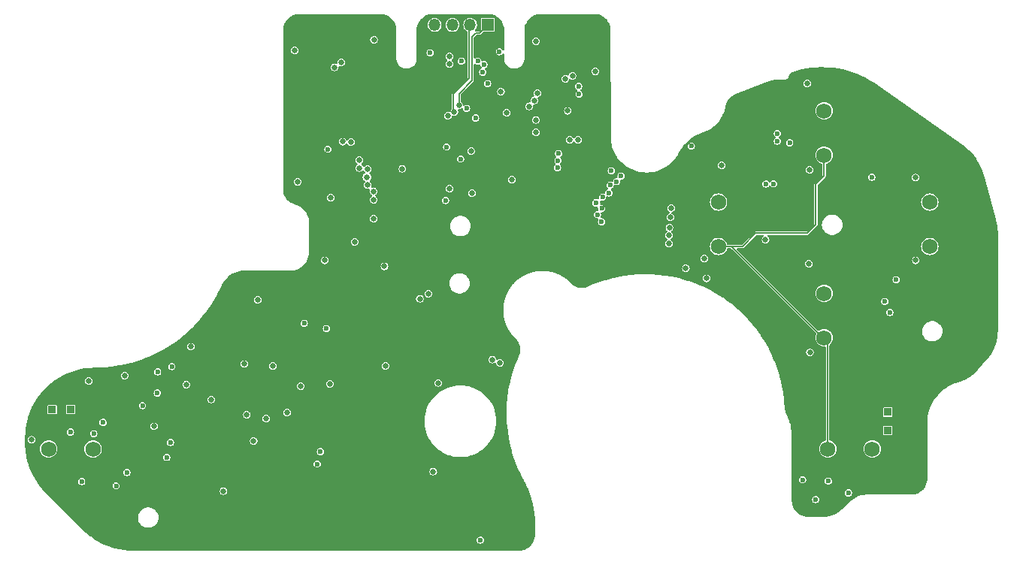
<source format=gbr>
%TF.GenerationSoftware,KiCad,Pcbnew,8.0.2*%
%TF.CreationDate,2025-05-18T15:38:24-07:00*%
%TF.ProjectId,PGS_Main_Board,5047535f-4d61-4696-9e5f-426f6172642e,rev?*%
%TF.SameCoordinates,Original*%
%TF.FileFunction,Copper,L2,Inr*%
%TF.FilePolarity,Positive*%
%FSLAX46Y46*%
G04 Gerber Fmt 4.6, Leading zero omitted, Abs format (unit mm)*
G04 Created by KiCad (PCBNEW 8.0.2) date 2025-05-18 15:38:24*
%MOMM*%
%LPD*%
G01*
G04 APERTURE LIST*
%TA.AperFunction,ComponentPad*%
%ADD10R,0.850000X0.850000*%
%TD*%
%TA.AperFunction,ComponentPad*%
%ADD11C,1.750000*%
%TD*%
%TA.AperFunction,ComponentPad*%
%ADD12R,1.350000X1.350000*%
%TD*%
%TA.AperFunction,ComponentPad*%
%ADD13O,1.350000X1.350000*%
%TD*%
%TA.AperFunction,ViaPad*%
%ADD14C,0.650000*%
%TD*%
%TA.AperFunction,ViaPad*%
%ADD15C,0.600000*%
%TD*%
%TA.AperFunction,ViaPad*%
%ADD16C,1.000000*%
%TD*%
%TA.AperFunction,Conductor*%
%ADD17C,0.150000*%
%TD*%
G04 APERTURE END LIST*
D10*
%TO.N,LRA_L+*%
%TO.C,T2*%
X24799999Y-58100000D03*
%TD*%
D11*
%TO.N,I*%
%TO.C,SW13*%
X111752734Y-50004086D03*
%TO.N,Net-(D15B-A)*%
X111752734Y-45004086D03*
%TD*%
D10*
%TO.N,LRA_R-*%
%TO.C,T3*%
X118925000Y-58375000D03*
%TD*%
D11*
%TO.N,I*%
%TO.C,SW10*%
X111752734Y-29429086D03*
%TO.N,Net-(D16B-A)*%
X111752734Y-24429086D03*
%TD*%
%TO.N,I*%
%TO.C,SW12*%
X99852734Y-39716586D03*
%TO.N,Net-(D15A-A)*%
X99852734Y-34716586D03*
%TD*%
D10*
%TO.N,LRA_R+*%
%TO.C,T4*%
X118925000Y-60450000D03*
%TD*%
%TO.N,LRA_L-*%
%TO.C,T1*%
X26875000Y-58100000D03*
%TD*%
D11*
%TO.N,I*%
%TO.C,SW11*%
X123652735Y-39716585D03*
%TO.N,Net-(D16A-A)*%
X123652735Y-34716585D03*
%TD*%
%TO.N,H*%
%TO.C,SW9*%
X24406262Y-62529128D03*
%TO.N,Net-(D13A-A)*%
X29406262Y-62529128D03*
%TD*%
%TO.N,I*%
%TO.C,SW14*%
X112161814Y-62529128D03*
%TO.N,Net-(D15C-A)*%
X117161814Y-62529128D03*
%TD*%
D12*
%TO.N,SWD*%
%TO.C,J8*%
X73880000Y-14750000D03*
D13*
%TO.N,SWCLK*%
X71880000Y-14750000D03*
%TO.N,GND*%
X69880000Y-14750000D03*
%TO.N,VBUS_SYS*%
X67880000Y-14750000D03*
%TD*%
D14*
%TO.N,GND*%
X39900000Y-55275000D03*
D15*
X75175000Y-17775000D03*
D14*
X98250000Y-41075000D03*
X47951935Y-45721988D03*
X109840000Y-21350000D03*
D15*
X26875000Y-60625000D03*
X110800000Y-68225000D03*
D14*
X28925000Y-54875000D03*
D15*
X119850000Y-43450000D03*
D14*
X68267096Y-55085968D03*
X52450000Y-32400000D03*
X40400000Y-51000000D03*
X64250000Y-30950000D03*
X22475000Y-61500000D03*
X100225000Y-30575000D03*
X44100000Y-67275000D03*
D15*
X73025000Y-72800000D03*
D14*
X62330000Y-53150000D03*
D15*
X29500000Y-60800000D03*
D14*
X79100000Y-23250000D03*
X56075000Y-55175000D03*
D15*
X73286046Y-20062868D03*
D14*
X85975000Y-19975000D03*
D15*
X33225000Y-65175000D03*
D14*
X72076726Y-33719508D03*
X62225000Y-41950000D03*
X79300000Y-26850000D03*
X79300000Y-25450000D03*
X110030000Y-41650000D03*
X48900000Y-59125000D03*
X46425000Y-52950000D03*
X79300000Y-16575000D03*
X42700000Y-56950000D03*
X52800000Y-55450000D03*
X32950000Y-54250000D03*
X52125000Y-17625000D03*
X110125000Y-31075000D03*
X46725000Y-58675000D03*
X122075000Y-41275000D03*
D15*
X67375000Y-17875000D03*
X96800000Y-28400000D03*
D14*
X36250000Y-59975000D03*
X47490000Y-61610000D03*
X110150000Y-51625000D03*
X69564922Y-33184171D03*
X74386769Y-52455220D03*
X76578955Y-32188636D03*
X61050000Y-16425000D03*
D15*
X114500000Y-67475000D03*
X70800000Y-29850000D03*
D14*
X56175000Y-34225000D03*
X51250000Y-58420000D03*
X61025000Y-36600000D03*
D15*
X69225000Y-28500000D03*
D14*
X122050000Y-31950000D03*
%TO.N,+1V1*%
X71975326Y-28952300D03*
X69354722Y-24973919D03*
%TO.N,+3V3*%
X81365090Y-14753550D03*
X113375000Y-43400000D03*
X85425000Y-15075000D03*
X25850000Y-66275000D03*
X62525000Y-45475000D03*
X49650814Y-64112586D03*
X49740000Y-54910000D03*
X105825000Y-39575000D03*
X76638614Y-27253423D03*
X83900000Y-18925000D03*
X125275000Y-33075000D03*
D15*
X74037348Y-20375911D03*
X113420000Y-65375000D03*
D14*
X101274122Y-43098817D03*
X113375000Y-22875000D03*
X65866625Y-30097931D03*
X55725000Y-14775000D03*
X68547402Y-22734174D03*
X59550000Y-14925000D03*
X77850000Y-24600000D03*
X54075000Y-60175000D03*
X44920000Y-59390000D03*
X69663532Y-31984108D03*
X113375000Y-52725000D03*
X72068872Y-52777923D03*
X49030000Y-45750000D03*
X125320000Y-43180000D03*
X80650000Y-18250000D03*
X58378682Y-18598898D03*
X73479327Y-35198536D03*
X76251032Y-52815865D03*
X75046098Y-30459670D03*
D16*
X69372110Y-48897110D03*
D14*
X101525000Y-33275000D03*
X112075000Y-33150000D03*
D15*
%TO.N,LRA_L*%
X34975000Y-57650000D03*
X38275000Y-53250000D03*
X71475000Y-24150000D03*
%TO.N,LRA_R*%
X117125000Y-31900000D03*
X84150000Y-22550000D03*
X88875000Y-31775000D03*
X118575000Y-45900000D03*
X106475000Y-27850000D03*
X119150000Y-47150000D03*
X73440385Y-19213606D03*
%TO.N,LRA_L+*%
X28125000Y-66200000D03*
%TO.N,LRA_L-*%
X32006871Y-66682792D03*
X30525000Y-59525000D03*
%TO.N,LRA_R+*%
X112225000Y-66150000D03*
%TO.N,LRA_R-*%
X109325000Y-66000000D03*
D14*
%TO.N,C*%
X60319510Y-32782498D03*
D15*
X86700000Y-35425000D03*
D14*
%TO.N,B*%
X60992023Y-33487343D03*
D15*
X86222475Y-36115419D03*
D14*
%TO.N,T_L_OUT*%
X57536562Y-27896280D03*
D15*
%TO.N,A*%
X86668661Y-36930195D03*
D14*
X61025000Y-34450000D03*
%TO.N,STICK_L_BTN_OUT*%
X55525000Y-41275000D03*
%TO.N,T_ZL_OUT*%
X58450000Y-27950000D03*
D15*
%TO.N,E*%
X86791524Y-34162545D03*
D14*
X60307336Y-30986480D03*
%TO.N,D*%
X60250000Y-31900000D03*
D15*
X86075000Y-34800000D03*
D14*
%TO.N,T_R_OUT*%
X83100000Y-27700000D03*
%TO.N,T_ZR_OUT*%
X84025000Y-27700000D03*
%TO.N,STICK_R_BTN_OUT*%
X98520000Y-43300000D03*
%TO.N,Net-(D15B-A)*%
X94275000Y-38450000D03*
%TO.N,Net-(D15A-A)*%
X94275000Y-39375000D03*
%TO.N,Net-(D15C-A)*%
X94325000Y-37575000D03*
%TO.N,Net-(D16A-A)*%
X94425000Y-36425000D03*
%TO.N,Net-(D16B-A)*%
X94500000Y-35400000D03*
%TO.N,STICK_R_RGB_OUT*%
X75250000Y-52825000D03*
%TO.N,STICK_R_RGB_IN*%
X105150000Y-38975000D03*
%TO.N,STICK_R_X_OUT*%
X78550000Y-23925000D03*
D15*
X105200000Y-32675000D03*
X81725000Y-30825000D03*
X87500000Y-33675000D03*
D14*
%TO.N,G*%
X96175000Y-42175000D03*
D15*
X73862044Y-21346342D03*
D14*
X82875000Y-24425000D03*
D15*
%TO.N,STICK_R_Y_OUT*%
X87650000Y-32800000D03*
X106050000Y-32650000D03*
D14*
X79450000Y-22450000D03*
D15*
X81775000Y-30025000D03*
D14*
%TO.N,I2C1_SDA*%
X67174766Y-45029946D03*
%TO.N,I2C1_SCL*%
X66213528Y-45601999D03*
%TO.N,STICK_L_Y_OUT*%
X59411053Y-29990164D03*
X75346347Y-22257866D03*
%TO.N,STICK_L_X_OUT*%
X59406486Y-30867142D03*
X75993081Y-24655612D03*
%TO.N,F*%
X58874258Y-39185445D03*
D15*
X55850000Y-28750000D03*
D14*
%TO.N,STICK_L_RGB_IN*%
X49650000Y-53175000D03*
%TO.N,SWCLK*%
X70100000Y-24550000D03*
%TO.N,SWD*%
X70614890Y-23792539D03*
D15*
%TO.N,I*%
X72732909Y-18806651D03*
X107875000Y-28025000D03*
X106475000Y-26975000D03*
X84100000Y-21650000D03*
X87775000Y-31175000D03*
%TO.N,H*%
X70904742Y-18806651D03*
X36675000Y-53825000D03*
X55675000Y-48950000D03*
X53200000Y-48375000D03*
X55000000Y-62825000D03*
X38125000Y-61800000D03*
X37700000Y-63475000D03*
X36636414Y-56219137D03*
X54650000Y-64225000D03*
%TO.N,USB_BOOT*%
X69120000Y-34520000D03*
D14*
%TO.N,I2C0_SCL*%
X69571181Y-18287000D03*
X83399696Y-20460690D03*
X57350000Y-18975000D03*
%TO.N,BTN_PWR*%
X67725000Y-65075000D03*
%TO.N,I2C0_SDA*%
X82598083Y-20810111D03*
X56600000Y-19525000D03*
X69552398Y-19150998D03*
D15*
%TO.N,Net-(U1-GPIO25)*%
X88375000Y-32400000D03*
X81825000Y-29225000D03*
X72506087Y-25231043D03*
%TD*%
D17*
%TO.N,SWCLK*%
X71775000Y-14855000D02*
X71880000Y-14750000D01*
X70000000Y-24450000D02*
X70000000Y-22550000D01*
X71775000Y-20775000D02*
X71775000Y-14855000D01*
X70100000Y-24550000D02*
X70000000Y-24450000D01*
X70000000Y-22550000D02*
X71775000Y-20775000D01*
%TO.N,SWD*%
X72125000Y-20975000D02*
X72125000Y-16050000D01*
X72125000Y-16050000D02*
X72500000Y-15675000D01*
X72955000Y-15675000D02*
X73880000Y-14750000D01*
X72500000Y-15675000D02*
X72955000Y-15675000D01*
X70614890Y-23792539D02*
X70614890Y-22485110D01*
X70614890Y-22485110D02*
X72125000Y-20975000D01*
%TO.N,I*%
X112161814Y-62529128D02*
X112161814Y-50413166D01*
X101316586Y-39716586D02*
X111604086Y-50004086D01*
X99852734Y-39716586D02*
X101316586Y-39716586D01*
X101316586Y-39716586D02*
X102558414Y-39716586D01*
X109875000Y-38225000D02*
X110825000Y-37275000D01*
X104050000Y-38225000D02*
X109875000Y-38225000D01*
X110825000Y-37275000D02*
X110825000Y-32700000D01*
X102558414Y-39716586D02*
X104050000Y-38225000D01*
X111604086Y-50004086D02*
X111752734Y-50004086D01*
X110825000Y-32700000D02*
X111752734Y-31772266D01*
X112161814Y-50413166D02*
X111752734Y-50004086D01*
X111752734Y-31772266D02*
X111752734Y-29429086D01*
%TD*%
%TA.AperFunction,Conductor*%
%TO.N,+3V3*%
G36*
X73826584Y-13511840D02*
G01*
X73826588Y-13511842D01*
X73851249Y-13511842D01*
X73881548Y-13511842D01*
X73889628Y-13512106D01*
X74118915Y-13527134D01*
X74134971Y-13529249D01*
X74356319Y-13573278D01*
X74371963Y-13577469D01*
X74581850Y-13648718D01*
X74585665Y-13650013D01*
X74600650Y-13656220D01*
X74803052Y-13756035D01*
X74817094Y-13764142D01*
X75004736Y-13889522D01*
X75017599Y-13899392D01*
X75119956Y-13989159D01*
X75187265Y-14048189D01*
X75198734Y-14059658D01*
X75218044Y-14081677D01*
X75347511Y-14229308D01*
X75347530Y-14229329D01*
X75357401Y-14242194D01*
X75371586Y-14263424D01*
X75482773Y-14429832D01*
X75490883Y-14443879D01*
X75590691Y-14646278D01*
X75596898Y-14661263D01*
X75669434Y-14874958D01*
X75673632Y-14890626D01*
X75717654Y-15111958D01*
X75719771Y-15128039D01*
X75734872Y-15358497D01*
X75735137Y-15366605D01*
X75735137Y-17475657D01*
X75715452Y-17542696D01*
X75662648Y-17588451D01*
X75593490Y-17598395D01*
X75529934Y-17569370D01*
X75509883Y-17543750D01*
X75508783Y-17544550D01*
X75503051Y-17536660D01*
X75503050Y-17536658D01*
X75503047Y-17536655D01*
X75503045Y-17536652D01*
X75413347Y-17446954D01*
X75413344Y-17446952D01*
X75413342Y-17446950D01*
X75300304Y-17389354D01*
X75300303Y-17389353D01*
X75300300Y-17389352D01*
X75175003Y-17369508D01*
X75174997Y-17369508D01*
X75049699Y-17389352D01*
X75049698Y-17389352D01*
X74974337Y-17427751D01*
X74936658Y-17446950D01*
X74936657Y-17446951D01*
X74936652Y-17446954D01*
X74846954Y-17536652D01*
X74846951Y-17536657D01*
X74846950Y-17536658D01*
X74841704Y-17546954D01*
X74789352Y-17649698D01*
X74789352Y-17649699D01*
X74769508Y-17774996D01*
X74769508Y-17775003D01*
X74789352Y-17900300D01*
X74789352Y-17900301D01*
X74789354Y-17900304D01*
X74846950Y-18013342D01*
X74846952Y-18013344D01*
X74846954Y-18013347D01*
X74936652Y-18103045D01*
X74936654Y-18103046D01*
X74936658Y-18103050D01*
X75049696Y-18160646D01*
X75049697Y-18160646D01*
X75049699Y-18160647D01*
X75174997Y-18180492D01*
X75175000Y-18180492D01*
X75175003Y-18180492D01*
X75300300Y-18160647D01*
X75300301Y-18160647D01*
X75300302Y-18160646D01*
X75300304Y-18160646D01*
X75413342Y-18103050D01*
X75503050Y-18013342D01*
X75503053Y-18013335D01*
X75508783Y-18005450D01*
X75511016Y-18007072D01*
X75548626Y-17967251D01*
X75616447Y-17950456D01*
X75682582Y-17972993D01*
X75726034Y-18027708D01*
X75735137Y-18074342D01*
X75735137Y-18532853D01*
X75735128Y-18534326D01*
X75733972Y-18631571D01*
X75766052Y-18826667D01*
X75766053Y-18826668D01*
X75831644Y-19013167D01*
X75831646Y-19013171D01*
X75831647Y-19013173D01*
X75928750Y-19185392D01*
X75971279Y-19237066D01*
X76054389Y-19338049D01*
X76131846Y-19404219D01*
X76204712Y-19466466D01*
X76348828Y-19551247D01*
X76374992Y-19566639D01*
X76375120Y-19566714D01*
X76535170Y-19626326D01*
X76560279Y-19635679D01*
X76560395Y-19635722D01*
X76754856Y-19671375D01*
X76754855Y-19671375D01*
X76754861Y-19671376D01*
X76952566Y-19672586D01*
X77147455Y-19639314D01*
X77333559Y-19572578D01*
X77505182Y-19474423D01*
X77657066Y-19347854D01*
X77784562Y-19196747D01*
X77872588Y-19044998D01*
X77883762Y-19025735D01*
X77883763Y-19025732D01*
X77883765Y-19025729D01*
X77951638Y-18840036D01*
X77986102Y-18645354D01*
X77986120Y-18589835D01*
X77986136Y-18589696D01*
X77986136Y-16574997D01*
X78869196Y-16574997D01*
X78869196Y-16575002D01*
X78890279Y-16708121D01*
X78890280Y-16708124D01*
X78890281Y-16708126D01*
X78951472Y-16828220D01*
X78951473Y-16828221D01*
X78951476Y-16828225D01*
X79046774Y-16923523D01*
X79046778Y-16923526D01*
X79046780Y-16923528D01*
X79166874Y-16984719D01*
X79166876Y-16984719D01*
X79166878Y-16984720D01*
X79299998Y-17005804D01*
X79300000Y-17005804D01*
X79300002Y-17005804D01*
X79433121Y-16984720D01*
X79433121Y-16984719D01*
X79433126Y-16984719D01*
X79553220Y-16923528D01*
X79648528Y-16828220D01*
X79709719Y-16708126D01*
X79714455Y-16678225D01*
X79730804Y-16575002D01*
X79730804Y-16574997D01*
X79709720Y-16441878D01*
X79709719Y-16441876D01*
X79709719Y-16441874D01*
X79648528Y-16321780D01*
X79648526Y-16321778D01*
X79648523Y-16321774D01*
X79553225Y-16226476D01*
X79553221Y-16226473D01*
X79553220Y-16226472D01*
X79433126Y-16165281D01*
X79433124Y-16165280D01*
X79433121Y-16165279D01*
X79300002Y-16144196D01*
X79299998Y-16144196D01*
X79166878Y-16165279D01*
X79046778Y-16226473D01*
X79046774Y-16226476D01*
X78951476Y-16321774D01*
X78951473Y-16321778D01*
X78890279Y-16441878D01*
X78869196Y-16574997D01*
X77986136Y-16574997D01*
X77986136Y-15365371D01*
X77986402Y-15357248D01*
X78001475Y-15127641D01*
X78003599Y-15111536D01*
X78029562Y-14981217D01*
X78047759Y-14889876D01*
X78051970Y-14874188D01*
X78060124Y-14850209D01*
X78124734Y-14660193D01*
X78130958Y-14645195D01*
X78231074Y-14442545D01*
X78239193Y-14428509D01*
X78364947Y-14240677D01*
X78374837Y-14227816D01*
X78524067Y-14058036D01*
X78535551Y-14046580D01*
X78705693Y-13897768D01*
X78718589Y-13887904D01*
X78906712Y-13762620D01*
X78920784Y-13754525D01*
X79123689Y-13654900D01*
X79138678Y-13648724D01*
X79352865Y-13576480D01*
X79368544Y-13572313D01*
X79590335Y-13528690D01*
X79606433Y-13526607D01*
X79836088Y-13512097D01*
X79844159Y-13511851D01*
X79874480Y-13511925D01*
X79874481Y-13511924D01*
X79887673Y-13511956D01*
X79888695Y-13511842D01*
X85842549Y-13511842D01*
X85872758Y-13511842D01*
X85881038Y-13512119D01*
X85895083Y-13513058D01*
X86115086Y-13527783D01*
X86131478Y-13529987D01*
X86352297Y-13574861D01*
X86357282Y-13575874D01*
X86373253Y-13580247D01*
X86590926Y-13655814D01*
X86606160Y-13662272D01*
X86811828Y-13766175D01*
X86826068Y-13774607D01*
X87016048Y-13904984D01*
X87029046Y-13915245D01*
X87188767Y-14059658D01*
X87199955Y-14069774D01*
X87211470Y-14081677D01*
X87360264Y-14257605D01*
X87370090Y-14270935D01*
X87494112Y-14465119D01*
X87502068Y-14479629D01*
X87599112Y-14688618D01*
X87605064Y-14704060D01*
X87666343Y-14901413D01*
X87671919Y-14937640D01*
X87726361Y-27340388D01*
X87726362Y-27340936D01*
X87726356Y-27532729D01*
X87761046Y-27896280D01*
X87762850Y-27915188D01*
X87835505Y-28292460D01*
X87870179Y-28410646D01*
X87943664Y-28661123D01*
X87943667Y-28661131D01*
X88086351Y-29017845D01*
X88257586Y-29350304D01*
X88262278Y-29359412D01*
X88343876Y-29486507D01*
X88430249Y-29621040D01*
X88469849Y-29682719D01*
X88469861Y-29682734D01*
X88707189Y-29984850D01*
X88707190Y-29984851D01*
X88954095Y-30244109D01*
X88972153Y-30263070D01*
X89262344Y-30514868D01*
X89262350Y-30514872D01*
X89262356Y-30514877D01*
X89407852Y-30618649D01*
X89575140Y-30737964D01*
X89907711Y-30930343D01*
X90257050Y-31090264D01*
X90257054Y-31090265D01*
X90257062Y-31090269D01*
X90568062Y-31198248D01*
X90620000Y-31216281D01*
X90993278Y-31307256D01*
X91373510Y-31362365D01*
X91757257Y-31381111D01*
X92141049Y-31363323D01*
X92141056Y-31363322D01*
X92141057Y-31363322D01*
X92265880Y-31345548D01*
X92521417Y-31309163D01*
X92894921Y-31219121D01*
X92904956Y-31215665D01*
X93258173Y-31094014D01*
X93258175Y-31094013D01*
X93258184Y-31094010D01*
X93299992Y-31074997D01*
X109694196Y-31074997D01*
X109694196Y-31075002D01*
X109715279Y-31208121D01*
X109715280Y-31208124D01*
X109715281Y-31208126D01*
X109776472Y-31328220D01*
X109776473Y-31328221D01*
X109776476Y-31328225D01*
X109871774Y-31423523D01*
X109871778Y-31423526D01*
X109871780Y-31423528D01*
X109991874Y-31484719D01*
X109991876Y-31484719D01*
X109991878Y-31484720D01*
X110124998Y-31505804D01*
X110125000Y-31505804D01*
X110125002Y-31505804D01*
X110258121Y-31484720D01*
X110258121Y-31484719D01*
X110258126Y-31484719D01*
X110378220Y-31423528D01*
X110473528Y-31328220D01*
X110534719Y-31208126D01*
X110539966Y-31174996D01*
X110555804Y-31075002D01*
X110555804Y-31074997D01*
X110534720Y-30941878D01*
X110534719Y-30941876D01*
X110534719Y-30941874D01*
X110473528Y-30821780D01*
X110473526Y-30821778D01*
X110473523Y-30821774D01*
X110378225Y-30726476D01*
X110378221Y-30726473D01*
X110378220Y-30726472D01*
X110258126Y-30665281D01*
X110258124Y-30665280D01*
X110258121Y-30665279D01*
X110125002Y-30644196D01*
X110124998Y-30644196D01*
X109991878Y-30665279D01*
X109871778Y-30726473D01*
X109871774Y-30726476D01*
X109776476Y-30821774D01*
X109776473Y-30821778D01*
X109715279Y-30941878D01*
X109694196Y-31074997D01*
X93299992Y-31074997D01*
X93607922Y-30934961D01*
X93940972Y-30743414D01*
X94178355Y-30574997D01*
X99794196Y-30574997D01*
X99794196Y-30575002D01*
X99815279Y-30708121D01*
X99815280Y-30708124D01*
X99815281Y-30708126D01*
X99874833Y-30825003D01*
X99876473Y-30828221D01*
X99876476Y-30828225D01*
X99971774Y-30923523D01*
X99971778Y-30923526D01*
X99971780Y-30923528D01*
X100091874Y-30984719D01*
X100091876Y-30984719D01*
X100091878Y-30984720D01*
X100224998Y-31005804D01*
X100225000Y-31005804D01*
X100225002Y-31005804D01*
X100358121Y-30984720D01*
X100358121Y-30984719D01*
X100358126Y-30984719D01*
X100478220Y-30923528D01*
X100573528Y-30828220D01*
X100634719Y-30708126D01*
X100636516Y-30696780D01*
X100655804Y-30575002D01*
X100655804Y-30574997D01*
X100634720Y-30441878D01*
X100634719Y-30441876D01*
X100634719Y-30441874D01*
X100573528Y-30321780D01*
X100573526Y-30321778D01*
X100573523Y-30321774D01*
X100478225Y-30226476D01*
X100478221Y-30226473D01*
X100478220Y-30226472D01*
X100358126Y-30165281D01*
X100358124Y-30165280D01*
X100358121Y-30165279D01*
X100225002Y-30144196D01*
X100224998Y-30144196D01*
X100091878Y-30165279D01*
X99971778Y-30226473D01*
X99971774Y-30226476D01*
X99876476Y-30321774D01*
X99876473Y-30321778D01*
X99815279Y-30441878D01*
X99794196Y-30574997D01*
X94178355Y-30574997D01*
X94254324Y-30521099D01*
X94254336Y-30521089D01*
X94545133Y-30270036D01*
X94545135Y-30270033D01*
X94545143Y-30270027D01*
X94810800Y-29992467D01*
X95048894Y-29690931D01*
X95257271Y-29368143D01*
X95327039Y-29233495D01*
X95334653Y-29221267D01*
X95335524Y-29219411D01*
X95335526Y-29219410D01*
X95345980Y-29197148D01*
X95348098Y-29192858D01*
X95361458Y-29167081D01*
X95361458Y-29167080D01*
X95367889Y-29154672D01*
X95367911Y-29154683D01*
X95371935Y-29144890D01*
X95552531Y-28833903D01*
X95557743Y-28825686D01*
X95768891Y-28520142D01*
X95774736Y-28512358D01*
X95784800Y-28499996D01*
X95866209Y-28399996D01*
X96394508Y-28399996D01*
X96394508Y-28400003D01*
X96414352Y-28525300D01*
X96414352Y-28525301D01*
X96414354Y-28525304D01*
X96471950Y-28638342D01*
X96471952Y-28638344D01*
X96471954Y-28638347D01*
X96561652Y-28728045D01*
X96561654Y-28728046D01*
X96561658Y-28728050D01*
X96674696Y-28785646D01*
X96674697Y-28785646D01*
X96674699Y-28785647D01*
X96799997Y-28805492D01*
X96800000Y-28805492D01*
X96800003Y-28805492D01*
X96925300Y-28785647D01*
X96925301Y-28785647D01*
X96925302Y-28785646D01*
X96925304Y-28785646D01*
X97038342Y-28728050D01*
X97128050Y-28638342D01*
X97185646Y-28525304D01*
X97185646Y-28525302D01*
X97185647Y-28525301D01*
X97185647Y-28525300D01*
X97205492Y-28400003D01*
X97205492Y-28399996D01*
X97185647Y-28274699D01*
X97185647Y-28274698D01*
X97170416Y-28244806D01*
X97128050Y-28161658D01*
X97128046Y-28161654D01*
X97128045Y-28161652D01*
X97038347Y-28071954D01*
X97038344Y-28071952D01*
X97038342Y-28071950D01*
X96925304Y-28014354D01*
X96925303Y-28014353D01*
X96925300Y-28014352D01*
X96800003Y-27994508D01*
X96799997Y-27994508D01*
X96674699Y-28014352D01*
X96674698Y-28014352D01*
X96609685Y-28047479D01*
X96561658Y-28071950D01*
X96561657Y-28071951D01*
X96561652Y-28071954D01*
X96471954Y-28161652D01*
X96471951Y-28161657D01*
X96471950Y-28161658D01*
X96463599Y-28178048D01*
X96414352Y-28274698D01*
X96414352Y-28274699D01*
X96394508Y-28399996D01*
X95866209Y-28399996D01*
X96009208Y-28224342D01*
X96015632Y-28217056D01*
X96272010Y-27948314D01*
X96278973Y-27941567D01*
X96555659Y-27693777D01*
X96563128Y-27687599D01*
X96858438Y-27462274D01*
X96866349Y-27456716D01*
X97178421Y-27255276D01*
X97186752Y-27250351D01*
X97513672Y-27074032D01*
X97522395Y-27069762D01*
X97736880Y-26974996D01*
X106069508Y-26974996D01*
X106069508Y-26975003D01*
X106089352Y-27100300D01*
X106089352Y-27100301D01*
X106090840Y-27103221D01*
X106146950Y-27213342D01*
X106146952Y-27213344D01*
X106146954Y-27213347D01*
X106236652Y-27303045D01*
X106236655Y-27303047D01*
X106236658Y-27303050D01*
X106236660Y-27303051D01*
X106244550Y-27308783D01*
X106243428Y-27310326D01*
X106285427Y-27349996D01*
X106302218Y-27417818D01*
X106279676Y-27483952D01*
X106243734Y-27515095D01*
X106244550Y-27516217D01*
X106236652Y-27521954D01*
X106146954Y-27611652D01*
X106146951Y-27611657D01*
X106146950Y-27611658D01*
X106132839Y-27639352D01*
X106089352Y-27724698D01*
X106089352Y-27724699D01*
X106069508Y-27849996D01*
X106069508Y-27850003D01*
X106089352Y-27975300D01*
X106089352Y-27975301D01*
X106089354Y-27975304D01*
X106146950Y-28088342D01*
X106146952Y-28088344D01*
X106146954Y-28088347D01*
X106236652Y-28178045D01*
X106236654Y-28178046D01*
X106236658Y-28178050D01*
X106349696Y-28235646D01*
X106349697Y-28235646D01*
X106349699Y-28235647D01*
X106474997Y-28255492D01*
X106475000Y-28255492D01*
X106475003Y-28255492D01*
X106600300Y-28235647D01*
X106600301Y-28235647D01*
X106600302Y-28235646D01*
X106600304Y-28235646D01*
X106713342Y-28178050D01*
X106803050Y-28088342D01*
X106835327Y-28024996D01*
X107469508Y-28024996D01*
X107469508Y-28025003D01*
X107489352Y-28150300D01*
X107489352Y-28150301D01*
X107502628Y-28176356D01*
X107546950Y-28263342D01*
X107546952Y-28263344D01*
X107546954Y-28263347D01*
X107636652Y-28353045D01*
X107636654Y-28353046D01*
X107636658Y-28353050D01*
X107749696Y-28410646D01*
X107749697Y-28410646D01*
X107749699Y-28410647D01*
X107874997Y-28430492D01*
X107875000Y-28430492D01*
X107875003Y-28430492D01*
X108000300Y-28410647D01*
X108000301Y-28410647D01*
X108000302Y-28410646D01*
X108000304Y-28410646D01*
X108113342Y-28353050D01*
X108203050Y-28263342D01*
X108260646Y-28150304D01*
X108260646Y-28150302D01*
X108260647Y-28150301D01*
X108260647Y-28150300D01*
X108280492Y-28025003D01*
X108280492Y-28024996D01*
X108260647Y-27899699D01*
X108260647Y-27899698D01*
X108258548Y-27895579D01*
X108203050Y-27786658D01*
X108203046Y-27786654D01*
X108203045Y-27786652D01*
X108113347Y-27696954D01*
X108113344Y-27696952D01*
X108113342Y-27696950D01*
X108000304Y-27639354D01*
X108000303Y-27639353D01*
X108000300Y-27639352D01*
X107875003Y-27619508D01*
X107874997Y-27619508D01*
X107749699Y-27639352D01*
X107749698Y-27639352D01*
X107689705Y-27669921D01*
X107636658Y-27696950D01*
X107636657Y-27696951D01*
X107636652Y-27696954D01*
X107546954Y-27786652D01*
X107546951Y-27786657D01*
X107489352Y-27899698D01*
X107489352Y-27899699D01*
X107469508Y-28024996D01*
X106835327Y-28024996D01*
X106860646Y-27975304D01*
X106860646Y-27975302D01*
X106860647Y-27975301D01*
X106860647Y-27975300D01*
X106880492Y-27850003D01*
X106880492Y-27849996D01*
X106860647Y-27724699D01*
X106860647Y-27724698D01*
X106852373Y-27708460D01*
X106803050Y-27611658D01*
X106803046Y-27611654D01*
X106803045Y-27611652D01*
X106713347Y-27521954D01*
X106713343Y-27521951D01*
X106713342Y-27521950D01*
X106713340Y-27521949D01*
X106705450Y-27516217D01*
X106706571Y-27514673D01*
X106664576Y-27475010D01*
X106647781Y-27407189D01*
X106670318Y-27341054D01*
X106706265Y-27309905D01*
X106705450Y-27308783D01*
X106713335Y-27303053D01*
X106713342Y-27303050D01*
X106803050Y-27213342D01*
X106860646Y-27100304D01*
X106860646Y-27100302D01*
X106860647Y-27100301D01*
X106860647Y-27100300D01*
X106880492Y-26975003D01*
X106880492Y-26974996D01*
X106860647Y-26849699D01*
X106860647Y-26849698D01*
X106852630Y-26833964D01*
X106803050Y-26736658D01*
X106803046Y-26736654D01*
X106803045Y-26736652D01*
X106713347Y-26646954D01*
X106713344Y-26646952D01*
X106713342Y-26646950D01*
X106600304Y-26589354D01*
X106600303Y-26589353D01*
X106600300Y-26589352D01*
X106475003Y-26569508D01*
X106474997Y-26569508D01*
X106349699Y-26589352D01*
X106349698Y-26589352D01*
X106279403Y-26625170D01*
X106236658Y-26646950D01*
X106236657Y-26646951D01*
X106236652Y-26646954D01*
X106146954Y-26736652D01*
X106146951Y-26736657D01*
X106089352Y-26849698D01*
X106089352Y-26849699D01*
X106069508Y-26974996D01*
X97736880Y-26974996D01*
X97859174Y-26920963D01*
X97869883Y-26916814D01*
X98117702Y-26833857D01*
X98117738Y-26833964D01*
X98118108Y-26833771D01*
X98118094Y-26833727D01*
X98199021Y-26806729D01*
X98283591Y-26778517D01*
X98602886Y-26638084D01*
X98907873Y-26468811D01*
X99195955Y-26272140D01*
X99195962Y-26272134D01*
X99195968Y-26272130D01*
X99314204Y-26174277D01*
X99464678Y-26049746D01*
X99711751Y-25803524D01*
X99935072Y-25535571D01*
X100132737Y-25248170D01*
X100303062Y-24943769D01*
X100318573Y-24908832D01*
X100444593Y-24624970D01*
X100444592Y-24624970D01*
X100444597Y-24624961D01*
X100510702Y-24429086D01*
X110772514Y-24429086D01*
X110791348Y-24620315D01*
X110847130Y-24804204D01*
X110937707Y-24973661D01*
X110937711Y-24973668D01*
X111059613Y-25122206D01*
X111208151Y-25244108D01*
X111208158Y-25244112D01*
X111377615Y-25334689D01*
X111377617Y-25334689D01*
X111377620Y-25334691D01*
X111561503Y-25390471D01*
X111561502Y-25390471D01*
X111578648Y-25392159D01*
X111752734Y-25409306D01*
X111943965Y-25390471D01*
X112127848Y-25334691D01*
X112297315Y-25244109D01*
X112445854Y-25122206D01*
X112567757Y-24973667D01*
X112636320Y-24845395D01*
X112658337Y-24804204D01*
X112658337Y-24804203D01*
X112658339Y-24804200D01*
X112714119Y-24620317D01*
X112732954Y-24429086D01*
X112714119Y-24237855D01*
X112658339Y-24053972D01*
X112658337Y-24053969D01*
X112658337Y-24053967D01*
X112567760Y-23884510D01*
X112567756Y-23884503D01*
X112445854Y-23735965D01*
X112297316Y-23614063D01*
X112297309Y-23614059D01*
X112127852Y-23523482D01*
X112031308Y-23494196D01*
X111943965Y-23467701D01*
X111943963Y-23467700D01*
X111943965Y-23467700D01*
X111752734Y-23448866D01*
X111561504Y-23467700D01*
X111377615Y-23523482D01*
X111208158Y-23614059D01*
X111208151Y-23614063D01*
X111059613Y-23735965D01*
X110937711Y-23884503D01*
X110937707Y-23884510D01*
X110847130Y-24053967D01*
X110791348Y-24237856D01*
X110772514Y-24429086D01*
X100510702Y-24429086D01*
X100556136Y-24294462D01*
X100586743Y-24165551D01*
X100592760Y-24150692D01*
X100592640Y-24150654D01*
X100596924Y-24137360D01*
X100596927Y-24137356D01*
X100598177Y-24123085D01*
X100601059Y-24105263D01*
X100604363Y-24091352D01*
X100604362Y-24091350D01*
X100604363Y-24091349D01*
X100604452Y-24081237D01*
X100605825Y-24063890D01*
X100605952Y-24063049D01*
X100632901Y-23883766D01*
X100636109Y-23868791D01*
X100683060Y-23700981D01*
X100693816Y-23662536D01*
X100698838Y-23648091D01*
X100781541Y-23450515D01*
X100788312Y-23436790D01*
X100894735Y-23250936D01*
X100903143Y-23238153D01*
X101031681Y-23066822D01*
X101041595Y-23055181D01*
X101190275Y-22901008D01*
X101201556Y-22890671D01*
X101368111Y-22756006D01*
X101380568Y-22747148D01*
X101562461Y-22634044D01*
X101575920Y-22626787D01*
X101773740Y-22535415D01*
X101780980Y-22532348D01*
X104840171Y-21349997D01*
X109409196Y-21349997D01*
X109409196Y-21350002D01*
X109430279Y-21483121D01*
X109430280Y-21483124D01*
X109430281Y-21483126D01*
X109482030Y-21584689D01*
X109491473Y-21603221D01*
X109491476Y-21603225D01*
X109586774Y-21698523D01*
X109586778Y-21698526D01*
X109586780Y-21698528D01*
X109706874Y-21759719D01*
X109706876Y-21759719D01*
X109706878Y-21759720D01*
X109839998Y-21780804D01*
X109840000Y-21780804D01*
X109840002Y-21780804D01*
X109973121Y-21759720D01*
X109973121Y-21759719D01*
X109973126Y-21759719D01*
X110093220Y-21698528D01*
X110188528Y-21603220D01*
X110249719Y-21483126D01*
X110251538Y-21471642D01*
X110270804Y-21350002D01*
X110270804Y-21349997D01*
X110249720Y-21216878D01*
X110249719Y-21216876D01*
X110249719Y-21216874D01*
X110188528Y-21096780D01*
X110188526Y-21096778D01*
X110188523Y-21096774D01*
X110093225Y-21001476D01*
X110093221Y-21001473D01*
X110093220Y-21001472D01*
X109973126Y-20940281D01*
X109973124Y-20940280D01*
X109973121Y-20940279D01*
X109840002Y-20919196D01*
X109839998Y-20919196D01*
X109706878Y-20940279D01*
X109586778Y-21001473D01*
X109586774Y-21001476D01*
X109491476Y-21096774D01*
X109491473Y-21096778D01*
X109430279Y-21216878D01*
X109409196Y-21349997D01*
X104840171Y-21349997D01*
X105504116Y-21093388D01*
X105505986Y-21092684D01*
X105601889Y-21057611D01*
X105606602Y-21055995D01*
X105700810Y-21025814D01*
X105705516Y-21024411D01*
X105800884Y-20998070D01*
X105805675Y-20996851D01*
X105903181Y-20974132D01*
X105906980Y-20973310D01*
X105960128Y-20962701D01*
X105963937Y-20962004D01*
X106062752Y-20945533D01*
X106067678Y-20944814D01*
X106165809Y-20932525D01*
X106170710Y-20932012D01*
X106269229Y-20923713D01*
X106274235Y-20923393D01*
X106374220Y-20919044D01*
X106378146Y-20918936D01*
X106435121Y-20918276D01*
X106436558Y-20918268D01*
X107237859Y-20918268D01*
X107253006Y-20920237D01*
X107264008Y-20920921D01*
X107264008Y-20920920D01*
X107264009Y-20920921D01*
X107275390Y-20919383D01*
X107291986Y-20918268D01*
X107303468Y-20918268D01*
X107303469Y-20918268D01*
X107303469Y-20918267D01*
X107314300Y-20916112D01*
X107329029Y-20912138D01*
X107379896Y-20905268D01*
X107391729Y-20904244D01*
X107408501Y-20903600D01*
X107408504Y-20903598D01*
X107415652Y-20901889D01*
X107422609Y-20899501D01*
X107422610Y-20899500D01*
X107422613Y-20899500D01*
X107437113Y-20891062D01*
X107447641Y-20885594D01*
X107466668Y-20876843D01*
X107466669Y-20876841D01*
X107474193Y-20873381D01*
X107478619Y-20870751D01*
X107509606Y-20856018D01*
X107531551Y-20848020D01*
X107535382Y-20847022D01*
X107536842Y-20845916D01*
X107558430Y-20832803D01*
X107560089Y-20832015D01*
X107560092Y-20832012D01*
X107569887Y-20824717D01*
X107569972Y-20824832D01*
X107586121Y-20812702D01*
X107585939Y-20812462D01*
X107595671Y-20805088D01*
X107595678Y-20805085D01*
X107597561Y-20802963D01*
X107615454Y-20786419D01*
X107617719Y-20784706D01*
X107619215Y-20782153D01*
X107633465Y-20762533D01*
X107662187Y-20730188D01*
X107681645Y-20712628D01*
X107682070Y-20712172D01*
X107682069Y-20712172D01*
X107682073Y-20712170D01*
X107685380Y-20706825D01*
X107698099Y-20689749D01*
X107702266Y-20685058D01*
X107702268Y-20685053D01*
X107708439Y-20674518D01*
X107708796Y-20674727D01*
X107723645Y-20648619D01*
X107727414Y-20644153D01*
X107727414Y-20644150D01*
X107727417Y-20644148D01*
X107730682Y-20638233D01*
X107734432Y-20630081D01*
X107736804Y-20623740D01*
X107736803Y-20623740D01*
X107736805Y-20623739D01*
X107738377Y-20614083D01*
X107742598Y-20596436D01*
X107750699Y-20570980D01*
X107755981Y-20558039D01*
X107756595Y-20555820D01*
X107756597Y-20555819D01*
X107763223Y-20531909D01*
X107764529Y-20527522D01*
X107772053Y-20503882D01*
X107772052Y-20503879D01*
X107772754Y-20501677D01*
X107775405Y-20487961D01*
X107787269Y-20445161D01*
X107792437Y-20430275D01*
X107817463Y-20370722D01*
X107825133Y-20355501D01*
X107840180Y-20330154D01*
X107846879Y-20320037D01*
X107890010Y-20261365D01*
X107898593Y-20250937D01*
X107946009Y-20199344D01*
X107957227Y-20188580D01*
X107991152Y-20159896D01*
X108002626Y-20151284D01*
X108058911Y-20113931D01*
X108072828Y-20105943D01*
X108131980Y-20076921D01*
X108148529Y-20070235D01*
X108656813Y-19906413D01*
X108663382Y-19904496D01*
X109189020Y-19766953D01*
X109195729Y-19765397D01*
X109728183Y-19657423D01*
X109734961Y-19656244D01*
X110272650Y-19578162D01*
X110279485Y-19577364D01*
X110820665Y-19529426D01*
X110827507Y-19529012D01*
X111370704Y-19511357D01*
X111376254Y-19511303D01*
X111683041Y-19515179D01*
X111688978Y-19515880D01*
X111698372Y-19515860D01*
X111698375Y-19515862D01*
X111730858Y-19515795D01*
X111732650Y-19515806D01*
X111733087Y-19515812D01*
X111733219Y-19515814D01*
X111734643Y-19515842D01*
X112272961Y-19529610D01*
X112279777Y-19529973D01*
X112805864Y-19572581D01*
X112815013Y-19573322D01*
X112821822Y-19574063D01*
X112848162Y-19577669D01*
X113353856Y-19646900D01*
X113360584Y-19648011D01*
X113887801Y-19750114D01*
X113894442Y-19751592D01*
X114415251Y-19882659D01*
X114421781Y-19884496D01*
X114934528Y-20044110D01*
X114940967Y-20046311D01*
X115428649Y-20228221D01*
X115444118Y-20233991D01*
X115450463Y-20236559D01*
X115483304Y-20250922D01*
X115942457Y-20451723D01*
X115948654Y-20454640D01*
X116427997Y-20696630D01*
X116434024Y-20699884D01*
X116663331Y-20832015D01*
X116899315Y-20967994D01*
X116905134Y-20971565D01*
X117353986Y-21264354D01*
X117356031Y-21265688D01*
X117359364Y-21267939D01*
X127374396Y-28275572D01*
X127378157Y-28278312D01*
X127723490Y-28540022D01*
X127730665Y-28545898D01*
X128053586Y-28831294D01*
X128060323Y-28837716D01*
X128106960Y-28885646D01*
X128360841Y-29146567D01*
X128367093Y-29153496D01*
X128643527Y-29484070D01*
X128649240Y-29491450D01*
X128900021Y-29841870D01*
X128905163Y-29849658D01*
X129011676Y-30025003D01*
X129104644Y-30178050D01*
X129128885Y-30217955D01*
X129133424Y-30226104D01*
X129177473Y-30312694D01*
X129328806Y-30610178D01*
X129332722Y-30618649D01*
X129498674Y-31016350D01*
X129501941Y-31025092D01*
X129638054Y-31435790D01*
X129639693Y-31441135D01*
X129881166Y-32297934D01*
X131109604Y-36656709D01*
X131110689Y-36660830D01*
X131204762Y-37044682D01*
X131206503Y-37053015D01*
X131273648Y-37440292D01*
X131274814Y-37448725D01*
X131315230Y-37839717D01*
X131315814Y-37848210D01*
X131322680Y-38048100D01*
X131327786Y-38196780D01*
X131329380Y-38243173D01*
X131329453Y-38247430D01*
X131329456Y-49170149D01*
X131329456Y-49202015D01*
X131329356Y-49206990D01*
X131314043Y-49588344D01*
X131313245Y-49598262D01*
X131267705Y-49974682D01*
X131266115Y-49984504D01*
X131190539Y-50356076D01*
X131188166Y-50365739D01*
X131083043Y-50730048D01*
X131079903Y-50739490D01*
X130945915Y-51094184D01*
X130942029Y-51103343D01*
X130780023Y-51446175D01*
X130775414Y-51454993D01*
X130586445Y-51783727D01*
X130581144Y-51792148D01*
X130366429Y-52104667D01*
X130360470Y-52112635D01*
X130119823Y-52408863D01*
X130116614Y-52412655D01*
X130095543Y-52436568D01*
X130095541Y-52436571D01*
X129058987Y-53612867D01*
X129055556Y-53616603D01*
X128786778Y-53897562D01*
X128779477Y-53904595D01*
X128490525Y-54160995D01*
X128482674Y-54167407D01*
X128173762Y-54399336D01*
X128165414Y-54405086D01*
X127838575Y-54611016D01*
X127829785Y-54616065D01*
X127746027Y-54659720D01*
X127487219Y-54794610D01*
X127478054Y-54798920D01*
X127122049Y-54948887D01*
X127112554Y-54952437D01*
X126742966Y-55073652D01*
X126737774Y-55075230D01*
X126718920Y-55080512D01*
X126711532Y-55081783D01*
X126673218Y-55093294D01*
X126671000Y-55093938D01*
X126638239Y-55103118D01*
X126631323Y-55105885D01*
X126483429Y-55150337D01*
X126119783Y-55294311D01*
X126119778Y-55294313D01*
X126119769Y-55294317D01*
X125769692Y-55468675D01*
X125435697Y-55672165D01*
X125435673Y-55672181D01*
X125120202Y-55903314D01*
X125120195Y-55903319D01*
X124825491Y-56160455D01*
X124825490Y-56160456D01*
X124553717Y-56441706D01*
X124553713Y-56441709D01*
X124306820Y-56745060D01*
X124086630Y-57068266D01*
X124086625Y-57068274D01*
X123894695Y-57409047D01*
X123732428Y-57764904D01*
X123600997Y-58133268D01*
X123600990Y-58133288D01*
X123501356Y-58511467D01*
X123501354Y-58511477D01*
X123434223Y-58896786D01*
X123400091Y-59286391D01*
X123400091Y-59286397D01*
X123399725Y-59440087D01*
X123399622Y-59441140D01*
X123399626Y-59481667D01*
X123399626Y-59481956D01*
X123399519Y-59529500D01*
X123399631Y-59530501D01*
X123400331Y-65825514D01*
X123400064Y-65833666D01*
X123384935Y-66063700D01*
X123382803Y-66079835D01*
X123338477Y-66301896D01*
X123334250Y-66317614D01*
X123261217Y-66531969D01*
X123254969Y-66546996D01*
X123154498Y-66749928D01*
X123146335Y-66764009D01*
X123020143Y-66952046D01*
X123010209Y-66964931D01*
X122960108Y-67021778D01*
X122860486Y-67134811D01*
X122848947Y-67146288D01*
X122678257Y-67295101D01*
X122665314Y-67304968D01*
X122476607Y-67430142D01*
X122462482Y-67438230D01*
X122259003Y-67537611D01*
X122243942Y-67543778D01*
X122029206Y-67615652D01*
X122013466Y-67619794D01*
X121791166Y-67662924D01*
X121775019Y-67664969D01*
X121544911Y-67678859D01*
X121536776Y-67679082D01*
X121494316Y-67678854D01*
X121492061Y-67679102D01*
X116700505Y-67679102D01*
X116700070Y-67679101D01*
X116553674Y-67678587D01*
X116244042Y-67708060D01*
X116091428Y-67737972D01*
X115938816Y-67767884D01*
X115938806Y-67767886D01*
X115938802Y-67767888D01*
X115640975Y-67857473D01*
X115640947Y-67857483D01*
X115353398Y-67975962D01*
X115353385Y-67975968D01*
X115078889Y-68122194D01*
X115078875Y-68122203D01*
X114820110Y-68294754D01*
X114820105Y-68294758D01*
X114579579Y-68491965D01*
X114498855Y-68572653D01*
X114498774Y-68572720D01*
X113729166Y-69342331D01*
X113724758Y-69346528D01*
X113524322Y-69528193D01*
X113514916Y-69535912D01*
X113300086Y-69695242D01*
X113289968Y-69702003D01*
X113060574Y-69839497D01*
X113049842Y-69845234D01*
X112808061Y-69959588D01*
X112796818Y-69964245D01*
X112544993Y-70054349D01*
X112533348Y-70057881D01*
X112273913Y-70122865D01*
X112261978Y-70125239D01*
X111997420Y-70164482D01*
X111985310Y-70165675D01*
X111714982Y-70178955D01*
X111708898Y-70179104D01*
X109958837Y-70179104D01*
X109950758Y-70178840D01*
X109927685Y-70177333D01*
X109722350Y-70163924D01*
X109706329Y-70161823D01*
X109485770Y-70118119D01*
X109470156Y-70113952D01*
X109257146Y-70041933D01*
X109242207Y-70035770D01*
X109040383Y-69936667D01*
X109026373Y-69928615D01*
X108839138Y-69804101D01*
X108826294Y-69794294D01*
X108656858Y-69646502D01*
X108645397Y-69635109D01*
X108555628Y-69533397D01*
X108496604Y-69466519D01*
X108486725Y-69453735D01*
X108413155Y-69344494D01*
X108361123Y-69267232D01*
X108352991Y-69253273D01*
X108252705Y-69052014D01*
X108246463Y-69037128D01*
X108173201Y-68824533D01*
X108168946Y-68808953D01*
X108143241Y-68683086D01*
X108123955Y-68588651D01*
X108121761Y-68572644D01*
X108120367Y-68553048D01*
X108105543Y-68344733D01*
X108105231Y-68335980D01*
X108105225Y-68224996D01*
X110394508Y-68224996D01*
X110394508Y-68225003D01*
X110414352Y-68350300D01*
X110414352Y-68350301D01*
X110414354Y-68350304D01*
X110471950Y-68463342D01*
X110471952Y-68463344D01*
X110471954Y-68463347D01*
X110561652Y-68553045D01*
X110561654Y-68553046D01*
X110561658Y-68553050D01*
X110674696Y-68610646D01*
X110674697Y-68610646D01*
X110674699Y-68610647D01*
X110799997Y-68630492D01*
X110800000Y-68630492D01*
X110800003Y-68630492D01*
X110925300Y-68610647D01*
X110925301Y-68610647D01*
X110925302Y-68610646D01*
X110925304Y-68610646D01*
X111038342Y-68553050D01*
X111128050Y-68463342D01*
X111185646Y-68350304D01*
X111185646Y-68350302D01*
X111185647Y-68350301D01*
X111185647Y-68350300D01*
X111205492Y-68225003D01*
X111205492Y-68224996D01*
X111185647Y-68099699D01*
X111185647Y-68099698D01*
X111185646Y-68099696D01*
X111128050Y-67986658D01*
X111128046Y-67986654D01*
X111128045Y-67986652D01*
X111038347Y-67896954D01*
X111038344Y-67896952D01*
X111038342Y-67896950D01*
X110925304Y-67839354D01*
X110925303Y-67839353D01*
X110925300Y-67839352D01*
X110800003Y-67819508D01*
X110799997Y-67819508D01*
X110674699Y-67839352D01*
X110674698Y-67839352D01*
X110599337Y-67877751D01*
X110561658Y-67896950D01*
X110561657Y-67896951D01*
X110561652Y-67896954D01*
X110471954Y-67986652D01*
X110471951Y-67986657D01*
X110414352Y-68099698D01*
X110414352Y-68099699D01*
X110394508Y-68224996D01*
X108105225Y-68224996D01*
X108105185Y-67474996D01*
X114094508Y-67474996D01*
X114094508Y-67475003D01*
X114114352Y-67600300D01*
X114114352Y-67600301D01*
X114126185Y-67623523D01*
X114171950Y-67713342D01*
X114171952Y-67713344D01*
X114171954Y-67713347D01*
X114261652Y-67803045D01*
X114261654Y-67803046D01*
X114261658Y-67803050D01*
X114374696Y-67860646D01*
X114374697Y-67860646D01*
X114374699Y-67860647D01*
X114499997Y-67880492D01*
X114500000Y-67880492D01*
X114500003Y-67880492D01*
X114625300Y-67860647D01*
X114625301Y-67860647D01*
X114625302Y-67860646D01*
X114625304Y-67860646D01*
X114738342Y-67803050D01*
X114828050Y-67713342D01*
X114885646Y-67600304D01*
X114885646Y-67600302D01*
X114885647Y-67600301D01*
X114885647Y-67600300D01*
X114905492Y-67475003D01*
X114905492Y-67474996D01*
X114885647Y-67349699D01*
X114885647Y-67349698D01*
X114885646Y-67349696D01*
X114828050Y-67236658D01*
X114828046Y-67236654D01*
X114828045Y-67236652D01*
X114738347Y-67146954D01*
X114738344Y-67146952D01*
X114738342Y-67146950D01*
X114625304Y-67089354D01*
X114625303Y-67089353D01*
X114625300Y-67089352D01*
X114500003Y-67069508D01*
X114499997Y-67069508D01*
X114374699Y-67089352D01*
X114374698Y-67089352D01*
X114299337Y-67127751D01*
X114261658Y-67146950D01*
X114261657Y-67146951D01*
X114261652Y-67146954D01*
X114171954Y-67236652D01*
X114171951Y-67236657D01*
X114171950Y-67236658D01*
X114152751Y-67274337D01*
X114114352Y-67349698D01*
X114114352Y-67349699D01*
X114094508Y-67474996D01*
X108105185Y-67474996D01*
X108105106Y-65999996D01*
X108919508Y-65999996D01*
X108919508Y-66000003D01*
X108939352Y-66125300D01*
X108939352Y-66125301D01*
X108939354Y-66125304D01*
X108996950Y-66238342D01*
X108996952Y-66238344D01*
X108996954Y-66238347D01*
X109086652Y-66328045D01*
X109086654Y-66328046D01*
X109086658Y-66328050D01*
X109199696Y-66385646D01*
X109199697Y-66385646D01*
X109199699Y-66385647D01*
X109324997Y-66405492D01*
X109325000Y-66405492D01*
X109325003Y-66405492D01*
X109450300Y-66385647D01*
X109450301Y-66385647D01*
X109450302Y-66385646D01*
X109450304Y-66385646D01*
X109563342Y-66328050D01*
X109653050Y-66238342D01*
X109698065Y-66149996D01*
X111819508Y-66149996D01*
X111819508Y-66150003D01*
X111839352Y-66275300D01*
X111839352Y-66275301D01*
X111839354Y-66275304D01*
X111896950Y-66388342D01*
X111896952Y-66388344D01*
X111896954Y-66388347D01*
X111986652Y-66478045D01*
X111986654Y-66478046D01*
X111986658Y-66478050D01*
X112099696Y-66535646D01*
X112099697Y-66535646D01*
X112099699Y-66535647D01*
X112224997Y-66555492D01*
X112225000Y-66555492D01*
X112225003Y-66555492D01*
X112350300Y-66535647D01*
X112350301Y-66535647D01*
X112350302Y-66535646D01*
X112350304Y-66535646D01*
X112463342Y-66478050D01*
X112553050Y-66388342D01*
X112610646Y-66275304D01*
X112610646Y-66275302D01*
X112610647Y-66275301D01*
X112610647Y-66275300D01*
X112630492Y-66150003D01*
X112630492Y-66149996D01*
X112610647Y-66024699D01*
X112610647Y-66024698D01*
X112598064Y-66000003D01*
X112553050Y-65911658D01*
X112553046Y-65911654D01*
X112553045Y-65911652D01*
X112463347Y-65821954D01*
X112463344Y-65821952D01*
X112463342Y-65821950D01*
X112350304Y-65764354D01*
X112350303Y-65764353D01*
X112350300Y-65764352D01*
X112225003Y-65744508D01*
X112224997Y-65744508D01*
X112099699Y-65764352D01*
X112099698Y-65764352D01*
X112039079Y-65795240D01*
X111986658Y-65821950D01*
X111986657Y-65821951D01*
X111986652Y-65821954D01*
X111896954Y-65911652D01*
X111896951Y-65911657D01*
X111839352Y-66024698D01*
X111839352Y-66024699D01*
X111819508Y-66149996D01*
X109698065Y-66149996D01*
X109710646Y-66125304D01*
X109710646Y-66125302D01*
X109710647Y-66125301D01*
X109710647Y-66125300D01*
X109730492Y-66000003D01*
X109730492Y-65999996D01*
X109710647Y-65874699D01*
X109710647Y-65874698D01*
X109683772Y-65821954D01*
X109653050Y-65761658D01*
X109653046Y-65761654D01*
X109653045Y-65761652D01*
X109563347Y-65671954D01*
X109563344Y-65671952D01*
X109563342Y-65671950D01*
X109450304Y-65614354D01*
X109450303Y-65614353D01*
X109450300Y-65614352D01*
X109325003Y-65594508D01*
X109324997Y-65594508D01*
X109199699Y-65614352D01*
X109199698Y-65614352D01*
X109124337Y-65652751D01*
X109086658Y-65671950D01*
X109086657Y-65671951D01*
X109086652Y-65671954D01*
X108996954Y-65761652D01*
X108996951Y-65761657D01*
X108996950Y-65761658D01*
X108977751Y-65799337D01*
X108939352Y-65874698D01*
X108939352Y-65874699D01*
X108919508Y-65999996D01*
X108105106Y-65999996D01*
X108104843Y-61076248D01*
X108104867Y-60897054D01*
X108079961Y-60539525D01*
X108030264Y-60184592D01*
X107956018Y-59833972D01*
X107948678Y-59808275D01*
X107857582Y-59489359D01*
X107784002Y-59286397D01*
X107735432Y-59152423D01*
X107674591Y-59015258D01*
X107666994Y-58991393D01*
X107666591Y-58990500D01*
X107666592Y-58990499D01*
X107657516Y-58970359D01*
X107653430Y-58960089D01*
X107647641Y-58943403D01*
X107647639Y-58943401D01*
X107647639Y-58943399D01*
X107646659Y-58941727D01*
X107638895Y-58926043D01*
X107527797Y-58655036D01*
X107524838Y-58647049D01*
X107504372Y-58585363D01*
X107422656Y-58339060D01*
X107420264Y-58330926D01*
X107339467Y-58016637D01*
X107337642Y-58008372D01*
X107278614Y-57689291D01*
X107277358Y-57680895D01*
X107243977Y-57389918D01*
X107243444Y-57374775D01*
X107243172Y-57373010D01*
X107243173Y-57373008D01*
X107240136Y-57353271D01*
X107239092Y-57344322D01*
X107237151Y-57320059D01*
X107237150Y-57320058D01*
X107236722Y-57314703D01*
X107233320Y-57296923D01*
X107230910Y-57264354D01*
X107206998Y-56941262D01*
X107112134Y-56175521D01*
X106979655Y-55415385D01*
X106848240Y-54832748D01*
X106809890Y-54662720D01*
X106809888Y-54662715D01*
X106809885Y-54662699D01*
X106603235Y-53919293D01*
X106360206Y-53186971D01*
X106360203Y-53186964D01*
X106360199Y-53186951D01*
X106360197Y-53186946D01*
X106178927Y-52719196D01*
X106081391Y-52467513D01*
X105767465Y-51762666D01*
X105697828Y-51624997D01*
X109719196Y-51624997D01*
X109719196Y-51625002D01*
X109740279Y-51758121D01*
X109740280Y-51758124D01*
X109740281Y-51758126D01*
X109801472Y-51878220D01*
X109801473Y-51878221D01*
X109801476Y-51878225D01*
X109896774Y-51973523D01*
X109896778Y-51973526D01*
X109896780Y-51973528D01*
X110016874Y-52034719D01*
X110016876Y-52034719D01*
X110016878Y-52034720D01*
X110149998Y-52055804D01*
X110150000Y-52055804D01*
X110150002Y-52055804D01*
X110283121Y-52034720D01*
X110283121Y-52034719D01*
X110283126Y-52034719D01*
X110403220Y-51973528D01*
X110498528Y-51878220D01*
X110559719Y-51758126D01*
X110559720Y-51758121D01*
X110580804Y-51625002D01*
X110580804Y-51624997D01*
X110559720Y-51491878D01*
X110559719Y-51491876D01*
X110559719Y-51491874D01*
X110498528Y-51371780D01*
X110498526Y-51371778D01*
X110498523Y-51371774D01*
X110403225Y-51276476D01*
X110403221Y-51276473D01*
X110403220Y-51276472D01*
X110283126Y-51215281D01*
X110283124Y-51215280D01*
X110283121Y-51215279D01*
X110150002Y-51194196D01*
X110149998Y-51194196D01*
X110016878Y-51215279D01*
X109896778Y-51276473D01*
X109896774Y-51276476D01*
X109801476Y-51371774D01*
X109801473Y-51371778D01*
X109740279Y-51491878D01*
X109719196Y-51624997D01*
X105697828Y-51624997D01*
X105419192Y-51074143D01*
X105037417Y-50403617D01*
X105012620Y-50364664D01*
X104623070Y-49752718D01*
X104604565Y-49726587D01*
X104177151Y-49123020D01*
X104174033Y-49119047D01*
X103700750Y-48516060D01*
X103700749Y-48516059D01*
X103195042Y-47933335D01*
X103195037Y-47933329D01*
X103195021Y-47933311D01*
X103128132Y-47863503D01*
X102661210Y-47376204D01*
X102661182Y-47376176D01*
X102295422Y-47030305D01*
X102100565Y-46846044D01*
X102100559Y-46846039D01*
X102100555Y-46846035D01*
X101514501Y-46344170D01*
X101514496Y-46344166D01*
X100904410Y-45871775D01*
X100374116Y-45501472D01*
X100271796Y-45430022D01*
X100271789Y-45430017D01*
X99618189Y-45019977D01*
X99618179Y-45019971D01*
X99618172Y-45019967D01*
X99226448Y-44800338D01*
X98945128Y-44642609D01*
X98254364Y-44298900D01*
X98254312Y-44298876D01*
X97547470Y-43989628D01*
X97547443Y-43989616D01*
X96826152Y-43715543D01*
X96826150Y-43715542D01*
X96092262Y-43477352D01*
X96092230Y-43477342D01*
X95437556Y-43299997D01*
X98089196Y-43299997D01*
X98089196Y-43300002D01*
X98110279Y-43433121D01*
X98110280Y-43433124D01*
X98110281Y-43433126D01*
X98171472Y-43553220D01*
X98171473Y-43553221D01*
X98171476Y-43553225D01*
X98266774Y-43648523D01*
X98266778Y-43648526D01*
X98266780Y-43648528D01*
X98386874Y-43709719D01*
X98386876Y-43709719D01*
X98386878Y-43709720D01*
X98519998Y-43730804D01*
X98520000Y-43730804D01*
X98520002Y-43730804D01*
X98653121Y-43709720D01*
X98653121Y-43709719D01*
X98653126Y-43709719D01*
X98773220Y-43648528D01*
X98868528Y-43553220D01*
X98929719Y-43433126D01*
X98930195Y-43430122D01*
X98950804Y-43300002D01*
X98950804Y-43299997D01*
X98929720Y-43166878D01*
X98929719Y-43166876D01*
X98929719Y-43166874D01*
X98868528Y-43046780D01*
X98868526Y-43046778D01*
X98868523Y-43046774D01*
X98773225Y-42951476D01*
X98773221Y-42951473D01*
X98773220Y-42951472D01*
X98653126Y-42890281D01*
X98653124Y-42890280D01*
X98653121Y-42890279D01*
X98520002Y-42869196D01*
X98519998Y-42869196D01*
X98386878Y-42890279D01*
X98386874Y-42890280D01*
X98386874Y-42890281D01*
X98322581Y-42923040D01*
X98266778Y-42951473D01*
X98266774Y-42951476D01*
X98171476Y-43046774D01*
X98171473Y-43046778D01*
X98110279Y-43166878D01*
X98089196Y-43299997D01*
X95437556Y-43299997D01*
X95347516Y-43275606D01*
X95347497Y-43275601D01*
X94593744Y-43110802D01*
X94593689Y-43110791D01*
X93832749Y-42983334D01*
X93832718Y-42983329D01*
X93066383Y-42893514D01*
X93066368Y-42893512D01*
X92296536Y-42841565D01*
X92296543Y-42841565D01*
X91525060Y-42827612D01*
X90753842Y-42851687D01*
X90753822Y-42851688D01*
X89984769Y-42913729D01*
X89984752Y-42913731D01*
X89219640Y-43013595D01*
X88460403Y-43151032D01*
X87708845Y-43325714D01*
X87708838Y-43325715D01*
X87708825Y-43325719D01*
X87150696Y-43484801D01*
X86966773Y-43537224D01*
X86236057Y-43785030D01*
X85518454Y-44068531D01*
X85518437Y-44068538D01*
X85204092Y-44211043D01*
X85189195Y-44216674D01*
X85184289Y-44218175D01*
X85166110Y-44227950D01*
X85158584Y-44231673D01*
X85129556Y-44244830D01*
X85108826Y-44256419D01*
X85036426Y-44284470D01*
X85028304Y-44287297D01*
X84930943Y-44317443D01*
X84924034Y-44319365D01*
X84839949Y-44340158D01*
X84833644Y-44341544D01*
X84749212Y-44357813D01*
X84741747Y-44359017D01*
X84640952Y-44372130D01*
X84633194Y-44372892D01*
X84571816Y-44376979D01*
X84566933Y-44377207D01*
X84531111Y-44378167D01*
X84528578Y-44378209D01*
X84426833Y-44378827D01*
X84419549Y-44378657D01*
X84324052Y-44373620D01*
X84316922Y-44373037D01*
X84223495Y-44362681D01*
X84216384Y-44361684D01*
X84126412Y-44346396D01*
X84119160Y-44344940D01*
X84034079Y-44325201D01*
X84026520Y-44323194D01*
X83945027Y-44298782D01*
X83939455Y-44296968D01*
X83911530Y-44287143D01*
X83909232Y-44286309D01*
X83881182Y-44275814D01*
X83878445Y-44274753D01*
X83790380Y-44239405D01*
X83783882Y-44236579D01*
X83706201Y-44200117D01*
X83698887Y-44196383D01*
X83621605Y-44153651D01*
X83613559Y-44148795D01*
X83590689Y-44133782D01*
X83580243Y-44124659D01*
X83580027Y-44124939D01*
X83570367Y-44117465D01*
X83558191Y-44111401D01*
X83545423Y-44104065D01*
X83534043Y-44096594D01*
X83530485Y-44095154D01*
X83505763Y-44081701D01*
X83452194Y-44044094D01*
X83446493Y-44039843D01*
X83383213Y-43989766D01*
X83378411Y-43985965D01*
X83372250Y-43980754D01*
X83371757Y-43980309D01*
X83303994Y-43919098D01*
X83297695Y-43912990D01*
X83275421Y-43889792D01*
X83267286Y-43878582D01*
X83266997Y-43878820D01*
X83259252Y-43869375D01*
X83248665Y-43860680D01*
X83237923Y-43850740D01*
X83228423Y-43840846D01*
X83226875Y-43839766D01*
X83209629Y-43825225D01*
X83206436Y-43821994D01*
X83202625Y-43818135D01*
X83201095Y-43816559D01*
X83177367Y-43791669D01*
X83171963Y-43787096D01*
X83165075Y-43780124D01*
X83147798Y-43762635D01*
X83141328Y-43754863D01*
X83118891Y-43733313D01*
X83116573Y-43731027D01*
X83094725Y-43708911D01*
X83086862Y-43702550D01*
X83062935Y-43679568D01*
X83056230Y-43671933D01*
X83050368Y-43666593D01*
X83033240Y-43650989D01*
X83030915Y-43648815D01*
X83011913Y-43630564D01*
X83011911Y-43630563D01*
X83008491Y-43627278D01*
X83000440Y-43621107D01*
X82977979Y-43600645D01*
X82970814Y-43592917D01*
X82947603Y-43572911D01*
X82945051Y-43570650D01*
X82922395Y-43550011D01*
X82913862Y-43543828D01*
X82893881Y-43526606D01*
X82885944Y-43518521D01*
X82862778Y-43499727D01*
X82859971Y-43497380D01*
X82840382Y-43480496D01*
X82840379Y-43480495D01*
X82837379Y-43477909D01*
X82828019Y-43471528D01*
X82812583Y-43459005D01*
X82811144Y-43457589D01*
X82802840Y-43450918D01*
X82785655Y-43437113D01*
X82778328Y-43430122D01*
X82753558Y-43411273D01*
X82750994Y-43409268D01*
X82726778Y-43389816D01*
X82718221Y-43384386D01*
X82669819Y-43347555D01*
X82660520Y-43339199D01*
X82655395Y-43335562D01*
X82637207Y-43322654D01*
X82633889Y-43320214D01*
X82611129Y-43302896D01*
X82600367Y-43296508D01*
X82550892Y-43261394D01*
X82541358Y-43253382D01*
X82517472Y-43237593D01*
X82514100Y-43235284D01*
X82493375Y-43220575D01*
X82490732Y-43218699D01*
X82479826Y-43212706D01*
X82448669Y-43192109D01*
X82429519Y-43179449D01*
X82419772Y-43171793D01*
X82395349Y-43156780D01*
X82391904Y-43154583D01*
X82367951Y-43138748D01*
X82356873Y-43133128D01*
X82305861Y-43101769D01*
X82295885Y-43094450D01*
X82270902Y-43080201D01*
X82267440Y-43078150D01*
X82245764Y-43064826D01*
X82245763Y-43064825D01*
X82242961Y-43063103D01*
X82231751Y-43057871D01*
X82180053Y-43028386D01*
X82169859Y-43021411D01*
X82144435Y-43007995D01*
X82140873Y-43006040D01*
X82115908Y-42991801D01*
X82104551Y-42986949D01*
X82052267Y-42959359D01*
X82041861Y-42952728D01*
X82038881Y-42951278D01*
X82015964Y-42940129D01*
X82012406Y-42938325D01*
X81989885Y-42926442D01*
X81989884Y-42926441D01*
X81986951Y-42924894D01*
X81975448Y-42920419D01*
X81922671Y-42894745D01*
X81912040Y-42888450D01*
X81885768Y-42876718D01*
X81882088Y-42875002D01*
X81856258Y-42862436D01*
X81844609Y-42858339D01*
X81791395Y-42834576D01*
X81780538Y-42828619D01*
X81753954Y-42817782D01*
X81750208Y-42816183D01*
X81723974Y-42804469D01*
X81712175Y-42800749D01*
X81658591Y-42778903D01*
X81647528Y-42773300D01*
X81643075Y-42771653D01*
X81620604Y-42763345D01*
X81616820Y-42761874D01*
X81590266Y-42751048D01*
X81578295Y-42747703D01*
X81524447Y-42727794D01*
X81513151Y-42722534D01*
X81485976Y-42713498D01*
X81482108Y-42712140D01*
X81455264Y-42702216D01*
X81443151Y-42699259D01*
X81389082Y-42681281D01*
X81377551Y-42676373D01*
X81374493Y-42675468D01*
X81350193Y-42668278D01*
X81346254Y-42667041D01*
X81319144Y-42658027D01*
X81306863Y-42655459D01*
X81252679Y-42639428D01*
X81240903Y-42634873D01*
X81213352Y-42627719D01*
X81209344Y-42626606D01*
X81182062Y-42618535D01*
X81169617Y-42616363D01*
X81115362Y-42602276D01*
X81103347Y-42598090D01*
X81075657Y-42591893D01*
X81071587Y-42590909D01*
X81066110Y-42589488D01*
X81044138Y-42583783D01*
X81031541Y-42582021D01*
X80977306Y-42569885D01*
X80965049Y-42566077D01*
X80937282Y-42560855D01*
X80933137Y-42560002D01*
X80908504Y-42554491D01*
X80908503Y-42554491D01*
X80905576Y-42553836D01*
X80892808Y-42552492D01*
X80838640Y-42542305D01*
X80826126Y-42538885D01*
X80798343Y-42534651D01*
X80794111Y-42533931D01*
X80766516Y-42528742D01*
X80753565Y-42527827D01*
X80683874Y-42517208D01*
X80664006Y-42512479D01*
X80654855Y-42509486D01*
X80640166Y-42507719D01*
X80626722Y-42505345D01*
X80612316Y-42501974D01*
X80600113Y-42501564D01*
X80600133Y-42500957D01*
X80586391Y-42501252D01*
X80514556Y-42492613D01*
X80501509Y-42489968D01*
X80473869Y-42487641D01*
X80469469Y-42487191D01*
X80441929Y-42483879D01*
X80428600Y-42483829D01*
X80358265Y-42477908D01*
X80345216Y-42475743D01*
X80342460Y-42475609D01*
X80338738Y-42475428D01*
X80317420Y-42474392D01*
X80313043Y-42474101D01*
X80285317Y-42471767D01*
X80272081Y-42472189D01*
X80201868Y-42468778D01*
X80188813Y-42467083D01*
X80160892Y-42466711D01*
X80156532Y-42466576D01*
X80143964Y-42465965D01*
X80131473Y-42465359D01*
X80131472Y-42465359D01*
X80128671Y-42465223D01*
X80115542Y-42466107D01*
X80045547Y-42465174D01*
X80032498Y-42463944D01*
X80004512Y-42464552D01*
X80000173Y-42464570D01*
X79972236Y-42464198D01*
X79959204Y-42465536D01*
X79889506Y-42467051D01*
X79876460Y-42466280D01*
X79848504Y-42467865D01*
X79844191Y-42468035D01*
X79816177Y-42468645D01*
X79803239Y-42470433D01*
X79733959Y-42474363D01*
X79720913Y-42474049D01*
X79693014Y-42476609D01*
X79688710Y-42476929D01*
X79660726Y-42478517D01*
X79647873Y-42480752D01*
X79579094Y-42487065D01*
X79566049Y-42487206D01*
X79538254Y-42490738D01*
X79533964Y-42491208D01*
X79506051Y-42493770D01*
X79493286Y-42496452D01*
X79425109Y-42505115D01*
X79412063Y-42505712D01*
X79384410Y-42510211D01*
X79380137Y-42510830D01*
X79352373Y-42514358D01*
X79339678Y-42517492D01*
X79272226Y-42528468D01*
X79259168Y-42529524D01*
X79231745Y-42534978D01*
X79227481Y-42535749D01*
X79199878Y-42540241D01*
X79187269Y-42543825D01*
X79120626Y-42557082D01*
X79107558Y-42558602D01*
X79080410Y-42565004D01*
X79076147Y-42565930D01*
X79048765Y-42571377D01*
X79036231Y-42575420D01*
X78970503Y-42590919D01*
X78957413Y-42592913D01*
X78930563Y-42600257D01*
X78926318Y-42601337D01*
X78901915Y-42607093D01*
X78901914Y-42607093D01*
X78899236Y-42607725D01*
X78886796Y-42612229D01*
X78822062Y-42629937D01*
X78808957Y-42632412D01*
X78782465Y-42640686D01*
X78778226Y-42641927D01*
X78751494Y-42649240D01*
X78739132Y-42654221D01*
X78675494Y-42674099D01*
X78662384Y-42677067D01*
X78636350Y-42686242D01*
X78632111Y-42687650D01*
X78605758Y-42695882D01*
X78593461Y-42701357D01*
X78531016Y-42723365D01*
X78517881Y-42726845D01*
X78492307Y-42736923D01*
X78488076Y-42738501D01*
X78482696Y-42740397D01*
X78462188Y-42747625D01*
X78449979Y-42753602D01*
X78388817Y-42777703D01*
X78375668Y-42781709D01*
X78350669Y-42792644D01*
X78346444Y-42794399D01*
X78321029Y-42804415D01*
X78308907Y-42810912D01*
X78250281Y-42836558D01*
X78247963Y-42837319D01*
X78219801Y-42849833D01*
X78211174Y-42852805D01*
X78188497Y-42863527D01*
X78185206Y-42865025D01*
X78175192Y-42869406D01*
X78173079Y-42870596D01*
X78150101Y-42880808D01*
X78142210Y-42885410D01*
X78130550Y-42890922D01*
X78120647Y-42894619D01*
X78093380Y-42908443D01*
X78090319Y-42909942D01*
X78062618Y-42923040D01*
X78053616Y-42928603D01*
X77999790Y-42955892D01*
X77988346Y-42960564D01*
X77963135Y-42974403D01*
X77959545Y-42976297D01*
X77933941Y-42989279D01*
X77923625Y-42996093D01*
X77870804Y-43025090D01*
X77859591Y-43030100D01*
X77834794Y-43044783D01*
X77831295Y-43046779D01*
X77806046Y-43060640D01*
X77796017Y-43067747D01*
X77744479Y-43098267D01*
X77733473Y-43103621D01*
X77709140Y-43119119D01*
X77705720Y-43121220D01*
X77680878Y-43135933D01*
X77671127Y-43143330D01*
X77620985Y-43175267D01*
X77610163Y-43180973D01*
X77586311Y-43197274D01*
X77582966Y-43199482D01*
X77558635Y-43214980D01*
X77549129Y-43222690D01*
X77500488Y-43255937D01*
X77489834Y-43262005D01*
X77466561Y-43279048D01*
X77463278Y-43281372D01*
X77439466Y-43297648D01*
X77430214Y-43305664D01*
X77383187Y-43340103D01*
X77372693Y-43346541D01*
X77350044Y-43364292D01*
X77346820Y-43366734D01*
X77323590Y-43383746D01*
X77314547Y-43392112D01*
X77269233Y-43427628D01*
X77258879Y-43434458D01*
X77236904Y-43452881D01*
X77233738Y-43455448D01*
X77211151Y-43473152D01*
X77202323Y-43481874D01*
X77158819Y-43518348D01*
X77148583Y-43525599D01*
X77127344Y-43544647D01*
X77124228Y-43547350D01*
X77102344Y-43565699D01*
X77093720Y-43574804D01*
X77052126Y-43612109D01*
X77042011Y-43619796D01*
X77021545Y-43639442D01*
X77018471Y-43642294D01*
X76997342Y-43661244D01*
X76988914Y-43670765D01*
X76950394Y-43707740D01*
X76940130Y-43716568D01*
X76930741Y-43723789D01*
X76918888Y-43737336D01*
X76911443Y-43745131D01*
X76898468Y-43757586D01*
X76896679Y-43760149D01*
X76883661Y-43775861D01*
X76863237Y-43796744D01*
X76855213Y-43803672D01*
X76841830Y-43818135D01*
X76835272Y-43825223D01*
X76834448Y-43826113D01*
X76832095Y-43828585D01*
X76823207Y-43837675D01*
X76810707Y-43850457D01*
X76804189Y-43858813D01*
X76763069Y-43903252D01*
X76753940Y-43911630D01*
X76735131Y-43933347D01*
X76732418Y-43936377D01*
X76712932Y-43957437D01*
X76705613Y-43967432D01*
X76666102Y-44013054D01*
X76657299Y-44021680D01*
X76639159Y-44044064D01*
X76636562Y-44047163D01*
X76617743Y-44068893D01*
X76610797Y-44079063D01*
X76595062Y-44098481D01*
X76585017Y-44110877D01*
X76573068Y-44125622D01*
X76564582Y-44134498D01*
X76547186Y-44157455D01*
X76544701Y-44160626D01*
X76526550Y-44183026D01*
X76519955Y-44193394D01*
X76484113Y-44240697D01*
X76475903Y-44249866D01*
X76459252Y-44273398D01*
X76456867Y-44276654D01*
X76439485Y-44299594D01*
X76433231Y-44310174D01*
X76399327Y-44358089D01*
X76391397Y-44367551D01*
X76375557Y-44391566D01*
X76373275Y-44394906D01*
X76356663Y-44418386D01*
X76350739Y-44429197D01*
X76318838Y-44477566D01*
X76311177Y-44487343D01*
X76296195Y-44511777D01*
X76294002Y-44515224D01*
X76278214Y-44539163D01*
X76272604Y-44550252D01*
X76242777Y-44598896D01*
X76235370Y-44609023D01*
X76221261Y-44633854D01*
X76219166Y-44637402D01*
X76204253Y-44661726D01*
X76198965Y-44673100D01*
X76171259Y-44721868D01*
X76164099Y-44732381D01*
X76150937Y-44757492D01*
X76148929Y-44761170D01*
X76134911Y-44785845D01*
X76129938Y-44797555D01*
X76104405Y-44846267D01*
X76097494Y-44857200D01*
X76085291Y-44882573D01*
X76083373Y-44886391D01*
X76070313Y-44911306D01*
X76065667Y-44923377D01*
X76042534Y-44971478D01*
X76038204Y-44978776D01*
X76029271Y-44998427D01*
X76026466Y-45003352D01*
X76019849Y-45018465D01*
X76018013Y-45022463D01*
X76009244Y-45040698D01*
X76006426Y-45048685D01*
X75996518Y-45070482D01*
X75994730Y-45075848D01*
X75966682Y-45139926D01*
X75960381Y-45151659D01*
X75950175Y-45177444D01*
X75948476Y-45181523D01*
X75937353Y-45206935D01*
X75933456Y-45219684D01*
X75907507Y-45285248D01*
X75901660Y-45297131D01*
X75892347Y-45323343D01*
X75890803Y-45327455D01*
X75880568Y-45353314D01*
X75877150Y-45366111D01*
X75853626Y-45432321D01*
X75848226Y-45444352D01*
X75839824Y-45470936D01*
X75838434Y-45475079D01*
X75829098Y-45501355D01*
X75826149Y-45514206D01*
X75805049Y-45580966D01*
X75800096Y-45593129D01*
X75792618Y-45620043D01*
X75791383Y-45624205D01*
X75782960Y-45650860D01*
X75780477Y-45663738D01*
X75761794Y-45730986D01*
X75757284Y-45743279D01*
X75750737Y-45770501D01*
X75749650Y-45774695D01*
X75742167Y-45801628D01*
X75740142Y-45814564D01*
X75723881Y-45882186D01*
X75719813Y-45894603D01*
X75714224Y-45922022D01*
X75713288Y-45926239D01*
X75706738Y-45953482D01*
X75705168Y-45966458D01*
X75691331Y-46034352D01*
X75687698Y-46046904D01*
X75683069Y-46074513D01*
X75682280Y-46078762D01*
X75676687Y-46106205D01*
X75675572Y-46119226D01*
X75664156Y-46187316D01*
X75660962Y-46199993D01*
X75657303Y-46227726D01*
X75656663Y-46231999D01*
X75652031Y-46259632D01*
X75651371Y-46272698D01*
X75642377Y-46340878D01*
X75639620Y-46353701D01*
X75636936Y-46381541D01*
X75636445Y-46385850D01*
X75632789Y-46413570D01*
X75632587Y-46426662D01*
X75626013Y-46494846D01*
X75623702Y-46507790D01*
X75622001Y-46535664D01*
X75621659Y-46540003D01*
X75618981Y-46567790D01*
X75619239Y-46580934D01*
X75615084Y-46649036D01*
X75613223Y-46662113D01*
X75612813Y-46678166D01*
X75612511Y-46689963D01*
X75612323Y-46694312D01*
X75610626Y-46722136D01*
X75611351Y-46735325D01*
X75609615Y-46803241D01*
X75608210Y-46816451D01*
X75608488Y-46844223D01*
X75608454Y-46848622D01*
X75607745Y-46876406D01*
X75608945Y-46889636D01*
X75609623Y-46957290D01*
X75608686Y-46970638D01*
X75609955Y-46998255D01*
X75610080Y-47002698D01*
X75610358Y-47030397D01*
X75612043Y-47043681D01*
X75615136Y-47110966D01*
X75614677Y-47124453D01*
X75616939Y-47151929D01*
X75617226Y-47156404D01*
X75618492Y-47183934D01*
X75620671Y-47197245D01*
X75626176Y-47264088D01*
X75626207Y-47277717D01*
X75629458Y-47304954D01*
X75629911Y-47309442D01*
X75631169Y-47324718D01*
X75632164Y-47336799D01*
X75634852Y-47350155D01*
X75642753Y-47416358D01*
X75643206Y-47428611D01*
X75647553Y-47457127D01*
X75648095Y-47461114D01*
X75651838Y-47492469D01*
X75652685Y-47495958D01*
X75658768Y-47533375D01*
X75659100Y-47535534D01*
X75661984Y-47555492D01*
X75664028Y-47569629D01*
X75665764Y-47576415D01*
X75668681Y-47594357D01*
X75669360Y-47603438D01*
X75675269Y-47635094D01*
X75675768Y-47637950D01*
X75680926Y-47669686D01*
X75683359Y-47678445D01*
X75686756Y-47696642D01*
X75687872Y-47707662D01*
X75694248Y-47737060D01*
X75694959Y-47740585D01*
X75700477Y-47770147D01*
X75703718Y-47780730D01*
X75718265Y-47847808D01*
X75719984Y-47860678D01*
X75726885Y-47887904D01*
X75727869Y-47892092D01*
X75733821Y-47919543D01*
X75738018Y-47931831D01*
X75754811Y-47998086D01*
X75756970Y-48010861D01*
X75764810Y-48037837D01*
X75765936Y-48041975D01*
X75772851Y-48069257D01*
X75777459Y-48081362D01*
X75796385Y-48146486D01*
X75798985Y-48159184D01*
X75807765Y-48185910D01*
X75809032Y-48190004D01*
X75816874Y-48216990D01*
X75821898Y-48228926D01*
X75842873Y-48292774D01*
X75845919Y-48305402D01*
X75846919Y-48308123D01*
X75846919Y-48308124D01*
X75855598Y-48331743D01*
X75857013Y-48335811D01*
X75865775Y-48362485D01*
X75871226Y-48374279D01*
X75894163Y-48436703D01*
X75897666Y-48449288D01*
X75908232Y-48475210D01*
X75909795Y-48479246D01*
X75919458Y-48505543D01*
X75925348Y-48517203D01*
X75950148Y-48578042D01*
X75954124Y-48590605D01*
X75955269Y-48593152D01*
X75965565Y-48616064D01*
X75967262Y-48620025D01*
X75976749Y-48643299D01*
X75977804Y-48645887D01*
X75984151Y-48657428D01*
X76010723Y-48716558D01*
X76015191Y-48729108D01*
X76027470Y-48754014D01*
X76029355Y-48758016D01*
X76040719Y-48783304D01*
X76047545Y-48794734D01*
X76075790Y-48852023D01*
X76080780Y-48864586D01*
X76093852Y-48888840D01*
X76095910Y-48892830D01*
X76108083Y-48917518D01*
X76115427Y-48928867D01*
X76145167Y-48984044D01*
X76149947Y-48994983D01*
X76164589Y-49020209D01*
X76166498Y-49023621D01*
X76180505Y-49049608D01*
X76187181Y-49059226D01*
X76199722Y-49080984D01*
X76203206Y-49088476D01*
X76206325Y-49093635D01*
X76206326Y-49093636D01*
X76210201Y-49100044D01*
X76220338Y-49116808D01*
X76221660Y-49119047D01*
X76238171Y-49147692D01*
X76243052Y-49154365D01*
X76253261Y-49171247D01*
X76257233Y-49179317D01*
X76274596Y-49206588D01*
X76276095Y-49209004D01*
X76287223Y-49227405D01*
X76292804Y-49236632D01*
X76298257Y-49243752D01*
X76308617Y-49260022D01*
X76313143Y-49268685D01*
X76330710Y-49294797D01*
X76332423Y-49297414D01*
X76349330Y-49323968D01*
X76355454Y-49331574D01*
X76376829Y-49363345D01*
X76382031Y-49372690D01*
X76393571Y-49388851D01*
X76399207Y-49396743D01*
X76399749Y-49397501D01*
X76401721Y-49400345D01*
X76418751Y-49425658D01*
X76425664Y-49433793D01*
X76446746Y-49463316D01*
X76452360Y-49472760D01*
X76454887Y-49476092D01*
X76454888Y-49476093D01*
X76463098Y-49486918D01*
X76470610Y-49496821D01*
X76472706Y-49499670D01*
X76478948Y-49508411D01*
X76490246Y-49524234D01*
X76497593Y-49532397D01*
X76518028Y-49559340D01*
X76527583Y-49573976D01*
X76528233Y-49575145D01*
X76528234Y-49575147D01*
X76542724Y-49592209D01*
X76546979Y-49597509D01*
X76557850Y-49611841D01*
X76561794Y-49617041D01*
X76572748Y-49628537D01*
X76573098Y-49628972D01*
X76585873Y-49644862D01*
X76590639Y-49651980D01*
X76611691Y-49677023D01*
X76613412Y-49679116D01*
X76633959Y-49704671D01*
X76640013Y-49710714D01*
X76653357Y-49726587D01*
X76659394Y-49735141D01*
X76679789Y-49758102D01*
X76681966Y-49760620D01*
X76698860Y-49780716D01*
X76698862Y-49780717D01*
X76701788Y-49784197D01*
X76709366Y-49791398D01*
X76721213Y-49804735D01*
X76721765Y-49805494D01*
X76729391Y-49814041D01*
X76729392Y-49814042D01*
X76736247Y-49821725D01*
X76741370Y-49828587D01*
X76762182Y-49850913D01*
X76764181Y-49853109D01*
X76776633Y-49867125D01*
X76777317Y-49867756D01*
X76787361Y-49879013D01*
X76793709Y-49884730D01*
X76797700Y-49889011D01*
X76802890Y-49895657D01*
X76807017Y-49899897D01*
X76807018Y-49899899D01*
X76820600Y-49913854D01*
X76825832Y-49919229D01*
X76827670Y-49921159D01*
X76850114Y-49945234D01*
X76856502Y-49950740D01*
X76871770Y-49966426D01*
X76878032Y-49974066D01*
X76881555Y-49977505D01*
X76881556Y-49977507D01*
X76900517Y-49996016D01*
X76902714Y-49998217D01*
X76924573Y-50020675D01*
X76932204Y-50026948D01*
X76947922Y-50042291D01*
X76953670Y-50048970D01*
X76977462Y-50071172D01*
X76979454Y-50073072D01*
X76998663Y-50091823D01*
X77007429Y-50100380D01*
X77007323Y-50100487D01*
X77008820Y-50101701D01*
X77062603Y-50155686D01*
X77067690Y-50161109D01*
X77131022Y-50232828D01*
X77135742Y-50238507D01*
X77153831Y-50261645D01*
X77194135Y-50313200D01*
X77198550Y-50319212D01*
X77251609Y-50396211D01*
X77255722Y-50402588D01*
X77303073Y-50481195D01*
X77306875Y-50487980D01*
X77347930Y-50566980D01*
X77355277Y-50585309D01*
X77367237Y-50608311D01*
X77369733Y-50613391D01*
X77379086Y-50633580D01*
X77381066Y-50638086D01*
X77412112Y-50712733D01*
X77414758Y-50719675D01*
X77446135Y-50810034D01*
X77448345Y-50817069D01*
X77474043Y-50908239D01*
X77475839Y-50915424D01*
X77495737Y-51006540D01*
X77497121Y-51013953D01*
X77511132Y-51104104D01*
X77512084Y-51111818D01*
X77520030Y-51198423D01*
X77519901Y-51204566D01*
X77519958Y-51204563D01*
X77522457Y-51244326D01*
X77522570Y-51246407D01*
X77523420Y-51264887D01*
X77523548Y-51269780D01*
X77524100Y-51354862D01*
X77523943Y-51361956D01*
X77519478Y-51449859D01*
X77518878Y-51457281D01*
X77513764Y-51503248D01*
X77509744Y-51539374D01*
X77508546Y-51547611D01*
X77500679Y-51591353D01*
X77496343Y-51604235D01*
X77497259Y-51604494D01*
X77493941Y-51616245D01*
X77492657Y-51632509D01*
X77491085Y-51644689D01*
X77486038Y-51672759D01*
X77485922Y-51672738D01*
X77484971Y-51681963D01*
X77471347Y-51741840D01*
X77469594Y-51748646D01*
X77445135Y-51833574D01*
X77442914Y-51840512D01*
X77415134Y-51919254D01*
X77412225Y-51926722D01*
X77394729Y-51967668D01*
X77388359Y-51980475D01*
X77383617Y-51988770D01*
X77377638Y-52006636D01*
X77374081Y-52015992D01*
X77363168Y-52041536D01*
X77359755Y-52051954D01*
X77214782Y-52371817D01*
X77214762Y-52371863D01*
X76932384Y-53086168D01*
X76932377Y-53086187D01*
X76932376Y-53086191D01*
X76898150Y-53186971D01*
X76685356Y-53813544D01*
X76474318Y-54552122D01*
X76474311Y-54552147D01*
X76299762Y-55300163D01*
X76299757Y-55300190D01*
X76299756Y-55300195D01*
X76264147Y-55495688D01*
X76162101Y-56055925D01*
X76061689Y-56817450D01*
X76061685Y-56817483D01*
X75998746Y-57583039D01*
X75998745Y-57583047D01*
X75974238Y-58326472D01*
X75973437Y-58350785D01*
X75982745Y-58928225D01*
X75985817Y-59118841D01*
X75985817Y-59118851D01*
X76018958Y-59626473D01*
X76033749Y-59853048D01*
X76035861Y-59885388D01*
X76123436Y-60648480D01*
X76123439Y-60648499D01*
X76123440Y-60648506D01*
X76222039Y-61246780D01*
X76248354Y-61406454D01*
X76410289Y-62157324D01*
X76555434Y-62699698D01*
X76608868Y-62899369D01*
X76687283Y-63143696D01*
X76843603Y-63630765D01*
X76843618Y-63630807D01*
X77113940Y-64349791D01*
X77368106Y-64936657D01*
X77419219Y-65054677D01*
X77758707Y-65743741D01*
X77758712Y-65743750D01*
X77758713Y-65743752D01*
X77758718Y-65743761D01*
X77928894Y-66050255D01*
X77930174Y-66053323D01*
X77951399Y-66091458D01*
X77952640Y-66093743D01*
X77954602Y-66097449D01*
X77955018Y-66098242D01*
X78085417Y-66348915D01*
X78193917Y-66557490D01*
X78207657Y-66583902D01*
X78210706Y-66590190D01*
X78308865Y-66808096D01*
X78436099Y-67090548D01*
X78438791Y-67097006D01*
X78635593Y-67609252D01*
X78637917Y-67615851D01*
X78697958Y-67803045D01*
X78800324Y-68122203D01*
X78805514Y-68138382D01*
X78807462Y-68145102D01*
X78945324Y-68676266D01*
X78946890Y-68683086D01*
X79054570Y-69221169D01*
X79055749Y-69228066D01*
X79132909Y-69771372D01*
X79133697Y-69778323D01*
X79180091Y-70325109D01*
X79180486Y-70332095D01*
X79196038Y-70883184D01*
X79196087Y-70886682D01*
X79196088Y-72131547D01*
X79196088Y-72161846D01*
X79195822Y-72169956D01*
X79180796Y-72399195D01*
X79178679Y-72415276D01*
X79134653Y-72636612D01*
X79130455Y-72652279D01*
X79057917Y-72865970D01*
X79051710Y-72880956D01*
X78951897Y-73083356D01*
X78943787Y-73097403D01*
X78818411Y-73285041D01*
X78808537Y-73297909D01*
X78659741Y-73467577D01*
X78648271Y-73479047D01*
X78478599Y-73627844D01*
X78465731Y-73637717D01*
X78278099Y-73763088D01*
X78264053Y-73771198D01*
X78061655Y-73871010D01*
X78046669Y-73877218D01*
X77832971Y-73949757D01*
X77817304Y-73953954D01*
X77595970Y-73997979D01*
X77579889Y-74000097D01*
X77432980Y-74009725D01*
X77349958Y-74015167D01*
X77341857Y-74015432D01*
X33905841Y-74015432D01*
X33901784Y-74015366D01*
X33394459Y-73998757D01*
X33386362Y-73998226D01*
X32883254Y-73948675D01*
X32875209Y-73947616D01*
X32376412Y-73865263D01*
X32368453Y-73863680D01*
X31876106Y-73748880D01*
X31868269Y-73746780D01*
X31384481Y-73600024D01*
X31376797Y-73597415D01*
X30903664Y-73419339D01*
X30896167Y-73416234D01*
X30435671Y-73207585D01*
X30428394Y-73203996D01*
X29982552Y-72965687D01*
X29975524Y-72961630D01*
X29715596Y-72799996D01*
X72619508Y-72799996D01*
X72619508Y-72800003D01*
X72639352Y-72925300D01*
X72639352Y-72925301D01*
X72639354Y-72925304D01*
X72696950Y-73038342D01*
X72696952Y-73038344D01*
X72696954Y-73038347D01*
X72786652Y-73128045D01*
X72786654Y-73128046D01*
X72786658Y-73128050D01*
X72899696Y-73185646D01*
X72899697Y-73185646D01*
X72899699Y-73185647D01*
X73024997Y-73205492D01*
X73025000Y-73205492D01*
X73025003Y-73205492D01*
X73150300Y-73185647D01*
X73150301Y-73185647D01*
X73150302Y-73185646D01*
X73150304Y-73185646D01*
X73263342Y-73128050D01*
X73353050Y-73038342D01*
X73410646Y-72925304D01*
X73410646Y-72925302D01*
X73410647Y-72925301D01*
X73410647Y-72925300D01*
X73430492Y-72800003D01*
X73430492Y-72799996D01*
X73410647Y-72674699D01*
X73410647Y-72674698D01*
X73399224Y-72652279D01*
X73353050Y-72561658D01*
X73353046Y-72561654D01*
X73353045Y-72561652D01*
X73263347Y-72471954D01*
X73263344Y-72471952D01*
X73263342Y-72471950D01*
X73150304Y-72414354D01*
X73150303Y-72414353D01*
X73150300Y-72414352D01*
X73025003Y-72394508D01*
X73024997Y-72394508D01*
X72899699Y-72414352D01*
X72899698Y-72414352D01*
X72824337Y-72452751D01*
X72786658Y-72471950D01*
X72786657Y-72471951D01*
X72786652Y-72471954D01*
X72696954Y-72561652D01*
X72696951Y-72561657D01*
X72639352Y-72674698D01*
X72639352Y-72674699D01*
X72619508Y-72799996D01*
X29715596Y-72799996D01*
X29546206Y-72694662D01*
X29539459Y-72690154D01*
X29517890Y-72674698D01*
X29128517Y-72395674D01*
X29122080Y-72390734D01*
X28731297Y-72070024D01*
X28725196Y-72064674D01*
X28599830Y-71947256D01*
X28354113Y-71717114D01*
X28351234Y-71714327D01*
X26901067Y-70264160D01*
X34463713Y-70264160D01*
X34463713Y-70264161D01*
X34483386Y-70476471D01*
X34541737Y-70681553D01*
X34636777Y-70872417D01*
X34765271Y-71042571D01*
X34838150Y-71109008D01*
X34922841Y-71186214D01*
X35104124Y-71298460D01*
X35302945Y-71375483D01*
X35512533Y-71414662D01*
X35512535Y-71414662D01*
X35725751Y-71414662D01*
X35725753Y-71414662D01*
X35935341Y-71375483D01*
X36134162Y-71298460D01*
X36315445Y-71186214D01*
X36473016Y-71042569D01*
X36601509Y-70872417D01*
X36696549Y-70681550D01*
X36754900Y-70476471D01*
X36774573Y-70264161D01*
X36754900Y-70051851D01*
X36696549Y-69846772D01*
X36696548Y-69846768D01*
X36621096Y-69695242D01*
X36601509Y-69655905D01*
X36473016Y-69485753D01*
X36473014Y-69485750D01*
X36326453Y-69352143D01*
X36315445Y-69342108D01*
X36134162Y-69229862D01*
X36134160Y-69229861D01*
X36034751Y-69191350D01*
X35935341Y-69152839D01*
X35725753Y-69113660D01*
X35512533Y-69113660D01*
X35302945Y-69152839D01*
X35302942Y-69152839D01*
X35302942Y-69152840D01*
X35104125Y-69229861D01*
X35104123Y-69229862D01*
X34922839Y-69342109D01*
X34765271Y-69485750D01*
X34636777Y-69655904D01*
X34541737Y-69846768D01*
X34483386Y-70051850D01*
X34463713Y-70264160D01*
X26901067Y-70264160D01*
X24040997Y-67404089D01*
X24038205Y-67401205D01*
X23919999Y-67274997D01*
X43669196Y-67274997D01*
X43669196Y-67275002D01*
X43690279Y-67408121D01*
X43690280Y-67408124D01*
X43690281Y-67408126D01*
X43724357Y-67475003D01*
X43751473Y-67528221D01*
X43751476Y-67528225D01*
X43846774Y-67623523D01*
X43846778Y-67623526D01*
X43846780Y-67623528D01*
X43966874Y-67684719D01*
X43966876Y-67684719D01*
X43966878Y-67684720D01*
X44099998Y-67705804D01*
X44100000Y-67705804D01*
X44100002Y-67705804D01*
X44233121Y-67684720D01*
X44233121Y-67684719D01*
X44233126Y-67684719D01*
X44353220Y-67623528D01*
X44448528Y-67528220D01*
X44509719Y-67408126D01*
X44509720Y-67408121D01*
X44530804Y-67275002D01*
X44530804Y-67274997D01*
X44509720Y-67141878D01*
X44509719Y-67141876D01*
X44509719Y-67141874D01*
X44448528Y-67021780D01*
X44448526Y-67021778D01*
X44448523Y-67021774D01*
X44353225Y-66926476D01*
X44353221Y-66926473D01*
X44353220Y-66926472D01*
X44233126Y-66865281D01*
X44233124Y-66865280D01*
X44233121Y-66865279D01*
X44100002Y-66844196D01*
X44099998Y-66844196D01*
X43966878Y-66865279D01*
X43846778Y-66926473D01*
X43846774Y-66926476D01*
X43751476Y-67021774D01*
X43751473Y-67021778D01*
X43751472Y-67021780D01*
X43690761Y-67140933D01*
X43690279Y-67141878D01*
X43669196Y-67274997D01*
X23919999Y-67274997D01*
X23691212Y-67030721D01*
X23685874Y-67024634D01*
X23405331Y-66682788D01*
X31601379Y-66682788D01*
X31601379Y-66682795D01*
X31621223Y-66808092D01*
X31621223Y-66808093D01*
X31621225Y-66808096D01*
X31678821Y-66921134D01*
X31678823Y-66921136D01*
X31678825Y-66921139D01*
X31768523Y-67010837D01*
X31768525Y-67010838D01*
X31768529Y-67010842D01*
X31881567Y-67068438D01*
X31881568Y-67068438D01*
X31881570Y-67068439D01*
X32006868Y-67088284D01*
X32006871Y-67088284D01*
X32006874Y-67088284D01*
X32132171Y-67068439D01*
X32132172Y-67068439D01*
X32132173Y-67068438D01*
X32132175Y-67068438D01*
X32245213Y-67010842D01*
X32334921Y-66921134D01*
X32392517Y-66808096D01*
X32392517Y-66808094D01*
X32392518Y-66808093D01*
X32392518Y-66808092D01*
X32412363Y-66682795D01*
X32412363Y-66682788D01*
X32392518Y-66557491D01*
X32392518Y-66557490D01*
X32379514Y-66531969D01*
X32334921Y-66444450D01*
X32334917Y-66444446D01*
X32334916Y-66444444D01*
X32245218Y-66354746D01*
X32245215Y-66354744D01*
X32245213Y-66354742D01*
X32132175Y-66297146D01*
X32132174Y-66297145D01*
X32132171Y-66297144D01*
X32006874Y-66277300D01*
X32006868Y-66277300D01*
X31881570Y-66297144D01*
X31881569Y-66297144D01*
X31806208Y-66335543D01*
X31768529Y-66354742D01*
X31768528Y-66354743D01*
X31768523Y-66354746D01*
X31678825Y-66444444D01*
X31678822Y-66444449D01*
X31678821Y-66444450D01*
X31661703Y-66478045D01*
X31621223Y-66557490D01*
X31621223Y-66557491D01*
X31601379Y-66682788D01*
X23405331Y-66682788D01*
X23365156Y-66633834D01*
X23360217Y-66627397D01*
X23164840Y-66354746D01*
X23065746Y-66216460D01*
X23061243Y-66209720D01*
X23055199Y-66200000D01*
X23055197Y-66199996D01*
X27719508Y-66199996D01*
X27719508Y-66200003D01*
X27739352Y-66325300D01*
X27739352Y-66325301D01*
X27757805Y-66361517D01*
X27796950Y-66438342D01*
X27796952Y-66438344D01*
X27796954Y-66438347D01*
X27886652Y-66528045D01*
X27886654Y-66528046D01*
X27886658Y-66528050D01*
X27999696Y-66585646D01*
X27999697Y-66585646D01*
X27999699Y-66585647D01*
X28124997Y-66605492D01*
X28125000Y-66605492D01*
X28125003Y-66605492D01*
X28250300Y-66585647D01*
X28250301Y-66585647D01*
X28250302Y-66585646D01*
X28250304Y-66585646D01*
X28363342Y-66528050D01*
X28453050Y-66438342D01*
X28510646Y-66325304D01*
X28510646Y-66325302D01*
X28510647Y-66325301D01*
X28510647Y-66325300D01*
X28530492Y-66200003D01*
X28530492Y-66199996D01*
X28510647Y-66074699D01*
X28510647Y-66074698D01*
X28499756Y-66053323D01*
X28453050Y-65961658D01*
X28453046Y-65961654D01*
X28453045Y-65961652D01*
X28363347Y-65871954D01*
X28363344Y-65871952D01*
X28363342Y-65871950D01*
X28250304Y-65814354D01*
X28250303Y-65814353D01*
X28250300Y-65814352D01*
X28125003Y-65794508D01*
X28124997Y-65794508D01*
X27999699Y-65814352D01*
X27999698Y-65814352D01*
X27924337Y-65852751D01*
X27886658Y-65871950D01*
X27886657Y-65871951D01*
X27886652Y-65871954D01*
X27796954Y-65961652D01*
X27796951Y-65961657D01*
X27796950Y-65961658D01*
X27777751Y-65999337D01*
X27739352Y-66074698D01*
X27739352Y-66074699D01*
X27719508Y-66199996D01*
X23055197Y-66199996D01*
X22794279Y-65780401D01*
X22790246Y-65773419D01*
X22551905Y-65327509D01*
X22548329Y-65320255D01*
X22501897Y-65217776D01*
X22482514Y-65174996D01*
X32819508Y-65174996D01*
X32819508Y-65175003D01*
X32839352Y-65300300D01*
X32839352Y-65300301D01*
X32857805Y-65336517D01*
X32896950Y-65413342D01*
X32896952Y-65413344D01*
X32896954Y-65413347D01*
X32986652Y-65503045D01*
X32986654Y-65503046D01*
X32986658Y-65503050D01*
X33099696Y-65560646D01*
X33099697Y-65560646D01*
X33099699Y-65560647D01*
X33224997Y-65580492D01*
X33225000Y-65580492D01*
X33225003Y-65580492D01*
X33350300Y-65560647D01*
X33350301Y-65560647D01*
X33350302Y-65560646D01*
X33350304Y-65560646D01*
X33463342Y-65503050D01*
X33553050Y-65413342D01*
X33610646Y-65300304D01*
X33610646Y-65300302D01*
X33610647Y-65300301D01*
X33610647Y-65300300D01*
X33630492Y-65175003D01*
X33630492Y-65174996D01*
X33614654Y-65074997D01*
X67294196Y-65074997D01*
X67294196Y-65075002D01*
X67315279Y-65208121D01*
X67315280Y-65208124D01*
X67315281Y-65208126D01*
X67376122Y-65327533D01*
X67376473Y-65328221D01*
X67376476Y-65328225D01*
X67471774Y-65423523D01*
X67471778Y-65423526D01*
X67471780Y-65423528D01*
X67591874Y-65484719D01*
X67591876Y-65484719D01*
X67591878Y-65484720D01*
X67724998Y-65505804D01*
X67725000Y-65505804D01*
X67725002Y-65505804D01*
X67858121Y-65484720D01*
X67858121Y-65484719D01*
X67858126Y-65484719D01*
X67978220Y-65423528D01*
X68073528Y-65328220D01*
X68134719Y-65208126D01*
X68155804Y-65075000D01*
X68152585Y-65054677D01*
X68134720Y-64941878D01*
X68134719Y-64941876D01*
X68134719Y-64941874D01*
X68073528Y-64821780D01*
X68073526Y-64821778D01*
X68073523Y-64821774D01*
X67978225Y-64726476D01*
X67978221Y-64726473D01*
X67978220Y-64726472D01*
X67858126Y-64665281D01*
X67858124Y-64665280D01*
X67858121Y-64665279D01*
X67725002Y-64644196D01*
X67724998Y-64644196D01*
X67591878Y-64665279D01*
X67471778Y-64726473D01*
X67471774Y-64726476D01*
X67376476Y-64821774D01*
X67376473Y-64821778D01*
X67315279Y-64941878D01*
X67294196Y-65074997D01*
X33614654Y-65074997D01*
X33610647Y-65049699D01*
X33610647Y-65049698D01*
X33610646Y-65049696D01*
X33553050Y-64936658D01*
X33553046Y-64936654D01*
X33553045Y-64936652D01*
X33463347Y-64846954D01*
X33463344Y-64846952D01*
X33463342Y-64846950D01*
X33350304Y-64789354D01*
X33350303Y-64789353D01*
X33350300Y-64789352D01*
X33225003Y-64769508D01*
X33224997Y-64769508D01*
X33099699Y-64789352D01*
X33099698Y-64789352D01*
X33024337Y-64827751D01*
X32986658Y-64846950D01*
X32986657Y-64846951D01*
X32986652Y-64846954D01*
X32896954Y-64936652D01*
X32896951Y-64936657D01*
X32896950Y-64936658D01*
X32877751Y-64974337D01*
X32839352Y-65049698D01*
X32839352Y-65049699D01*
X32819508Y-65174996D01*
X22482514Y-65174996D01*
X22339684Y-64859761D01*
X22336590Y-64852293D01*
X22158510Y-64379139D01*
X22155903Y-64371461D01*
X22149485Y-64350304D01*
X22111474Y-64224996D01*
X54244508Y-64224996D01*
X54244508Y-64225003D01*
X54264352Y-64350300D01*
X54264352Y-64350301D01*
X54264354Y-64350304D01*
X54321950Y-64463342D01*
X54321952Y-64463344D01*
X54321954Y-64463347D01*
X54411652Y-64553045D01*
X54411654Y-64553046D01*
X54411658Y-64553050D01*
X54524696Y-64610646D01*
X54524697Y-64610646D01*
X54524699Y-64610647D01*
X54649997Y-64630492D01*
X54650000Y-64630492D01*
X54650003Y-64630492D01*
X54775300Y-64610647D01*
X54775301Y-64610647D01*
X54775302Y-64610646D01*
X54775304Y-64610646D01*
X54888342Y-64553050D01*
X54978050Y-64463342D01*
X55035646Y-64350304D01*
X55035646Y-64350302D01*
X55035647Y-64350301D01*
X55035647Y-64350300D01*
X55055492Y-64225003D01*
X55055492Y-64224996D01*
X55035647Y-64099699D01*
X55035647Y-64099698D01*
X55035646Y-64099696D01*
X54978050Y-63986658D01*
X54978046Y-63986654D01*
X54978045Y-63986652D01*
X54888347Y-63896954D01*
X54888344Y-63896952D01*
X54888342Y-63896950D01*
X54775304Y-63839354D01*
X54775303Y-63839353D01*
X54775300Y-63839352D01*
X54650003Y-63819508D01*
X54649997Y-63819508D01*
X54524699Y-63839352D01*
X54524698Y-63839352D01*
X54449337Y-63877751D01*
X54411658Y-63896950D01*
X54411657Y-63896951D01*
X54411652Y-63896954D01*
X54321954Y-63986652D01*
X54321951Y-63986657D01*
X54264352Y-64099698D01*
X54264352Y-64099699D01*
X54244508Y-64224996D01*
X22111474Y-64224996D01*
X22009145Y-63887657D01*
X22007054Y-63879853D01*
X21892257Y-63387502D01*
X21890674Y-63379544D01*
X21867084Y-63236658D01*
X21808320Y-62880731D01*
X21807266Y-62872720D01*
X21773427Y-62529128D01*
X23426042Y-62529128D01*
X23444876Y-62720357D01*
X23500658Y-62904246D01*
X23591235Y-63073703D01*
X23591239Y-63073710D01*
X23713141Y-63222248D01*
X23861679Y-63344150D01*
X23861686Y-63344154D01*
X24031143Y-63434731D01*
X24031145Y-63434731D01*
X24031148Y-63434733D01*
X24215031Y-63490513D01*
X24215030Y-63490513D01*
X24232176Y-63492201D01*
X24406262Y-63509348D01*
X24597493Y-63490513D01*
X24781376Y-63434733D01*
X24950843Y-63344151D01*
X25099382Y-63222248D01*
X25221285Y-63073709D01*
X25287248Y-62950301D01*
X25311865Y-62904246D01*
X25311865Y-62904245D01*
X25311867Y-62904242D01*
X25367647Y-62720359D01*
X25386482Y-62529128D01*
X28426042Y-62529128D01*
X28444876Y-62720357D01*
X28500658Y-62904246D01*
X28591235Y-63073703D01*
X28591239Y-63073710D01*
X28713141Y-63222248D01*
X28861679Y-63344150D01*
X28861686Y-63344154D01*
X29031143Y-63434731D01*
X29031145Y-63434731D01*
X29031148Y-63434733D01*
X29215031Y-63490513D01*
X29215030Y-63490513D01*
X29232176Y-63492201D01*
X29406262Y-63509348D01*
X29597493Y-63490513D01*
X29648646Y-63474996D01*
X37294508Y-63474996D01*
X37294508Y-63475003D01*
X37314352Y-63600300D01*
X37314352Y-63600301D01*
X37314354Y-63600304D01*
X37371950Y-63713342D01*
X37371952Y-63713344D01*
X37371954Y-63713347D01*
X37461652Y-63803045D01*
X37461654Y-63803046D01*
X37461658Y-63803050D01*
X37574696Y-63860646D01*
X37574697Y-63860646D01*
X37574699Y-63860647D01*
X37699997Y-63880492D01*
X37700000Y-63880492D01*
X37700003Y-63880492D01*
X37825300Y-63860647D01*
X37825301Y-63860647D01*
X37825302Y-63860646D01*
X37825304Y-63860646D01*
X37938342Y-63803050D01*
X38028050Y-63713342D01*
X38085646Y-63600304D01*
X38085646Y-63600302D01*
X38085647Y-63600301D01*
X38085647Y-63600300D01*
X38105492Y-63475003D01*
X38105492Y-63474996D01*
X38085647Y-63349699D01*
X38085647Y-63349698D01*
X38082820Y-63344150D01*
X38028050Y-63236658D01*
X38028046Y-63236654D01*
X38028045Y-63236652D01*
X37938347Y-63146954D01*
X37938344Y-63146952D01*
X37938342Y-63146950D01*
X37825304Y-63089354D01*
X37825303Y-63089353D01*
X37825300Y-63089352D01*
X37700003Y-63069508D01*
X37699997Y-63069508D01*
X37574699Y-63089352D01*
X37574698Y-63089352D01*
X37499337Y-63127751D01*
X37461658Y-63146950D01*
X37461657Y-63146951D01*
X37461652Y-63146954D01*
X37371954Y-63236652D01*
X37371951Y-63236657D01*
X37314352Y-63349698D01*
X37314352Y-63349699D01*
X37294508Y-63474996D01*
X29648646Y-63474996D01*
X29781376Y-63434733D01*
X29950843Y-63344151D01*
X30099382Y-63222248D01*
X30221285Y-63073709D01*
X30287248Y-62950301D01*
X30311865Y-62904246D01*
X30311865Y-62904245D01*
X30311867Y-62904242D01*
X30335906Y-62824996D01*
X54594508Y-62824996D01*
X54594508Y-62825003D01*
X54614352Y-62950300D01*
X54614352Y-62950301D01*
X54614354Y-62950304D01*
X54671950Y-63063342D01*
X54671952Y-63063344D01*
X54671954Y-63063347D01*
X54761652Y-63153045D01*
X54761654Y-63153046D01*
X54761658Y-63153050D01*
X54874696Y-63210646D01*
X54874697Y-63210646D01*
X54874699Y-63210647D01*
X54999997Y-63230492D01*
X55000000Y-63230492D01*
X55000003Y-63230492D01*
X55125300Y-63210647D01*
X55125301Y-63210647D01*
X55125302Y-63210646D01*
X55125304Y-63210646D01*
X55238342Y-63153050D01*
X55328050Y-63063342D01*
X55385646Y-62950304D01*
X55385646Y-62950302D01*
X55385647Y-62950301D01*
X55385647Y-62950300D01*
X55405492Y-62825003D01*
X55405492Y-62824996D01*
X55385647Y-62699699D01*
X55385647Y-62699698D01*
X55385646Y-62699696D01*
X55328050Y-62586658D01*
X55328046Y-62586654D01*
X55328045Y-62586652D01*
X55238347Y-62496954D01*
X55238344Y-62496952D01*
X55238342Y-62496950D01*
X55125304Y-62439354D01*
X55125303Y-62439353D01*
X55125300Y-62439352D01*
X55000003Y-62419508D01*
X54999997Y-62419508D01*
X54874699Y-62439352D01*
X54874698Y-62439352D01*
X54799337Y-62477751D01*
X54761658Y-62496950D01*
X54761657Y-62496951D01*
X54761652Y-62496954D01*
X54671954Y-62586652D01*
X54671951Y-62586657D01*
X54614352Y-62699698D01*
X54614352Y-62699699D01*
X54594508Y-62824996D01*
X30335906Y-62824996D01*
X30367647Y-62720359D01*
X30386482Y-62529128D01*
X30367647Y-62337897D01*
X30311867Y-62154014D01*
X30311865Y-62154011D01*
X30311865Y-62154009D01*
X30221288Y-61984552D01*
X30221284Y-61984545D01*
X30099382Y-61836007D01*
X30055502Y-61799996D01*
X37719508Y-61799996D01*
X37719508Y-61800003D01*
X37739352Y-61925300D01*
X37739352Y-61925301D01*
X37756283Y-61958528D01*
X37796950Y-62038342D01*
X37796952Y-62038344D01*
X37796954Y-62038347D01*
X37886652Y-62128045D01*
X37886654Y-62128046D01*
X37886658Y-62128050D01*
X37999696Y-62185646D01*
X37999697Y-62185646D01*
X37999699Y-62185647D01*
X38124997Y-62205492D01*
X38125000Y-62205492D01*
X38125003Y-62205492D01*
X38250300Y-62185647D01*
X38250301Y-62185647D01*
X38250302Y-62185646D01*
X38250304Y-62185646D01*
X38363342Y-62128050D01*
X38453050Y-62038342D01*
X38510646Y-61925304D01*
X38510646Y-61925302D01*
X38510647Y-61925301D01*
X38510647Y-61925300D01*
X38530492Y-61800003D01*
X38530492Y-61799996D01*
X38510647Y-61674699D01*
X38510647Y-61674698D01*
X38502057Y-61657839D01*
X38477680Y-61609997D01*
X47059196Y-61609997D01*
X47059196Y-61610002D01*
X47080279Y-61743121D01*
X47080280Y-61743124D01*
X47080281Y-61743126D01*
X47141472Y-61863220D01*
X47141473Y-61863221D01*
X47141476Y-61863225D01*
X47236774Y-61958523D01*
X47236778Y-61958526D01*
X47236780Y-61958528D01*
X47356874Y-62019719D01*
X47356876Y-62019719D01*
X47356878Y-62019720D01*
X47489998Y-62040804D01*
X47490000Y-62040804D01*
X47490002Y-62040804D01*
X47623121Y-62019720D01*
X47623121Y-62019719D01*
X47623126Y-62019719D01*
X47743220Y-61958528D01*
X47838528Y-61863220D01*
X47899719Y-61743126D01*
X47903631Y-61718425D01*
X47920804Y-61610002D01*
X47920804Y-61609997D01*
X47899720Y-61476878D01*
X47899719Y-61476876D01*
X47899719Y-61476874D01*
X47838528Y-61356780D01*
X47838526Y-61356778D01*
X47838523Y-61356774D01*
X47743225Y-61261476D01*
X47743221Y-61261473D01*
X47743220Y-61261472D01*
X47623126Y-61200281D01*
X47623124Y-61200280D01*
X47623121Y-61200279D01*
X47490002Y-61179196D01*
X47489998Y-61179196D01*
X47356878Y-61200279D01*
X47236778Y-61261473D01*
X47236774Y-61261476D01*
X47141476Y-61356774D01*
X47141473Y-61356778D01*
X47080279Y-61476878D01*
X47059196Y-61609997D01*
X38477680Y-61609997D01*
X38453050Y-61561658D01*
X38453046Y-61561654D01*
X38453045Y-61561652D01*
X38363347Y-61471954D01*
X38363344Y-61471952D01*
X38363342Y-61471950D01*
X38250304Y-61414354D01*
X38250303Y-61414353D01*
X38250300Y-61414352D01*
X38125003Y-61394508D01*
X38124997Y-61394508D01*
X37999699Y-61414352D01*
X37999698Y-61414352D01*
X37924337Y-61452751D01*
X37886658Y-61471950D01*
X37886657Y-61471951D01*
X37886652Y-61471954D01*
X37796954Y-61561652D01*
X37796951Y-61561657D01*
X37796950Y-61561658D01*
X37793850Y-61567742D01*
X37739352Y-61674698D01*
X37739352Y-61674699D01*
X37719508Y-61799996D01*
X30055502Y-61799996D01*
X29950844Y-61714105D01*
X29950837Y-61714101D01*
X29781380Y-61623524D01*
X29650426Y-61583800D01*
X29597493Y-61567743D01*
X29597491Y-61567742D01*
X29597493Y-61567742D01*
X29406262Y-61548908D01*
X29215032Y-61567742D01*
X29031143Y-61623524D01*
X28861686Y-61714101D01*
X28861679Y-61714105D01*
X28713141Y-61836007D01*
X28591239Y-61984545D01*
X28591235Y-61984552D01*
X28500658Y-62154009D01*
X28444876Y-62337898D01*
X28426042Y-62529128D01*
X25386482Y-62529128D01*
X25367647Y-62337897D01*
X25311867Y-62154014D01*
X25311865Y-62154011D01*
X25311865Y-62154009D01*
X25221288Y-61984552D01*
X25221284Y-61984545D01*
X25099382Y-61836007D01*
X24950844Y-61714105D01*
X24950837Y-61714101D01*
X24781380Y-61623524D01*
X24650426Y-61583800D01*
X24597493Y-61567743D01*
X24597491Y-61567742D01*
X24597493Y-61567742D01*
X24406262Y-61548908D01*
X24215032Y-61567742D01*
X24031143Y-61623524D01*
X23861686Y-61714101D01*
X23861679Y-61714105D01*
X23713141Y-61836007D01*
X23591239Y-61984545D01*
X23591235Y-61984552D01*
X23500658Y-62154009D01*
X23444876Y-62337898D01*
X23426042Y-62529128D01*
X21773427Y-62529128D01*
X21757715Y-62369591D01*
X21757185Y-62361507D01*
X21756412Y-62337898D01*
X21740551Y-61853352D01*
X21740486Y-61849315D01*
X21740486Y-61817819D01*
X21740489Y-61674696D01*
X21740493Y-61499997D01*
X22044196Y-61499997D01*
X22044196Y-61500002D01*
X22065279Y-61633121D01*
X22065280Y-61633124D01*
X22065281Y-61633126D01*
X22121329Y-61743126D01*
X22126473Y-61753221D01*
X22126476Y-61753225D01*
X22221774Y-61848523D01*
X22221778Y-61848526D01*
X22221780Y-61848528D01*
X22341874Y-61909719D01*
X22341876Y-61909719D01*
X22341878Y-61909720D01*
X22474998Y-61930804D01*
X22475000Y-61930804D01*
X22475002Y-61930804D01*
X22608121Y-61909720D01*
X22608121Y-61909719D01*
X22608126Y-61909719D01*
X22728220Y-61848528D01*
X22823528Y-61753220D01*
X22884719Y-61633126D01*
X22886240Y-61623523D01*
X22905804Y-61500002D01*
X22905804Y-61499997D01*
X22884720Y-61366878D01*
X22884719Y-61366876D01*
X22884719Y-61366874D01*
X22823528Y-61246780D01*
X22823526Y-61246778D01*
X22823523Y-61246774D01*
X22728225Y-61151476D01*
X22728221Y-61151473D01*
X22728220Y-61151472D01*
X22608126Y-61090281D01*
X22608124Y-61090280D01*
X22608121Y-61090279D01*
X22475002Y-61069196D01*
X22474998Y-61069196D01*
X22341878Y-61090279D01*
X22221778Y-61151473D01*
X22221774Y-61151476D01*
X22126476Y-61246774D01*
X22126473Y-61246778D01*
X22126472Y-61246780D01*
X22090394Y-61317588D01*
X22065279Y-61366878D01*
X22044196Y-61499997D01*
X21740493Y-61499997D01*
X21740499Y-61216058D01*
X21740570Y-61211940D01*
X21758654Y-60682546D01*
X21759230Y-60674129D01*
X21764281Y-60624996D01*
X26469508Y-60624996D01*
X26469508Y-60625003D01*
X26489352Y-60750300D01*
X26489352Y-60750301D01*
X26489354Y-60750304D01*
X26546950Y-60863342D01*
X26546952Y-60863344D01*
X26546954Y-60863347D01*
X26636652Y-60953045D01*
X26636654Y-60953046D01*
X26636658Y-60953050D01*
X26749696Y-61010646D01*
X26749697Y-61010646D01*
X26749699Y-61010647D01*
X26874997Y-61030492D01*
X26875000Y-61030492D01*
X26875003Y-61030492D01*
X27000300Y-61010647D01*
X27000301Y-61010647D01*
X27000302Y-61010646D01*
X27000304Y-61010646D01*
X27113342Y-60953050D01*
X27203050Y-60863342D01*
X27235327Y-60799996D01*
X29094508Y-60799996D01*
X29094508Y-60800003D01*
X29114352Y-60925300D01*
X29114352Y-60925301D01*
X29128489Y-60953045D01*
X29171950Y-61038342D01*
X29171952Y-61038344D01*
X29171954Y-61038347D01*
X29261652Y-61128045D01*
X29261654Y-61128046D01*
X29261658Y-61128050D01*
X29374696Y-61185646D01*
X29374697Y-61185646D01*
X29374699Y-61185647D01*
X29499997Y-61205492D01*
X29500000Y-61205492D01*
X29500003Y-61205492D01*
X29625300Y-61185647D01*
X29625301Y-61185647D01*
X29625302Y-61185646D01*
X29625304Y-61185646D01*
X29738342Y-61128050D01*
X29828050Y-61038342D01*
X29885646Y-60925304D01*
X29885646Y-60925302D01*
X29885647Y-60925301D01*
X29885647Y-60925300D01*
X29905492Y-60800003D01*
X29905492Y-60799996D01*
X29885647Y-60674699D01*
X29885647Y-60674698D01*
X29872288Y-60648480D01*
X29828050Y-60561658D01*
X29828046Y-60561654D01*
X29828045Y-60561652D01*
X29738347Y-60471954D01*
X29738344Y-60471952D01*
X29738342Y-60471950D01*
X29625304Y-60414354D01*
X29625303Y-60414353D01*
X29625300Y-60414352D01*
X29500003Y-60394508D01*
X29499997Y-60394508D01*
X29374699Y-60414352D01*
X29374698Y-60414352D01*
X29299337Y-60452751D01*
X29261658Y-60471950D01*
X29261657Y-60471951D01*
X29261652Y-60471954D01*
X29171954Y-60561652D01*
X29171951Y-60561657D01*
X29114352Y-60674698D01*
X29114352Y-60674699D01*
X29094508Y-60799996D01*
X27235327Y-60799996D01*
X27260646Y-60750304D01*
X27260646Y-60750302D01*
X27260647Y-60750301D01*
X27260647Y-60750300D01*
X27280492Y-60625003D01*
X27280492Y-60624996D01*
X27260647Y-60499699D01*
X27260647Y-60499698D01*
X27260646Y-60499696D01*
X27203050Y-60386658D01*
X27203046Y-60386654D01*
X27203045Y-60386652D01*
X27113347Y-60296954D01*
X27113344Y-60296952D01*
X27113342Y-60296950D01*
X27000304Y-60239354D01*
X27000303Y-60239353D01*
X27000300Y-60239352D01*
X26875003Y-60219508D01*
X26874997Y-60219508D01*
X26749699Y-60239352D01*
X26749698Y-60239352D01*
X26674337Y-60277751D01*
X26636658Y-60296950D01*
X26636657Y-60296951D01*
X26636652Y-60296954D01*
X26546954Y-60386652D01*
X26546951Y-60386657D01*
X26546950Y-60386658D01*
X26538216Y-60403799D01*
X26489352Y-60499698D01*
X26489352Y-60499699D01*
X26469508Y-60624996D01*
X21764281Y-60624996D01*
X21813180Y-60149343D01*
X21814326Y-60141012D01*
X21842950Y-59974997D01*
X35819196Y-59974997D01*
X35819196Y-59975002D01*
X35840279Y-60108121D01*
X35840280Y-60108124D01*
X35840281Y-60108126D01*
X35901472Y-60228220D01*
X35901473Y-60228221D01*
X35901476Y-60228225D01*
X35996774Y-60323523D01*
X35996778Y-60323526D01*
X35996780Y-60323528D01*
X36116874Y-60384719D01*
X36116876Y-60384719D01*
X36116878Y-60384720D01*
X36249998Y-60405804D01*
X36250000Y-60405804D01*
X36250002Y-60405804D01*
X36383121Y-60384720D01*
X36383121Y-60384719D01*
X36383126Y-60384719D01*
X36503220Y-60323528D01*
X36598528Y-60228220D01*
X36659719Y-60108126D01*
X36659720Y-60108121D01*
X36680804Y-59975002D01*
X36680804Y-59974997D01*
X36659720Y-59841878D01*
X36659719Y-59841876D01*
X36659719Y-59841874D01*
X36598528Y-59721780D01*
X36598526Y-59721778D01*
X36598523Y-59721774D01*
X36503225Y-59626476D01*
X36503221Y-59626473D01*
X36503220Y-59626472D01*
X36383126Y-59565281D01*
X36383124Y-59565280D01*
X36383121Y-59565279D01*
X36250002Y-59544196D01*
X36249998Y-59544196D01*
X36116878Y-59565279D01*
X35996778Y-59626473D01*
X35996774Y-59626476D01*
X35901476Y-59721774D01*
X35901473Y-59721778D01*
X35840279Y-59841878D01*
X35819196Y-59974997D01*
X21842950Y-59974997D01*
X21903961Y-59621135D01*
X21905683Y-59612851D01*
X21927093Y-59524996D01*
X30119508Y-59524996D01*
X30119508Y-59525003D01*
X30139352Y-59650300D01*
X30139352Y-59650301D01*
X30139354Y-59650304D01*
X30196950Y-59763342D01*
X30196952Y-59763344D01*
X30196954Y-59763347D01*
X30286652Y-59853045D01*
X30286654Y-59853046D01*
X30286658Y-59853050D01*
X30399696Y-59910646D01*
X30399697Y-59910646D01*
X30399699Y-59910647D01*
X30524997Y-59930492D01*
X30525000Y-59930492D01*
X30525003Y-59930492D01*
X30650300Y-59910647D01*
X30650301Y-59910647D01*
X30650302Y-59910646D01*
X30650304Y-59910646D01*
X30763342Y-59853050D01*
X30853050Y-59763342D01*
X30910646Y-59650304D01*
X30910646Y-59650302D01*
X30910647Y-59650301D01*
X30910647Y-59650300D01*
X30930492Y-59525003D01*
X30930492Y-59524996D01*
X30910647Y-59399699D01*
X30910647Y-59399698D01*
X30899703Y-59378220D01*
X30853050Y-59286658D01*
X30853046Y-59286654D01*
X30853045Y-59286652D01*
X30763347Y-59196954D01*
X30763344Y-59196952D01*
X30763342Y-59196950D01*
X30650304Y-59139354D01*
X30650303Y-59139353D01*
X30650300Y-59139352D01*
X30559661Y-59124997D01*
X48469196Y-59124997D01*
X48469196Y-59125002D01*
X48490279Y-59258121D01*
X48490280Y-59258124D01*
X48490281Y-59258126D01*
X48504819Y-59286658D01*
X48551473Y-59378221D01*
X48551476Y-59378225D01*
X48646774Y-59473523D01*
X48646778Y-59473526D01*
X48646780Y-59473528D01*
X48766874Y-59534719D01*
X48766876Y-59534719D01*
X48766878Y-59534720D01*
X48899998Y-59555804D01*
X48900000Y-59555804D01*
X48900002Y-59555804D01*
X49033121Y-59534720D01*
X49033121Y-59534719D01*
X49033126Y-59534719D01*
X49153220Y-59473528D01*
X49214688Y-59412060D01*
X66741736Y-59412060D01*
X66761201Y-59808275D01*
X66761201Y-59808280D01*
X66761202Y-59808285D01*
X66787532Y-59985785D01*
X66817022Y-60184592D01*
X66819409Y-60200680D01*
X66843524Y-60296950D01*
X66909829Y-60561658D01*
X66915799Y-60585488D01*
X67049430Y-60958962D01*
X67049438Y-60958982D01*
X67219047Y-61317591D01*
X67402418Y-61623525D01*
X67422987Y-61657842D01*
X67645986Y-61958523D01*
X67659300Y-61976474D01*
X67925698Y-62270398D01*
X68211162Y-62529128D01*
X68219628Y-62536801D01*
X68538255Y-62773110D01*
X68538257Y-62773111D01*
X68878505Y-62977049D01*
X68878508Y-62977050D01*
X68878509Y-62977051D01*
X69237115Y-63146659D01*
X69237129Y-63146664D01*
X69237134Y-63146666D01*
X69415949Y-63210647D01*
X69610619Y-63280301D01*
X69995423Y-63376689D01*
X70387822Y-63434896D01*
X70784037Y-63454361D01*
X71180252Y-63434896D01*
X71572651Y-63376689D01*
X71957455Y-63280301D01*
X72330959Y-63146659D01*
X72689565Y-62977051D01*
X73029819Y-62773110D01*
X73348446Y-62536801D01*
X73642375Y-62270398D01*
X73908778Y-61976469D01*
X74145087Y-61657842D01*
X74349028Y-61317588D01*
X74518636Y-60958982D01*
X74652278Y-60585478D01*
X74748666Y-60200674D01*
X74806873Y-59808275D01*
X74826338Y-59412060D01*
X74806873Y-59015845D01*
X74748666Y-58623446D01*
X74652278Y-58238642D01*
X74599337Y-58090682D01*
X74518643Y-57865157D01*
X74518641Y-57865152D01*
X74518636Y-57865138D01*
X74349028Y-57506532D01*
X74261031Y-57359719D01*
X74203870Y-57264352D01*
X74145087Y-57166278D01*
X73908778Y-56847651D01*
X73908773Y-56847645D01*
X73642375Y-56553721D01*
X73348451Y-56287323D01*
X73347070Y-56286299D01*
X73029819Y-56051010D01*
X72912673Y-55980795D01*
X72689568Y-55847070D01*
X72330959Y-55677461D01*
X72330939Y-55677453D01*
X71957465Y-55543822D01*
X71957459Y-55543820D01*
X71957455Y-55543819D01*
X71765301Y-55495687D01*
X71572657Y-55447432D01*
X71572652Y-55447431D01*
X71572651Y-55447431D01*
X71499922Y-55436642D01*
X71180262Y-55389225D01*
X71180257Y-55389224D01*
X71180252Y-55389224D01*
X70784037Y-55369759D01*
X70387822Y-55389224D01*
X70387817Y-55389224D01*
X70387811Y-55389225D01*
X69995416Y-55447432D01*
X69738259Y-55511847D01*
X69610619Y-55543819D01*
X69610616Y-55543819D01*
X69610608Y-55543822D01*
X69237134Y-55677453D01*
X69237114Y-55677461D01*
X68878505Y-55847070D01*
X68538257Y-56051008D01*
X68219622Y-56287323D01*
X67925698Y-56553721D01*
X67659300Y-56847645D01*
X67422985Y-57166280D01*
X67219047Y-57506528D01*
X67049438Y-57865137D01*
X67049430Y-57865157D01*
X66915799Y-58238631D01*
X66819409Y-58623439D01*
X66761202Y-59015834D01*
X66761201Y-59015840D01*
X66761201Y-59015845D01*
X66741736Y-59412060D01*
X49214688Y-59412060D01*
X49248528Y-59378220D01*
X49309719Y-59258126D01*
X49319408Y-59196951D01*
X49330804Y-59125002D01*
X49330804Y-59124997D01*
X49309720Y-58991878D01*
X49309719Y-58991876D01*
X49309719Y-58991874D01*
X49248528Y-58871780D01*
X49248526Y-58871778D01*
X49248523Y-58871774D01*
X49153225Y-58776476D01*
X49153221Y-58776473D01*
X49153220Y-58776472D01*
X49033126Y-58715281D01*
X49033124Y-58715280D01*
X49033121Y-58715279D01*
X48900002Y-58694196D01*
X48899998Y-58694196D01*
X48766878Y-58715279D01*
X48646778Y-58776473D01*
X48646774Y-58776476D01*
X48551476Y-58871774D01*
X48551473Y-58871778D01*
X48490279Y-58991878D01*
X48469196Y-59124997D01*
X30559661Y-59124997D01*
X30525003Y-59119508D01*
X30524997Y-59119508D01*
X30399699Y-59139352D01*
X30399698Y-59139352D01*
X30324337Y-59177751D01*
X30286658Y-59196950D01*
X30286657Y-59196951D01*
X30286652Y-59196954D01*
X30196954Y-59286652D01*
X30196951Y-59286657D01*
X30139352Y-59399698D01*
X30139352Y-59399699D01*
X30119508Y-59524996D01*
X21927093Y-59524996D01*
X22030583Y-59100323D01*
X22032852Y-59092224D01*
X22165274Y-58674997D01*
X46294196Y-58674997D01*
X46294196Y-58675002D01*
X46315279Y-58808121D01*
X46315280Y-58808124D01*
X46315281Y-58808126D01*
X46362348Y-58900500D01*
X46376473Y-58928221D01*
X46376476Y-58928225D01*
X46471774Y-59023523D01*
X46471778Y-59023526D01*
X46471780Y-59023528D01*
X46591874Y-59084719D01*
X46591876Y-59084719D01*
X46591878Y-59084720D01*
X46724998Y-59105804D01*
X46725000Y-59105804D01*
X46725002Y-59105804D01*
X46858121Y-59084720D01*
X46858121Y-59084719D01*
X46858126Y-59084719D01*
X46978220Y-59023528D01*
X47073528Y-58928220D01*
X47134719Y-58808126D01*
X47139732Y-58776476D01*
X47155804Y-58675002D01*
X47155804Y-58674997D01*
X47134720Y-58541878D01*
X47134719Y-58541876D01*
X47134719Y-58541874D01*
X47073528Y-58421780D01*
X47073526Y-58421778D01*
X47073523Y-58421774D01*
X47071746Y-58419997D01*
X50819196Y-58419997D01*
X50819196Y-58420002D01*
X50840279Y-58553121D01*
X50840280Y-58553124D01*
X50840281Y-58553126D01*
X50901472Y-58673220D01*
X50901473Y-58673221D01*
X50901476Y-58673225D01*
X50996774Y-58768523D01*
X50996778Y-58768526D01*
X50996780Y-58768528D01*
X51116874Y-58829719D01*
X51116876Y-58829719D01*
X51116878Y-58829720D01*
X51249998Y-58850804D01*
X51250000Y-58850804D01*
X51250002Y-58850804D01*
X51383121Y-58829720D01*
X51383121Y-58829719D01*
X51383126Y-58829719D01*
X51503220Y-58768528D01*
X51598528Y-58673220D01*
X51659719Y-58553126D01*
X51661501Y-58541874D01*
X51680804Y-58420002D01*
X51680804Y-58419997D01*
X51659720Y-58286878D01*
X51659719Y-58286876D01*
X51659719Y-58286874D01*
X51598528Y-58166780D01*
X51598526Y-58166778D01*
X51598523Y-58166774D01*
X51503225Y-58071476D01*
X51503221Y-58071473D01*
X51503220Y-58071472D01*
X51383126Y-58010281D01*
X51383124Y-58010280D01*
X51383121Y-58010279D01*
X51250002Y-57989196D01*
X51249998Y-57989196D01*
X51116878Y-58010279D01*
X50996778Y-58071473D01*
X50996774Y-58071476D01*
X50901476Y-58166774D01*
X50901473Y-58166778D01*
X50840279Y-58286878D01*
X50819196Y-58419997D01*
X47071746Y-58419997D01*
X46978225Y-58326476D01*
X46978221Y-58326473D01*
X46978220Y-58326472D01*
X46858126Y-58265281D01*
X46858124Y-58265280D01*
X46858121Y-58265279D01*
X46725002Y-58244196D01*
X46724998Y-58244196D01*
X46591878Y-58265279D01*
X46471778Y-58326473D01*
X46471774Y-58326476D01*
X46376476Y-58421774D01*
X46376473Y-58421778D01*
X46376472Y-58421780D01*
X46318838Y-58534894D01*
X46315279Y-58541878D01*
X46294196Y-58674997D01*
X22165274Y-58674997D01*
X22192441Y-58589401D01*
X22195275Y-58581427D01*
X22202065Y-58564208D01*
X22388807Y-58090661D01*
X22392164Y-58082936D01*
X22590878Y-57665098D01*
X24274499Y-57665098D01*
X24274499Y-58534894D01*
X24274500Y-58534902D01*
X24280329Y-58564212D01*
X24302541Y-58597457D01*
X24319218Y-58608599D01*
X24335786Y-58619669D01*
X24335789Y-58619669D01*
X24335790Y-58619670D01*
X24345646Y-58621630D01*
X24365100Y-58625500D01*
X25234897Y-58625499D01*
X25264212Y-58619669D01*
X25297456Y-58597457D01*
X25319668Y-58564213D01*
X25325499Y-58534899D01*
X25325498Y-57665102D01*
X25325497Y-57665098D01*
X26349500Y-57665098D01*
X26349500Y-58534894D01*
X26349501Y-58534902D01*
X26355330Y-58564212D01*
X26377542Y-58597457D01*
X26394219Y-58608599D01*
X26410787Y-58619669D01*
X26410790Y-58619669D01*
X26410791Y-58619670D01*
X26420647Y-58621630D01*
X26440101Y-58625500D01*
X27309898Y-58625499D01*
X27339213Y-58619669D01*
X27372457Y-58597457D01*
X27394669Y-58564213D01*
X27400500Y-58534899D01*
X27400499Y-57665102D01*
X27397495Y-57649996D01*
X34569508Y-57649996D01*
X34569508Y-57650003D01*
X34589352Y-57775300D01*
X34589352Y-57775301D01*
X34589354Y-57775304D01*
X34646950Y-57888342D01*
X34646952Y-57888344D01*
X34646954Y-57888347D01*
X34736652Y-57978045D01*
X34736654Y-57978046D01*
X34736658Y-57978050D01*
X34849696Y-58035646D01*
X34849697Y-58035646D01*
X34849699Y-58035647D01*
X34974997Y-58055492D01*
X34975000Y-58055492D01*
X34975003Y-58055492D01*
X35100300Y-58035647D01*
X35100301Y-58035647D01*
X35100302Y-58035646D01*
X35100304Y-58035646D01*
X35213342Y-57978050D01*
X35303050Y-57888342D01*
X35360646Y-57775304D01*
X35360646Y-57775302D01*
X35360647Y-57775301D01*
X35360647Y-57775300D01*
X35380492Y-57650003D01*
X35380492Y-57649996D01*
X35360647Y-57524699D01*
X35360647Y-57524698D01*
X35351389Y-57506528D01*
X35303050Y-57411658D01*
X35303046Y-57411654D01*
X35303045Y-57411652D01*
X35213347Y-57321954D01*
X35213344Y-57321952D01*
X35213342Y-57321950D01*
X35100304Y-57264354D01*
X35100303Y-57264353D01*
X35100300Y-57264352D01*
X34975003Y-57244508D01*
X34974997Y-57244508D01*
X34849699Y-57264352D01*
X34849698Y-57264352D01*
X34785776Y-57296923D01*
X34736658Y-57321950D01*
X34736657Y-57321951D01*
X34736652Y-57321954D01*
X34646954Y-57411652D01*
X34646951Y-57411657D01*
X34589352Y-57524698D01*
X34589352Y-57524699D01*
X34569508Y-57649996D01*
X27397495Y-57649996D01*
X27394669Y-57635787D01*
X27394668Y-57635785D01*
X27372457Y-57602542D01*
X27339214Y-57580332D01*
X27339215Y-57580332D01*
X27339213Y-57580331D01*
X27339211Y-57580330D01*
X27339208Y-57580329D01*
X27309901Y-57574500D01*
X26440105Y-57574500D01*
X26440097Y-57574501D01*
X26410787Y-57580330D01*
X26377542Y-57602542D01*
X26355332Y-57635785D01*
X26355329Y-57635791D01*
X26349500Y-57665098D01*
X25325497Y-57665098D01*
X25319668Y-57635787D01*
X25319667Y-57635785D01*
X25297456Y-57602542D01*
X25264213Y-57580332D01*
X25264214Y-57580332D01*
X25264212Y-57580331D01*
X25264210Y-57580330D01*
X25264207Y-57580329D01*
X25234900Y-57574500D01*
X24365104Y-57574500D01*
X24365096Y-57574501D01*
X24335786Y-57580330D01*
X24302541Y-57602542D01*
X24280331Y-57635785D01*
X24280328Y-57635791D01*
X24274499Y-57665098D01*
X22590878Y-57665098D01*
X22618734Y-57606526D01*
X22622604Y-57599057D01*
X22881165Y-57139207D01*
X22885550Y-57131996D01*
X23004923Y-56949997D01*
X42269196Y-56949997D01*
X42269196Y-56950002D01*
X42290279Y-57083121D01*
X42290280Y-57083124D01*
X42290281Y-57083126D01*
X42351472Y-57203220D01*
X42351473Y-57203221D01*
X42351476Y-57203225D01*
X42446774Y-57298523D01*
X42446778Y-57298526D01*
X42446780Y-57298528D01*
X42566874Y-57359719D01*
X42566876Y-57359719D01*
X42566878Y-57359720D01*
X42699998Y-57380804D01*
X42700000Y-57380804D01*
X42700002Y-57380804D01*
X42833121Y-57359720D01*
X42833121Y-57359719D01*
X42833126Y-57359719D01*
X42953220Y-57298528D01*
X43048528Y-57203220D01*
X43109719Y-57083126D01*
X43109720Y-57083121D01*
X43130804Y-56950002D01*
X43130804Y-56949997D01*
X43109720Y-56816878D01*
X43109719Y-56816876D01*
X43109719Y-56816874D01*
X43048528Y-56696780D01*
X43048526Y-56696778D01*
X43048523Y-56696774D01*
X42953225Y-56601476D01*
X42953221Y-56601473D01*
X42953220Y-56601472D01*
X42833126Y-56540281D01*
X42833124Y-56540280D01*
X42833121Y-56540279D01*
X42700002Y-56519196D01*
X42699998Y-56519196D01*
X42566878Y-56540279D01*
X42446778Y-56601473D01*
X42446774Y-56601476D01*
X42351476Y-56696774D01*
X42351473Y-56696778D01*
X42290279Y-56816878D01*
X42269196Y-56949997D01*
X23004923Y-56949997D01*
X23174889Y-56690863D01*
X23179741Y-56683989D01*
X23498504Y-56263637D01*
X23503820Y-56257103D01*
X23536928Y-56219133D01*
X36230922Y-56219133D01*
X36230922Y-56219140D01*
X36250766Y-56344437D01*
X36250766Y-56344438D01*
X36269219Y-56380654D01*
X36308364Y-56457479D01*
X36308366Y-56457481D01*
X36308368Y-56457484D01*
X36398066Y-56547182D01*
X36398068Y-56547183D01*
X36398072Y-56547187D01*
X36511110Y-56604783D01*
X36511111Y-56604783D01*
X36511113Y-56604784D01*
X36636411Y-56624629D01*
X36636414Y-56624629D01*
X36636417Y-56624629D01*
X36761714Y-56604784D01*
X36761715Y-56604784D01*
X36761716Y-56604783D01*
X36761718Y-56604783D01*
X36874756Y-56547187D01*
X36964464Y-56457479D01*
X37022060Y-56344441D01*
X37022060Y-56344439D01*
X37022061Y-56344438D01*
X37022061Y-56344437D01*
X37041906Y-56219140D01*
X37041906Y-56219133D01*
X37022061Y-56093836D01*
X37022061Y-56093835D01*
X37003534Y-56057474D01*
X36964464Y-55980795D01*
X36964460Y-55980791D01*
X36964459Y-55980789D01*
X36874761Y-55891091D01*
X36874758Y-55891089D01*
X36874756Y-55891087D01*
X36761718Y-55833491D01*
X36761717Y-55833490D01*
X36761714Y-55833489D01*
X36636417Y-55813645D01*
X36636411Y-55813645D01*
X36511113Y-55833489D01*
X36511112Y-55833489D01*
X36441840Y-55868786D01*
X36398072Y-55891087D01*
X36398071Y-55891088D01*
X36398066Y-55891091D01*
X36308368Y-55980789D01*
X36308365Y-55980794D01*
X36250766Y-56093835D01*
X36250766Y-56093836D01*
X36230922Y-56219133D01*
X23536928Y-56219133D01*
X23850545Y-55859461D01*
X23856281Y-55853320D01*
X24229312Y-55480289D01*
X24235469Y-55474538D01*
X24633097Y-55127825D01*
X24639628Y-55122512D01*
X24966024Y-54874997D01*
X28494196Y-54874997D01*
X28494196Y-54875002D01*
X28515279Y-55008121D01*
X28515280Y-55008124D01*
X28515281Y-55008126D01*
X28576276Y-55127835D01*
X28576473Y-55128221D01*
X28576476Y-55128225D01*
X28671774Y-55223523D01*
X28671778Y-55223526D01*
X28671780Y-55223528D01*
X28791874Y-55284719D01*
X28791876Y-55284719D01*
X28791878Y-55284720D01*
X28924998Y-55305804D01*
X28925000Y-55305804D01*
X28925002Y-55305804D01*
X29058121Y-55284720D01*
X29058121Y-55284719D01*
X29058126Y-55284719D01*
X29077206Y-55274997D01*
X39469196Y-55274997D01*
X39469196Y-55275002D01*
X39490279Y-55408121D01*
X39490280Y-55408124D01*
X39490281Y-55408126D01*
X39551472Y-55528220D01*
X39551473Y-55528221D01*
X39551476Y-55528225D01*
X39646774Y-55623523D01*
X39646778Y-55623526D01*
X39646780Y-55623528D01*
X39766874Y-55684719D01*
X39766876Y-55684719D01*
X39766878Y-55684720D01*
X39899998Y-55705804D01*
X39900000Y-55705804D01*
X39900002Y-55705804D01*
X40033121Y-55684720D01*
X40033121Y-55684719D01*
X40033126Y-55684719D01*
X40153220Y-55623528D01*
X40248528Y-55528220D01*
X40288385Y-55449997D01*
X52369196Y-55449997D01*
X52369196Y-55450002D01*
X52390279Y-55583121D01*
X52390280Y-55583124D01*
X52390281Y-55583126D01*
X52442046Y-55684720D01*
X52451473Y-55703221D01*
X52451476Y-55703225D01*
X52546774Y-55798523D01*
X52546778Y-55798526D01*
X52546780Y-55798528D01*
X52666874Y-55859719D01*
X52666876Y-55859719D01*
X52666878Y-55859720D01*
X52799998Y-55880804D01*
X52800000Y-55880804D01*
X52800002Y-55880804D01*
X52933121Y-55859720D01*
X52933121Y-55859719D01*
X52933126Y-55859719D01*
X53053220Y-55798528D01*
X53148528Y-55703220D01*
X53209719Y-55583126D01*
X53215945Y-55543819D01*
X53230804Y-55450002D01*
X53230804Y-55449997D01*
X53209720Y-55316878D01*
X53209719Y-55316876D01*
X53209719Y-55316874D01*
X53148528Y-55196780D01*
X53148526Y-55196778D01*
X53148523Y-55196774D01*
X53126746Y-55174997D01*
X55644196Y-55174997D01*
X55644196Y-55175002D01*
X55665279Y-55308121D01*
X55665280Y-55308124D01*
X55665281Y-55308126D01*
X55726472Y-55428220D01*
X55726473Y-55428221D01*
X55726476Y-55428225D01*
X55821774Y-55523523D01*
X55821778Y-55523526D01*
X55821780Y-55523528D01*
X55941874Y-55584719D01*
X55941876Y-55584719D01*
X55941878Y-55584720D01*
X56074998Y-55605804D01*
X56075000Y-55605804D01*
X56075002Y-55605804D01*
X56208121Y-55584720D01*
X56208121Y-55584719D01*
X56208126Y-55584719D01*
X56328220Y-55523528D01*
X56423528Y-55428220D01*
X56484719Y-55308126D01*
X56488426Y-55284720D01*
X56505804Y-55175002D01*
X56505804Y-55174997D01*
X56491703Y-55085965D01*
X67836292Y-55085965D01*
X67836292Y-55085970D01*
X67857375Y-55219089D01*
X67857376Y-55219092D01*
X67857377Y-55219094D01*
X67918568Y-55339188D01*
X67918569Y-55339189D01*
X67918572Y-55339193D01*
X68013870Y-55434491D01*
X68013874Y-55434494D01*
X68013876Y-55434496D01*
X68133970Y-55495687D01*
X68133972Y-55495687D01*
X68133974Y-55495688D01*
X68267094Y-55516772D01*
X68267096Y-55516772D01*
X68267098Y-55516772D01*
X68400217Y-55495688D01*
X68400217Y-55495687D01*
X68400222Y-55495687D01*
X68520316Y-55434496D01*
X68615624Y-55339188D01*
X68676815Y-55219094D01*
X68680349Y-55196780D01*
X68697900Y-55085970D01*
X68697900Y-55085965D01*
X68676816Y-54952846D01*
X68676815Y-54952844D01*
X68676815Y-54952842D01*
X68615624Y-54832748D01*
X68615622Y-54832746D01*
X68615619Y-54832742D01*
X68520321Y-54737444D01*
X68520317Y-54737441D01*
X68520316Y-54737440D01*
X68400222Y-54676249D01*
X68400220Y-54676248D01*
X68400217Y-54676247D01*
X68267098Y-54655164D01*
X68267094Y-54655164D01*
X68133974Y-54676247D01*
X68013874Y-54737441D01*
X68013870Y-54737444D01*
X67918572Y-54832742D01*
X67918569Y-54832746D01*
X67857375Y-54952846D01*
X67836292Y-55085965D01*
X56491703Y-55085965D01*
X56484720Y-55041878D01*
X56484719Y-55041876D01*
X56484719Y-55041874D01*
X56423528Y-54921780D01*
X56423526Y-54921778D01*
X56423523Y-54921774D01*
X56328225Y-54826476D01*
X56328221Y-54826473D01*
X56328220Y-54826472D01*
X56208126Y-54765281D01*
X56208124Y-54765280D01*
X56208121Y-54765279D01*
X56075002Y-54744196D01*
X56074998Y-54744196D01*
X55941878Y-54765279D01*
X55941874Y-54765280D01*
X55941874Y-54765281D01*
X55879716Y-54796952D01*
X55821778Y-54826473D01*
X55821774Y-54826476D01*
X55726476Y-54921774D01*
X55726473Y-54921778D01*
X55726472Y-54921780D01*
X55682477Y-55008126D01*
X55665279Y-55041878D01*
X55644196Y-55174997D01*
X53126746Y-55174997D01*
X53053225Y-55101476D01*
X53053221Y-55101473D01*
X53053220Y-55101472D01*
X52933126Y-55040281D01*
X52933124Y-55040280D01*
X52933121Y-55040279D01*
X52800002Y-55019196D01*
X52799998Y-55019196D01*
X52666878Y-55040279D01*
X52666874Y-55040280D01*
X52666874Y-55040281D01*
X52601380Y-55073652D01*
X52546778Y-55101473D01*
X52546774Y-55101476D01*
X52451476Y-55196774D01*
X52451473Y-55196778D01*
X52390279Y-55316878D01*
X52369196Y-55449997D01*
X40288385Y-55449997D01*
X40309719Y-55408126D01*
X40317965Y-55356062D01*
X40330804Y-55275002D01*
X40330804Y-55274997D01*
X40309720Y-55141878D01*
X40309719Y-55141876D01*
X40309719Y-55141874D01*
X40248528Y-55021780D01*
X40248526Y-55021778D01*
X40248523Y-55021774D01*
X40153225Y-54926476D01*
X40153221Y-54926473D01*
X40153220Y-54926472D01*
X40033126Y-54865281D01*
X40033124Y-54865280D01*
X40033121Y-54865279D01*
X39900002Y-54844196D01*
X39899998Y-54844196D01*
X39766878Y-54865279D01*
X39766874Y-54865280D01*
X39766874Y-54865281D01*
X39686811Y-54906075D01*
X39646778Y-54926473D01*
X39646774Y-54926476D01*
X39551476Y-55021774D01*
X39551473Y-55021778D01*
X39490279Y-55141878D01*
X39469196Y-55274997D01*
X29077206Y-55274997D01*
X29178220Y-55223528D01*
X29273528Y-55128220D01*
X29334719Y-55008126D01*
X29336867Y-54994567D01*
X29355804Y-54875002D01*
X29355804Y-54874997D01*
X29334720Y-54741878D01*
X29334719Y-54741876D01*
X29334719Y-54741874D01*
X29273528Y-54621780D01*
X29273526Y-54621778D01*
X29273523Y-54621774D01*
X29178225Y-54526476D01*
X29178221Y-54526473D01*
X29178220Y-54526472D01*
X29058126Y-54465281D01*
X29058124Y-54465280D01*
X29058121Y-54465279D01*
X28925002Y-54444196D01*
X28924998Y-54444196D01*
X28791878Y-54465279D01*
X28671778Y-54526473D01*
X28671774Y-54526476D01*
X28576476Y-54621774D01*
X28576473Y-54621778D01*
X28515279Y-54741878D01*
X28494196Y-54874997D01*
X24966024Y-54874997D01*
X25060002Y-54803731D01*
X25066862Y-54798889D01*
X25507995Y-54509550D01*
X25515206Y-54505165D01*
X25969022Y-54249997D01*
X32519196Y-54249997D01*
X32519196Y-54250002D01*
X32540279Y-54383121D01*
X32540280Y-54383124D01*
X32540281Y-54383126D01*
X32601472Y-54503220D01*
X32601473Y-54503221D01*
X32601476Y-54503225D01*
X32696774Y-54598523D01*
X32696778Y-54598526D01*
X32696780Y-54598528D01*
X32816874Y-54659719D01*
X32816876Y-54659719D01*
X32816878Y-54659720D01*
X32949998Y-54680804D01*
X32950000Y-54680804D01*
X32950002Y-54680804D01*
X33083121Y-54659720D01*
X33083121Y-54659719D01*
X33083126Y-54659719D01*
X33203220Y-54598528D01*
X33298528Y-54503220D01*
X33359719Y-54383126D01*
X33359720Y-54383121D01*
X33380804Y-54250002D01*
X33380804Y-54249997D01*
X33359720Y-54116878D01*
X33359719Y-54116876D01*
X33359719Y-54116874D01*
X33298528Y-53996780D01*
X33298526Y-53996778D01*
X33298523Y-53996774D01*
X33203225Y-53901476D01*
X33203221Y-53901473D01*
X33203220Y-53901472D01*
X33083126Y-53840281D01*
X33083124Y-53840280D01*
X33083121Y-53840279D01*
X32986623Y-53824996D01*
X36269508Y-53824996D01*
X36269508Y-53825003D01*
X36289352Y-53950300D01*
X36289352Y-53950301D01*
X36307805Y-53986517D01*
X36346950Y-54063342D01*
X36346952Y-54063344D01*
X36346954Y-54063347D01*
X36436652Y-54153045D01*
X36436654Y-54153046D01*
X36436658Y-54153050D01*
X36549696Y-54210646D01*
X36549697Y-54210646D01*
X36549699Y-54210647D01*
X36674997Y-54230492D01*
X36675000Y-54230492D01*
X36675003Y-54230492D01*
X36800300Y-54210647D01*
X36800301Y-54210647D01*
X36800302Y-54210646D01*
X36800304Y-54210646D01*
X36913342Y-54153050D01*
X37003050Y-54063342D01*
X37060646Y-53950304D01*
X37060646Y-53950302D01*
X37060647Y-53950301D01*
X37060647Y-53950300D01*
X37080492Y-53825003D01*
X37080492Y-53824996D01*
X37060647Y-53699699D01*
X37060647Y-53699698D01*
X37060646Y-53699696D01*
X37003050Y-53586658D01*
X37003046Y-53586654D01*
X37003045Y-53586652D01*
X36913347Y-53496954D01*
X36913344Y-53496952D01*
X36913342Y-53496950D01*
X36800304Y-53439354D01*
X36800303Y-53439353D01*
X36800300Y-53439352D01*
X36675003Y-53419508D01*
X36674997Y-53419508D01*
X36549699Y-53439352D01*
X36549698Y-53439352D01*
X36474337Y-53477751D01*
X36436658Y-53496950D01*
X36436657Y-53496951D01*
X36436652Y-53496954D01*
X36346954Y-53586652D01*
X36346951Y-53586657D01*
X36289352Y-53699698D01*
X36289352Y-53699699D01*
X36269508Y-53824996D01*
X32986623Y-53824996D01*
X32950002Y-53819196D01*
X32949998Y-53819196D01*
X32816878Y-53840279D01*
X32696778Y-53901473D01*
X32696774Y-53901476D01*
X32601476Y-53996774D01*
X32601473Y-53996778D01*
X32540279Y-54116878D01*
X32519196Y-54249997D01*
X25969022Y-54249997D01*
X25975056Y-54246604D01*
X25982525Y-54242734D01*
X26458935Y-54016164D01*
X26466660Y-54012807D01*
X26957430Y-53819273D01*
X26965404Y-53816440D01*
X27468223Y-53656852D01*
X27476321Y-53654583D01*
X27988857Y-53529682D01*
X27997134Y-53527962D01*
X28517012Y-53438326D01*
X28525342Y-53437180D01*
X29050128Y-53383230D01*
X29058545Y-53382654D01*
X29553570Y-53365744D01*
X29561955Y-53366202D01*
X29568103Y-53365874D01*
X29568104Y-53365875D01*
X29585085Y-53364971D01*
X29590709Y-53364672D01*
X29597298Y-53364497D01*
X29625082Y-53364497D01*
X29644203Y-53361823D01*
X29697847Y-53358968D01*
X29703569Y-53358797D01*
X30070043Y-53356277D01*
X30814622Y-53315653D01*
X31455080Y-53249996D01*
X37869508Y-53249996D01*
X37869508Y-53250003D01*
X37889352Y-53375300D01*
X37889352Y-53375301D01*
X37907805Y-53411517D01*
X37946950Y-53488342D01*
X37946952Y-53488344D01*
X37946954Y-53488347D01*
X38036652Y-53578045D01*
X38036654Y-53578046D01*
X38036658Y-53578050D01*
X38149696Y-53635646D01*
X38149697Y-53635646D01*
X38149699Y-53635647D01*
X38274997Y-53655492D01*
X38275000Y-53655492D01*
X38275003Y-53655492D01*
X38400300Y-53635647D01*
X38400301Y-53635647D01*
X38400302Y-53635646D01*
X38400304Y-53635646D01*
X38513342Y-53578050D01*
X38603050Y-53488342D01*
X38660646Y-53375304D01*
X38660646Y-53375302D01*
X38660647Y-53375301D01*
X38660647Y-53375300D01*
X38680492Y-53250003D01*
X38680492Y-53249996D01*
X38660647Y-53124699D01*
X38660647Y-53124698D01*
X38648828Y-53101502D01*
X38603050Y-53011658D01*
X38603046Y-53011654D01*
X38603045Y-53011652D01*
X38541390Y-52949997D01*
X45994196Y-52949997D01*
X45994196Y-52950002D01*
X46015279Y-53083121D01*
X46015280Y-53083124D01*
X46015281Y-53083126D01*
X46063279Y-53177327D01*
X46076473Y-53203221D01*
X46076476Y-53203225D01*
X46171774Y-53298523D01*
X46171778Y-53298526D01*
X46171780Y-53298528D01*
X46291874Y-53359719D01*
X46291876Y-53359719D01*
X46291878Y-53359720D01*
X46424998Y-53380804D01*
X46425000Y-53380804D01*
X46425002Y-53380804D01*
X46558121Y-53359720D01*
X46558121Y-53359719D01*
X46558126Y-53359719D01*
X46678220Y-53298528D01*
X46773528Y-53203220D01*
X46787908Y-53174997D01*
X49219196Y-53174997D01*
X49219196Y-53175002D01*
X49240279Y-53308121D01*
X49240280Y-53308124D01*
X49240281Y-53308126D01*
X49301472Y-53428220D01*
X49301473Y-53428221D01*
X49301476Y-53428225D01*
X49396774Y-53523523D01*
X49396778Y-53523526D01*
X49396780Y-53523528D01*
X49516874Y-53584719D01*
X49516876Y-53584719D01*
X49516878Y-53584720D01*
X49649998Y-53605804D01*
X49650000Y-53605804D01*
X49650002Y-53605804D01*
X49783121Y-53584720D01*
X49783121Y-53584719D01*
X49783126Y-53584719D01*
X49903220Y-53523528D01*
X49998528Y-53428220D01*
X50059719Y-53308126D01*
X50061239Y-53298528D01*
X50080804Y-53175002D01*
X50080804Y-53174997D01*
X50076844Y-53149997D01*
X61899196Y-53149997D01*
X61899196Y-53150002D01*
X61920279Y-53283121D01*
X61920280Y-53283124D01*
X61920281Y-53283126D01*
X61971067Y-53382799D01*
X61981473Y-53403221D01*
X61981476Y-53403225D01*
X62076774Y-53498523D01*
X62076778Y-53498526D01*
X62076780Y-53498528D01*
X62196874Y-53559719D01*
X62196876Y-53559719D01*
X62196878Y-53559720D01*
X62329998Y-53580804D01*
X62330000Y-53580804D01*
X62330002Y-53580804D01*
X62463121Y-53559720D01*
X62463121Y-53559719D01*
X62463126Y-53559719D01*
X62583220Y-53498528D01*
X62678528Y-53403220D01*
X62739719Y-53283126D01*
X62739720Y-53283121D01*
X62760804Y-53150002D01*
X62760804Y-53149997D01*
X62739720Y-53016878D01*
X62739719Y-53016876D01*
X62739719Y-53016874D01*
X62678528Y-52896780D01*
X62678526Y-52896778D01*
X62678523Y-52896774D01*
X62583225Y-52801476D01*
X62583221Y-52801473D01*
X62583220Y-52801472D01*
X62463126Y-52740281D01*
X62463124Y-52740280D01*
X62463121Y-52740279D01*
X62330002Y-52719196D01*
X62329998Y-52719196D01*
X62196878Y-52740279D01*
X62076778Y-52801473D01*
X62076774Y-52801476D01*
X61981476Y-52896774D01*
X61981473Y-52896778D01*
X61981472Y-52896780D01*
X61938039Y-52982023D01*
X61920279Y-53016878D01*
X61899196Y-53149997D01*
X50076844Y-53149997D01*
X50059720Y-53041878D01*
X50059719Y-53041876D01*
X50059719Y-53041874D01*
X49998528Y-52921780D01*
X49998526Y-52921778D01*
X49998523Y-52921774D01*
X49903225Y-52826476D01*
X49903221Y-52826473D01*
X49903220Y-52826472D01*
X49783126Y-52765281D01*
X49783124Y-52765280D01*
X49783121Y-52765279D01*
X49650002Y-52744196D01*
X49649998Y-52744196D01*
X49516878Y-52765279D01*
X49396778Y-52826473D01*
X49396774Y-52826476D01*
X49301476Y-52921774D01*
X49301473Y-52921778D01*
X49240279Y-53041878D01*
X49219196Y-53174997D01*
X46787908Y-53174997D01*
X46834719Y-53083126D01*
X46835496Y-53078220D01*
X46855804Y-52950002D01*
X46855804Y-52949997D01*
X46834720Y-52816878D01*
X46834719Y-52816876D01*
X46834719Y-52816874D01*
X46773528Y-52696780D01*
X46773526Y-52696778D01*
X46773523Y-52696774D01*
X46678225Y-52601476D01*
X46678221Y-52601473D01*
X46678220Y-52601472D01*
X46558126Y-52540281D01*
X46558124Y-52540280D01*
X46558121Y-52540279D01*
X46425002Y-52519196D01*
X46424998Y-52519196D01*
X46291878Y-52540279D01*
X46171778Y-52601473D01*
X46171774Y-52601476D01*
X46076476Y-52696774D01*
X46076473Y-52696778D01*
X46015279Y-52816878D01*
X45994196Y-52949997D01*
X38541390Y-52949997D01*
X38513347Y-52921954D01*
X38513344Y-52921952D01*
X38513342Y-52921950D01*
X38400304Y-52864354D01*
X38400303Y-52864353D01*
X38400300Y-52864352D01*
X38275003Y-52844508D01*
X38274997Y-52844508D01*
X38149699Y-52864352D01*
X38149698Y-52864352D01*
X38074337Y-52902751D01*
X38036658Y-52921950D01*
X38036657Y-52921951D01*
X38036652Y-52921954D01*
X37946954Y-53011652D01*
X37946951Y-53011657D01*
X37946950Y-53011658D01*
X37935741Y-53033657D01*
X37889352Y-53124698D01*
X37889352Y-53124699D01*
X37869508Y-53249996D01*
X31455080Y-53249996D01*
X31556420Y-53239607D01*
X31556437Y-53239604D01*
X31556441Y-53239604D01*
X31905132Y-53186971D01*
X32293753Y-53128311D01*
X33024948Y-52982019D01*
X33024983Y-52982010D01*
X33024993Y-52982008D01*
X33269710Y-52920791D01*
X33748344Y-52801062D01*
X34462299Y-52585852D01*
X34831100Y-52455217D01*
X73955965Y-52455217D01*
X73955965Y-52455222D01*
X73977048Y-52588341D01*
X73977049Y-52588344D01*
X73977050Y-52588346D01*
X74032297Y-52696774D01*
X74038242Y-52708441D01*
X74038245Y-52708445D01*
X74133543Y-52803743D01*
X74133547Y-52803746D01*
X74133549Y-52803748D01*
X74253643Y-52864939D01*
X74253645Y-52864939D01*
X74253647Y-52864940D01*
X74386767Y-52886024D01*
X74386769Y-52886024D01*
X74386771Y-52886024D01*
X74519890Y-52864940D01*
X74519890Y-52864939D01*
X74519895Y-52864939D01*
X74639989Y-52803748D01*
X74639990Y-52803746D01*
X74648684Y-52799317D01*
X74650215Y-52802323D01*
X74699765Y-52784635D01*
X74767821Y-52800450D01*
X74816524Y-52850547D01*
X74829337Y-52889034D01*
X74840279Y-52958121D01*
X74840280Y-52958124D01*
X74840281Y-52958126D01*
X74893972Y-53063500D01*
X74901473Y-53078221D01*
X74901476Y-53078225D01*
X74996774Y-53173523D01*
X74996778Y-53173526D01*
X74996780Y-53173528D01*
X75116874Y-53234719D01*
X75116876Y-53234719D01*
X75116878Y-53234720D01*
X75249998Y-53255804D01*
X75250000Y-53255804D01*
X75250002Y-53255804D01*
X75383121Y-53234720D01*
X75383121Y-53234719D01*
X75383126Y-53234719D01*
X75503220Y-53173528D01*
X75598528Y-53078220D01*
X75659719Y-52958126D01*
X75674478Y-52864940D01*
X75680804Y-52825002D01*
X75680804Y-52824997D01*
X75659720Y-52691878D01*
X75659719Y-52691876D01*
X75659719Y-52691874D01*
X75598528Y-52571780D01*
X75598526Y-52571778D01*
X75598523Y-52571774D01*
X75503225Y-52476476D01*
X75503221Y-52476473D01*
X75503220Y-52476472D01*
X75383126Y-52415281D01*
X75383124Y-52415280D01*
X75383121Y-52415279D01*
X75250002Y-52394196D01*
X75249998Y-52394196D01*
X75116878Y-52415279D01*
X75116874Y-52415280D01*
X75116874Y-52415281D01*
X74996780Y-52476472D01*
X74996778Y-52476473D01*
X74988085Y-52480903D01*
X74986557Y-52477905D01*
X74936929Y-52495588D01*
X74868882Y-52479733D01*
X74820209Y-52429606D01*
X74807431Y-52391188D01*
X74796488Y-52322094D01*
X74735297Y-52202000D01*
X74735295Y-52201998D01*
X74735292Y-52201994D01*
X74639994Y-52106696D01*
X74639990Y-52106693D01*
X74639989Y-52106692D01*
X74519895Y-52045501D01*
X74519893Y-52045500D01*
X74519890Y-52045499D01*
X74386771Y-52024416D01*
X74386767Y-52024416D01*
X74253647Y-52045499D01*
X74253643Y-52045500D01*
X74253643Y-52045501D01*
X74225705Y-52059736D01*
X74133547Y-52106693D01*
X74133543Y-52106696D01*
X74038245Y-52201994D01*
X74038242Y-52201998D01*
X73977048Y-52322098D01*
X73955965Y-52455217D01*
X34831100Y-52455217D01*
X35165191Y-52336877D01*
X35855426Y-52054702D01*
X36531436Y-51739967D01*
X37191687Y-51393388D01*
X37834678Y-51015752D01*
X37858794Y-50999997D01*
X39969196Y-50999997D01*
X39969196Y-51000002D01*
X39990279Y-51133121D01*
X39990280Y-51133124D01*
X39990281Y-51133126D01*
X40051472Y-51253220D01*
X40051473Y-51253221D01*
X40051476Y-51253225D01*
X40146774Y-51348523D01*
X40146778Y-51348526D01*
X40146780Y-51348528D01*
X40266874Y-51409719D01*
X40266876Y-51409719D01*
X40266878Y-51409720D01*
X40399998Y-51430804D01*
X40400000Y-51430804D01*
X40400002Y-51430804D01*
X40533121Y-51409720D01*
X40533121Y-51409719D01*
X40533126Y-51409719D01*
X40653220Y-51348528D01*
X40748528Y-51253220D01*
X40809719Y-51133126D01*
X40814854Y-51100706D01*
X40830804Y-51000002D01*
X40830804Y-50999997D01*
X40809720Y-50866878D01*
X40809719Y-50866876D01*
X40809719Y-50866874D01*
X40748528Y-50746780D01*
X40748526Y-50746778D01*
X40748523Y-50746774D01*
X40653225Y-50651476D01*
X40653221Y-50651473D01*
X40653220Y-50651472D01*
X40533126Y-50590281D01*
X40533124Y-50590280D01*
X40533121Y-50590279D01*
X40400002Y-50569196D01*
X40399998Y-50569196D01*
X40266878Y-50590279D01*
X40266874Y-50590280D01*
X40266874Y-50590281D01*
X40221518Y-50613391D01*
X40146778Y-50651473D01*
X40146774Y-50651476D01*
X40051476Y-50746774D01*
X40051473Y-50746778D01*
X40051472Y-50746780D01*
X40019192Y-50810134D01*
X39990279Y-50866878D01*
X39969196Y-50999997D01*
X37858794Y-50999997D01*
X38458950Y-50607915D01*
X39063087Y-50170804D01*
X39645716Y-49705410D01*
X40205514Y-49212792D01*
X40476908Y-48949996D01*
X55269508Y-48949996D01*
X55269508Y-48950003D01*
X55289352Y-49075300D01*
X55289352Y-49075301D01*
X55301163Y-49098481D01*
X55346950Y-49188342D01*
X55346952Y-49188344D01*
X55346954Y-49188347D01*
X55436652Y-49278045D01*
X55436654Y-49278046D01*
X55436658Y-49278050D01*
X55549696Y-49335646D01*
X55549697Y-49335646D01*
X55549699Y-49335647D01*
X55674997Y-49355492D01*
X55675000Y-49355492D01*
X55675003Y-49355492D01*
X55800300Y-49335647D01*
X55800301Y-49335647D01*
X55800302Y-49335646D01*
X55800304Y-49335646D01*
X55913342Y-49278050D01*
X56003050Y-49188342D01*
X56060646Y-49075304D01*
X56060646Y-49075302D01*
X56060647Y-49075301D01*
X56060647Y-49075300D01*
X56080492Y-48950003D01*
X56080492Y-48949996D01*
X56060647Y-48824699D01*
X56060647Y-48824698D01*
X56060646Y-48824696D01*
X56003050Y-48711658D01*
X56003046Y-48711654D01*
X56003045Y-48711652D01*
X55913347Y-48621954D01*
X55913344Y-48621952D01*
X55913342Y-48621950D01*
X55800304Y-48564354D01*
X55800303Y-48564353D01*
X55800300Y-48564352D01*
X55675003Y-48544508D01*
X55674997Y-48544508D01*
X55549699Y-48564352D01*
X55549698Y-48564352D01*
X55493177Y-48593152D01*
X55436658Y-48621950D01*
X55436657Y-48621951D01*
X55436652Y-48621954D01*
X55346954Y-48711652D01*
X55346951Y-48711657D01*
X55346950Y-48711658D01*
X55338237Y-48728758D01*
X55289352Y-48824698D01*
X55289352Y-48824699D01*
X55269508Y-48949996D01*
X40476908Y-48949996D01*
X40741211Y-48694066D01*
X41040752Y-48374996D01*
X52794508Y-48374996D01*
X52794508Y-48375003D01*
X52814352Y-48500300D01*
X52814352Y-48500301D01*
X52823195Y-48517656D01*
X52871950Y-48613342D01*
X52871952Y-48613344D01*
X52871954Y-48613347D01*
X52961652Y-48703045D01*
X52961654Y-48703046D01*
X52961658Y-48703050D01*
X53074696Y-48760646D01*
X53074697Y-48760646D01*
X53074699Y-48760647D01*
X53199997Y-48780492D01*
X53200000Y-48780492D01*
X53200003Y-48780492D01*
X53325300Y-48760647D01*
X53325301Y-48760647D01*
X53325302Y-48760646D01*
X53325304Y-48760646D01*
X53438342Y-48703050D01*
X53528050Y-48613342D01*
X53585646Y-48500304D01*
X53585646Y-48500302D01*
X53585647Y-48500301D01*
X53585647Y-48500300D01*
X53605492Y-48375003D01*
X53605492Y-48374996D01*
X53585647Y-48249699D01*
X53585647Y-48249698D01*
X53585646Y-48249696D01*
X53528050Y-48136658D01*
X53528046Y-48136654D01*
X53528045Y-48136652D01*
X53438347Y-48046954D01*
X53438344Y-48046952D01*
X53438342Y-48046950D01*
X53325304Y-47989354D01*
X53325303Y-47989353D01*
X53325300Y-47989352D01*
X53200003Y-47969508D01*
X53199997Y-47969508D01*
X53074699Y-47989352D01*
X53074698Y-47989352D01*
X53026973Y-48013670D01*
X52961658Y-48046950D01*
X52961657Y-48046951D01*
X52961652Y-48046954D01*
X52871954Y-48136652D01*
X52871951Y-48136657D01*
X52871950Y-48136658D01*
X52852751Y-48174337D01*
X52814352Y-48249698D01*
X52814352Y-48249699D01*
X52794508Y-48374996D01*
X41040752Y-48374996D01*
X41251590Y-48150412D01*
X41735492Y-47583062D01*
X42191820Y-46993306D01*
X42619536Y-46382482D01*
X43017670Y-45751977D01*
X43034667Y-45721985D01*
X47521131Y-45721985D01*
X47521131Y-45721990D01*
X47542214Y-45855109D01*
X47542215Y-45855112D01*
X47542216Y-45855114D01*
X47598446Y-45965471D01*
X47603408Y-45975209D01*
X47603411Y-45975213D01*
X47698709Y-46070511D01*
X47698713Y-46070514D01*
X47698715Y-46070516D01*
X47818809Y-46131707D01*
X47818811Y-46131707D01*
X47818813Y-46131708D01*
X47951933Y-46152792D01*
X47951935Y-46152792D01*
X47951937Y-46152792D01*
X48085056Y-46131708D01*
X48085056Y-46131707D01*
X48085061Y-46131707D01*
X48205155Y-46070516D01*
X48300463Y-45975208D01*
X48361654Y-45855114D01*
X48367357Y-45819108D01*
X48382739Y-45721990D01*
X48382739Y-45721985D01*
X48363735Y-45601996D01*
X65782724Y-45601996D01*
X65782724Y-45602001D01*
X65803807Y-45735120D01*
X65803808Y-45735123D01*
X65803809Y-45735125D01*
X65865000Y-45855219D01*
X65865001Y-45855220D01*
X65865004Y-45855224D01*
X65960302Y-45950522D01*
X65960306Y-45950525D01*
X65960308Y-45950527D01*
X66080402Y-46011718D01*
X66080404Y-46011718D01*
X66080406Y-46011719D01*
X66213526Y-46032803D01*
X66213528Y-46032803D01*
X66213530Y-46032803D01*
X66346649Y-46011719D01*
X66346649Y-46011718D01*
X66346654Y-46011718D01*
X66466748Y-45950527D01*
X66562056Y-45855219D01*
X66623247Y-45735125D01*
X66623903Y-45730986D01*
X66644332Y-45602001D01*
X66644332Y-45601996D01*
X66623248Y-45468877D01*
X66623247Y-45468875D01*
X66623247Y-45468873D01*
X66562056Y-45348779D01*
X66562054Y-45348777D01*
X66562051Y-45348773D01*
X66466753Y-45253475D01*
X66466749Y-45253472D01*
X66466748Y-45253471D01*
X66346654Y-45192280D01*
X66346652Y-45192279D01*
X66346649Y-45192278D01*
X66213530Y-45171195D01*
X66213526Y-45171195D01*
X66080406Y-45192278D01*
X66080402Y-45192279D01*
X66080402Y-45192280D01*
X66074442Y-45195317D01*
X65960306Y-45253472D01*
X65960302Y-45253475D01*
X65865004Y-45348773D01*
X65865001Y-45348777D01*
X65803807Y-45468877D01*
X65782724Y-45601996D01*
X48363735Y-45601996D01*
X48361655Y-45588866D01*
X48361654Y-45588864D01*
X48361654Y-45588862D01*
X48300463Y-45468768D01*
X48300461Y-45468766D01*
X48300458Y-45468762D01*
X48205160Y-45373464D01*
X48205156Y-45373461D01*
X48205155Y-45373460D01*
X48085061Y-45312269D01*
X48085059Y-45312268D01*
X48085056Y-45312267D01*
X47951937Y-45291184D01*
X47951933Y-45291184D01*
X47818813Y-45312267D01*
X47698713Y-45373461D01*
X47698709Y-45373464D01*
X47603411Y-45468762D01*
X47603408Y-45468766D01*
X47542214Y-45588866D01*
X47521131Y-45721985D01*
X43034667Y-45721985D01*
X43119691Y-45571951D01*
X43283344Y-45283167D01*
X43385318Y-45103223D01*
X43422350Y-45029943D01*
X66743962Y-45029943D01*
X66743962Y-45029948D01*
X66765045Y-45163067D01*
X66765046Y-45163070D01*
X66765047Y-45163072D01*
X66811110Y-45253475D01*
X66826239Y-45283167D01*
X66826242Y-45283171D01*
X66921540Y-45378469D01*
X66921544Y-45378472D01*
X66921546Y-45378474D01*
X67041640Y-45439665D01*
X67041642Y-45439665D01*
X67041644Y-45439666D01*
X67174764Y-45460750D01*
X67174766Y-45460750D01*
X67174768Y-45460750D01*
X67307887Y-45439666D01*
X67307887Y-45439665D01*
X67307892Y-45439665D01*
X67427986Y-45378474D01*
X67523294Y-45283166D01*
X67584485Y-45163072D01*
X67584486Y-45163067D01*
X67605570Y-45029948D01*
X67605570Y-45029943D01*
X67584486Y-44896824D01*
X67584485Y-44896822D01*
X67584485Y-44896820D01*
X67523294Y-44776726D01*
X67523292Y-44776724D01*
X67523289Y-44776720D01*
X67427991Y-44681422D01*
X67427987Y-44681419D01*
X67427986Y-44681418D01*
X67307892Y-44620227D01*
X67307890Y-44620226D01*
X67307887Y-44620225D01*
X67174768Y-44599142D01*
X67174764Y-44599142D01*
X67041644Y-44620225D01*
X67041640Y-44620226D01*
X67041640Y-44620227D01*
X66997713Y-44642609D01*
X66921544Y-44681419D01*
X66921540Y-44681422D01*
X66826242Y-44776720D01*
X66826239Y-44776724D01*
X66826238Y-44776726D01*
X66771331Y-44884488D01*
X66765045Y-44896824D01*
X66743962Y-45029943D01*
X43422350Y-45029943D01*
X43721645Y-44437692D01*
X43859775Y-44128622D01*
X43874832Y-44103440D01*
X43879345Y-44097592D01*
X43879350Y-44097589D01*
X43886038Y-44083119D01*
X43893991Y-44068562D01*
X43900184Y-44058838D01*
X43900185Y-44058834D01*
X43904518Y-44047685D01*
X43910348Y-44034885D01*
X43992727Y-43878284D01*
X69525376Y-43878284D01*
X69525376Y-43878285D01*
X69545048Y-44090589D01*
X69545048Y-44090591D01*
X69545049Y-44090594D01*
X69600855Y-44286733D01*
X69603400Y-44295677D01*
X69698435Y-44486533D01*
X69698440Y-44486541D01*
X69750877Y-44555979D01*
X69826932Y-44656692D01*
X69984503Y-44800336D01*
X70165785Y-44912582D01*
X70364606Y-44989605D01*
X70574195Y-45028784D01*
X70574197Y-45028784D01*
X70787411Y-45028784D01*
X70787413Y-45028784D01*
X70997002Y-44989605D01*
X71195823Y-44912582D01*
X71377105Y-44800336D01*
X71534676Y-44656692D01*
X71663169Y-44486539D01*
X71758209Y-44295674D01*
X71816559Y-44090594D01*
X71836232Y-43878285D01*
X71835406Y-43869376D01*
X71827591Y-43785030D01*
X71816559Y-43665976D01*
X71758209Y-43460896D01*
X71744379Y-43433121D01*
X71663172Y-43270036D01*
X71663167Y-43270028D01*
X71625822Y-43220575D01*
X71534676Y-43099878D01*
X71377105Y-42956234D01*
X71195823Y-42843988D01*
X71195822Y-42843987D01*
X71037591Y-42782689D01*
X70997002Y-42766965D01*
X70787413Y-42727786D01*
X70574195Y-42727786D01*
X70364606Y-42766965D01*
X70364603Y-42766965D01*
X70364603Y-42766966D01*
X70165785Y-42843987D01*
X70165784Y-42843988D01*
X69984507Y-42956231D01*
X69984505Y-42956232D01*
X69984503Y-42956234D01*
X69862178Y-43067747D01*
X69826931Y-43099879D01*
X69698440Y-43270028D01*
X69698435Y-43270036D01*
X69603400Y-43460892D01*
X69584882Y-43525976D01*
X69549304Y-43651023D01*
X69545048Y-43665980D01*
X69525376Y-43878284D01*
X43992727Y-43878284D01*
X44026649Y-43813799D01*
X44033110Y-43802909D01*
X44187621Y-43570493D01*
X44195160Y-43560323D01*
X44372628Y-43344927D01*
X44381179Y-43335569D01*
X44579742Y-43139451D01*
X44589183Y-43131037D01*
X44806775Y-42956242D01*
X44817042Y-42948827D01*
X45051356Y-42797209D01*
X45062324Y-42790885D01*
X45310902Y-42664030D01*
X45322470Y-42658854D01*
X45582739Y-42558077D01*
X45594755Y-42554119D01*
X45825489Y-42491011D01*
X45863949Y-42480492D01*
X45876345Y-42477775D01*
X46151647Y-42432062D01*
X46164234Y-42430630D01*
X46445187Y-42413161D01*
X46452825Y-42412923D01*
X51610434Y-42412559D01*
X51738667Y-42412559D01*
X51996931Y-42381197D01*
X52249533Y-42318934D01*
X52492787Y-42226677D01*
X52723148Y-42105772D01*
X52937256Y-41957981D01*
X52946268Y-41949997D01*
X61794196Y-41949997D01*
X61794196Y-41950002D01*
X61815279Y-42083121D01*
X61815280Y-42083124D01*
X61815281Y-42083126D01*
X61876472Y-42203220D01*
X61876473Y-42203221D01*
X61876476Y-42203225D01*
X61971774Y-42298523D01*
X61971778Y-42298526D01*
X61971780Y-42298528D01*
X62091874Y-42359719D01*
X62091876Y-42359719D01*
X62091878Y-42359720D01*
X62224998Y-42380804D01*
X62225000Y-42380804D01*
X62225002Y-42380804D01*
X62358121Y-42359720D01*
X62358121Y-42359719D01*
X62358126Y-42359719D01*
X62478220Y-42298528D01*
X62573528Y-42203220D01*
X62587908Y-42174997D01*
X95744196Y-42174997D01*
X95744196Y-42175002D01*
X95765279Y-42308121D01*
X95765280Y-42308124D01*
X95765281Y-42308126D01*
X95818800Y-42413162D01*
X95826473Y-42428221D01*
X95826476Y-42428225D01*
X95921774Y-42523523D01*
X95921778Y-42523526D01*
X95921780Y-42523528D01*
X96041874Y-42584719D01*
X96041876Y-42584719D01*
X96041878Y-42584720D01*
X96174998Y-42605804D01*
X96175000Y-42605804D01*
X96175002Y-42605804D01*
X96308121Y-42584720D01*
X96308121Y-42584719D01*
X96308126Y-42584719D01*
X96428220Y-42523528D01*
X96523528Y-42428220D01*
X96584719Y-42308126D01*
X96586239Y-42298528D01*
X96605804Y-42175002D01*
X96605804Y-42174997D01*
X96584720Y-42041878D01*
X96584719Y-42041876D01*
X96584719Y-42041874D01*
X96523528Y-41921780D01*
X96523526Y-41921778D01*
X96523523Y-41921774D01*
X96428225Y-41826476D01*
X96428221Y-41826473D01*
X96428220Y-41826472D01*
X96308126Y-41765281D01*
X96308124Y-41765280D01*
X96308121Y-41765279D01*
X96175002Y-41744196D01*
X96174998Y-41744196D01*
X96041878Y-41765279D01*
X95921778Y-41826473D01*
X95921774Y-41826476D01*
X95826476Y-41921774D01*
X95826473Y-41921778D01*
X95765279Y-42041878D01*
X95744196Y-42174997D01*
X62587908Y-42174997D01*
X62634719Y-42083126D01*
X62638426Y-42059720D01*
X62655804Y-41950002D01*
X62655804Y-41949997D01*
X62634720Y-41816878D01*
X62634719Y-41816876D01*
X62634719Y-41816874D01*
X62573528Y-41696780D01*
X62573526Y-41696778D01*
X62573523Y-41696774D01*
X62478225Y-41601476D01*
X62478221Y-41601473D01*
X62478220Y-41601472D01*
X62358126Y-41540281D01*
X62358124Y-41540280D01*
X62358121Y-41540279D01*
X62225002Y-41519196D01*
X62224998Y-41519196D01*
X62091878Y-41540279D01*
X61971778Y-41601473D01*
X61971774Y-41601476D01*
X61876476Y-41696774D01*
X61876473Y-41696778D01*
X61876472Y-41696780D01*
X61832477Y-41783126D01*
X61815279Y-41816878D01*
X61794196Y-41949997D01*
X52946268Y-41949997D01*
X53131989Y-41785461D01*
X53304507Y-41590726D01*
X53452295Y-41376616D01*
X53505628Y-41274997D01*
X55094196Y-41274997D01*
X55094196Y-41275002D01*
X55115279Y-41408121D01*
X55115280Y-41408124D01*
X55115281Y-41408126D01*
X55176472Y-41528220D01*
X55176473Y-41528221D01*
X55176476Y-41528225D01*
X55271774Y-41623523D01*
X55271778Y-41623526D01*
X55271780Y-41623528D01*
X55391874Y-41684719D01*
X55391876Y-41684719D01*
X55391878Y-41684720D01*
X55524998Y-41705804D01*
X55525000Y-41705804D01*
X55525002Y-41705804D01*
X55658121Y-41684720D01*
X55658121Y-41684719D01*
X55658126Y-41684719D01*
X55778220Y-41623528D01*
X55873528Y-41528220D01*
X55934719Y-41408126D01*
X55936516Y-41396780D01*
X55955804Y-41275002D01*
X55955804Y-41274997D01*
X55934720Y-41141878D01*
X55934719Y-41141876D01*
X55934719Y-41141874D01*
X55900643Y-41074997D01*
X97819196Y-41074997D01*
X97819196Y-41075002D01*
X97840279Y-41208121D01*
X97840280Y-41208124D01*
X97840281Y-41208126D01*
X97901472Y-41328220D01*
X97901473Y-41328221D01*
X97901476Y-41328225D01*
X97996774Y-41423523D01*
X97996778Y-41423526D01*
X97996780Y-41423528D01*
X98116874Y-41484719D01*
X98116876Y-41484719D01*
X98116878Y-41484720D01*
X98249998Y-41505804D01*
X98250000Y-41505804D01*
X98250002Y-41505804D01*
X98383121Y-41484720D01*
X98383121Y-41484719D01*
X98383126Y-41484719D01*
X98503220Y-41423528D01*
X98598528Y-41328220D01*
X98659719Y-41208126D01*
X98669519Y-41146253D01*
X98680804Y-41075002D01*
X98680804Y-41074997D01*
X98659720Y-40941878D01*
X98659719Y-40941876D01*
X98659719Y-40941874D01*
X98598528Y-40821780D01*
X98598526Y-40821778D01*
X98598523Y-40821774D01*
X98503225Y-40726476D01*
X98503221Y-40726473D01*
X98503220Y-40726472D01*
X98383126Y-40665281D01*
X98383124Y-40665280D01*
X98383121Y-40665279D01*
X98250002Y-40644196D01*
X98249998Y-40644196D01*
X98116878Y-40665279D01*
X98116874Y-40665280D01*
X98116874Y-40665281D01*
X98055007Y-40696804D01*
X97996778Y-40726473D01*
X97996774Y-40726476D01*
X97901476Y-40821774D01*
X97901473Y-40821778D01*
X97840279Y-40941878D01*
X97819196Y-41074997D01*
X55900643Y-41074997D01*
X55873528Y-41021780D01*
X55873526Y-41021778D01*
X55873523Y-41021774D01*
X55778225Y-40926476D01*
X55778221Y-40926473D01*
X55778220Y-40926472D01*
X55658126Y-40865281D01*
X55658124Y-40865280D01*
X55658121Y-40865279D01*
X55525002Y-40844196D01*
X55524998Y-40844196D01*
X55391878Y-40865279D01*
X55271778Y-40926473D01*
X55271774Y-40926476D01*
X55176476Y-41021774D01*
X55176473Y-41021778D01*
X55115279Y-41141878D01*
X55094196Y-41274997D01*
X53505628Y-41274997D01*
X53573197Y-41146254D01*
X53665451Y-40902998D01*
X53727712Y-40650396D01*
X53756936Y-40409706D01*
X53759070Y-40392134D01*
X53759070Y-39185442D01*
X58443454Y-39185442D01*
X58443454Y-39185447D01*
X58464537Y-39318566D01*
X58464538Y-39318569D01*
X58464539Y-39318571D01*
X58525730Y-39438665D01*
X58525731Y-39438666D01*
X58525734Y-39438670D01*
X58621032Y-39533968D01*
X58621036Y-39533971D01*
X58621038Y-39533973D01*
X58741132Y-39595164D01*
X58741134Y-39595164D01*
X58741136Y-39595165D01*
X58874256Y-39616249D01*
X58874258Y-39616249D01*
X58874260Y-39616249D01*
X59007379Y-39595165D01*
X59007379Y-39595164D01*
X59007384Y-39595164D01*
X59127478Y-39533973D01*
X59222786Y-39438665D01*
X59283977Y-39318571D01*
X59296125Y-39241874D01*
X59305062Y-39185447D01*
X59305062Y-39185442D01*
X59283978Y-39052323D01*
X59283977Y-39052321D01*
X59283977Y-39052319D01*
X59222786Y-38932225D01*
X59222784Y-38932223D01*
X59222781Y-38932219D01*
X59127483Y-38836921D01*
X59127479Y-38836918D01*
X59127478Y-38836917D01*
X59007384Y-38775726D01*
X59007382Y-38775725D01*
X59007379Y-38775724D01*
X58874260Y-38754641D01*
X58874256Y-38754641D01*
X58741136Y-38775724D01*
X58621036Y-38836918D01*
X58621032Y-38836921D01*
X58525734Y-38932219D01*
X58525731Y-38932223D01*
X58464537Y-39052323D01*
X58443454Y-39185442D01*
X53759070Y-39185442D01*
X53759070Y-37412060D01*
X69628609Y-37412060D01*
X69628609Y-37412061D01*
X69648281Y-37624365D01*
X69648281Y-37624367D01*
X69648282Y-37624370D01*
X69706632Y-37829450D01*
X69706633Y-37829453D01*
X69801668Y-38020309D01*
X69801673Y-38020317D01*
X69819076Y-38043362D01*
X69930165Y-38190468D01*
X70087736Y-38334112D01*
X70269018Y-38446358D01*
X70467839Y-38523381D01*
X70677428Y-38562560D01*
X70677430Y-38562560D01*
X70890644Y-38562560D01*
X70890646Y-38562560D01*
X71100235Y-38523381D01*
X71289663Y-38449997D01*
X93844196Y-38449997D01*
X93844196Y-38450002D01*
X93865279Y-38583121D01*
X93865280Y-38583124D01*
X93865281Y-38583126D01*
X93887367Y-38626472D01*
X93926473Y-38703221D01*
X93926476Y-38703225D01*
X94021774Y-38798523D01*
X94021778Y-38798526D01*
X94021780Y-38798528D01*
X94021782Y-38798529D01*
X94028627Y-38802017D01*
X94079421Y-38849992D01*
X94096215Y-38917814D01*
X94073676Y-38983948D01*
X94028627Y-39022983D01*
X94021782Y-39026470D01*
X94021774Y-39026476D01*
X93926476Y-39121774D01*
X93926473Y-39121778D01*
X93865279Y-39241878D01*
X93844196Y-39374997D01*
X93844196Y-39375002D01*
X93865279Y-39508121D01*
X93865280Y-39508124D01*
X93865281Y-39508126D01*
X93926472Y-39628220D01*
X93926473Y-39628221D01*
X93926476Y-39628225D01*
X94021774Y-39723523D01*
X94021778Y-39723526D01*
X94021780Y-39723528D01*
X94141874Y-39784719D01*
X94141876Y-39784719D01*
X94141878Y-39784720D01*
X94274998Y-39805804D01*
X94275000Y-39805804D01*
X94275002Y-39805804D01*
X94408121Y-39784720D01*
X94408121Y-39784719D01*
X94408126Y-39784719D01*
X94528220Y-39723528D01*
X94535162Y-39716586D01*
X98872514Y-39716586D01*
X98891348Y-39907815D01*
X98947130Y-40091704D01*
X99037707Y-40261161D01*
X99037711Y-40261168D01*
X99159613Y-40409706D01*
X99308151Y-40531608D01*
X99308158Y-40531612D01*
X99477615Y-40622189D01*
X99477617Y-40622189D01*
X99477620Y-40622191D01*
X99661503Y-40677971D01*
X99661502Y-40677971D01*
X99678648Y-40679659D01*
X99852734Y-40696806D01*
X100043965Y-40677971D01*
X100227848Y-40622191D01*
X100397315Y-40531609D01*
X100545854Y-40409706D01*
X100667757Y-40261167D01*
X100758339Y-40091700D01*
X100792195Y-39980089D01*
X100830493Y-39921652D01*
X100894305Y-39893195D01*
X100910856Y-39892086D01*
X101192529Y-39892086D01*
X101259568Y-39911771D01*
X101280210Y-39928405D01*
X110828653Y-49476848D01*
X110862138Y-49538171D01*
X110857154Y-49607863D01*
X110850331Y-49622981D01*
X110847130Y-49628969D01*
X110791348Y-49812856D01*
X110772514Y-50004086D01*
X110791348Y-50195315D01*
X110847130Y-50379204D01*
X110937707Y-50548661D01*
X110937711Y-50548668D01*
X111059613Y-50697206D01*
X111208151Y-50819108D01*
X111208158Y-50819112D01*
X111377615Y-50909689D01*
X111377617Y-50909689D01*
X111377620Y-50909691D01*
X111561503Y-50965471D01*
X111561502Y-50965471D01*
X111580337Y-50967326D01*
X111752734Y-50984306D01*
X111850159Y-50974710D01*
X111918806Y-50987729D01*
X111969516Y-51035793D01*
X111986314Y-51098113D01*
X111986314Y-61471006D01*
X111966629Y-61538045D01*
X111913825Y-61583800D01*
X111898314Y-61589665D01*
X111831280Y-61610000D01*
X111786693Y-61623525D01*
X111617238Y-61714101D01*
X111617231Y-61714105D01*
X111468693Y-61836007D01*
X111346791Y-61984545D01*
X111346787Y-61984552D01*
X111256210Y-62154009D01*
X111200428Y-62337898D01*
X111181594Y-62529128D01*
X111200428Y-62720357D01*
X111256210Y-62904246D01*
X111346787Y-63073703D01*
X111346791Y-63073710D01*
X111468693Y-63222248D01*
X111617231Y-63344150D01*
X111617238Y-63344154D01*
X111786695Y-63434731D01*
X111786697Y-63434731D01*
X111786700Y-63434733D01*
X111970583Y-63490513D01*
X111970582Y-63490513D01*
X111987728Y-63492201D01*
X112161814Y-63509348D01*
X112353045Y-63490513D01*
X112536928Y-63434733D01*
X112706395Y-63344151D01*
X112854934Y-63222248D01*
X112976837Y-63073709D01*
X113042800Y-62950301D01*
X113067417Y-62904246D01*
X113067417Y-62904245D01*
X113067419Y-62904242D01*
X113123199Y-62720359D01*
X113142034Y-62529128D01*
X116181594Y-62529128D01*
X116200428Y-62720357D01*
X116256210Y-62904246D01*
X116346787Y-63073703D01*
X116346791Y-63073710D01*
X116468693Y-63222248D01*
X116617231Y-63344150D01*
X116617238Y-63344154D01*
X116786695Y-63434731D01*
X116786697Y-63434731D01*
X116786700Y-63434733D01*
X116970583Y-63490513D01*
X116970582Y-63490513D01*
X116987728Y-63492201D01*
X117161814Y-63509348D01*
X117353045Y-63490513D01*
X117536928Y-63434733D01*
X117706395Y-63344151D01*
X117854934Y-63222248D01*
X117976837Y-63073709D01*
X118042800Y-62950301D01*
X118067417Y-62904246D01*
X118067417Y-62904245D01*
X118067419Y-62904242D01*
X118123199Y-62720359D01*
X118142034Y-62529128D01*
X118123199Y-62337897D01*
X118067419Y-62154014D01*
X118067417Y-62154011D01*
X118067417Y-62154009D01*
X117976840Y-61984552D01*
X117976836Y-61984545D01*
X117854934Y-61836007D01*
X117706396Y-61714105D01*
X117706389Y-61714101D01*
X117536932Y-61623524D01*
X117405978Y-61583800D01*
X117353045Y-61567743D01*
X117353043Y-61567742D01*
X117353045Y-61567742D01*
X117161814Y-61548908D01*
X116970584Y-61567742D01*
X116786695Y-61623524D01*
X116617238Y-61714101D01*
X116617231Y-61714105D01*
X116468693Y-61836007D01*
X116346791Y-61984545D01*
X116346787Y-61984552D01*
X116256210Y-62154009D01*
X116200428Y-62337898D01*
X116181594Y-62529128D01*
X113142034Y-62529128D01*
X113123199Y-62337897D01*
X113067419Y-62154014D01*
X113067417Y-62154011D01*
X113067417Y-62154009D01*
X112976840Y-61984552D01*
X112976836Y-61984545D01*
X112854934Y-61836007D01*
X112706396Y-61714105D01*
X112706389Y-61714101D01*
X112536934Y-61623525D01*
X112536928Y-61623523D01*
X112425317Y-61589666D01*
X112366880Y-61551369D01*
X112338423Y-61487557D01*
X112337314Y-61471006D01*
X112337314Y-60015098D01*
X118399500Y-60015098D01*
X118399500Y-60884894D01*
X118399501Y-60884902D01*
X118405330Y-60914212D01*
X118427542Y-60947457D01*
X118444219Y-60958599D01*
X118460787Y-60969669D01*
X118460790Y-60969669D01*
X118460791Y-60969670D01*
X118470647Y-60971630D01*
X118490101Y-60975500D01*
X119359898Y-60975499D01*
X119389213Y-60969669D01*
X119422457Y-60947457D01*
X119444669Y-60914213D01*
X119450500Y-60884899D01*
X119450499Y-60015102D01*
X119444669Y-59985787D01*
X119437460Y-59974997D01*
X119422457Y-59952542D01*
X119397496Y-59935865D01*
X119389213Y-59930331D01*
X119389211Y-59930330D01*
X119389208Y-59930329D01*
X119359901Y-59924500D01*
X118490105Y-59924500D01*
X118490097Y-59924501D01*
X118460787Y-59930330D01*
X118427542Y-59952542D01*
X118405332Y-59985785D01*
X118405329Y-59985791D01*
X118399500Y-60015098D01*
X112337314Y-60015098D01*
X112337314Y-57940098D01*
X118399500Y-57940098D01*
X118399500Y-58809894D01*
X118399501Y-58809902D01*
X118405330Y-58839212D01*
X118427542Y-58872457D01*
X118444219Y-58883599D01*
X118460787Y-58894669D01*
X118460790Y-58894669D01*
X118460791Y-58894670D01*
X118470647Y-58896630D01*
X118490101Y-58900500D01*
X119359898Y-58900499D01*
X119389213Y-58894669D01*
X119422457Y-58872457D01*
X119444669Y-58839213D01*
X119450500Y-58809899D01*
X119450499Y-57940102D01*
X119444669Y-57910787D01*
X119429676Y-57888347D01*
X119422457Y-57877542D01*
X119389214Y-57855332D01*
X119389215Y-57855332D01*
X119389213Y-57855331D01*
X119389211Y-57855330D01*
X119389208Y-57855329D01*
X119359901Y-57849500D01*
X118490105Y-57849500D01*
X118490097Y-57849501D01*
X118460787Y-57855330D01*
X118427542Y-57877542D01*
X118405332Y-57910785D01*
X118405329Y-57910791D01*
X118399500Y-57940098D01*
X112337314Y-57940098D01*
X112337314Y-50844930D01*
X112356999Y-50777891D01*
X112382650Y-50749076D01*
X112388126Y-50744581D01*
X112445854Y-50697206D01*
X112567757Y-50548667D01*
X112638888Y-50415590D01*
X112658337Y-50379204D01*
X112658337Y-50379203D01*
X112658339Y-50379200D01*
X112714119Y-50195317D01*
X112732954Y-50004086D01*
X112714119Y-49812855D01*
X112658339Y-49628972D01*
X112658337Y-49628969D01*
X112658337Y-49628967D01*
X112567760Y-49459510D01*
X112567756Y-49459503D01*
X112445854Y-49310965D01*
X112375641Y-49253343D01*
X122775910Y-49253343D01*
X122775910Y-49253344D01*
X122795582Y-49465648D01*
X122795582Y-49465650D01*
X122795583Y-49465653D01*
X122849401Y-49654805D01*
X122853934Y-49670736D01*
X122948969Y-49861592D01*
X122948974Y-49861600D01*
X122977037Y-49898761D01*
X123077466Y-50031751D01*
X123235037Y-50175395D01*
X123416319Y-50287641D01*
X123615140Y-50364664D01*
X123824729Y-50403843D01*
X123824731Y-50403843D01*
X124037945Y-50403843D01*
X124037947Y-50403843D01*
X124247536Y-50364664D01*
X124446357Y-50287641D01*
X124627639Y-50175395D01*
X124785210Y-50031751D01*
X124913703Y-49861598D01*
X125008743Y-49670733D01*
X125067093Y-49465653D01*
X125086766Y-49253344D01*
X125067093Y-49041035D01*
X125008743Y-48835955D01*
X124982526Y-48783304D01*
X124913706Y-48645095D01*
X124913701Y-48645087D01*
X124837747Y-48544508D01*
X124785210Y-48474937D01*
X124627639Y-48331293D01*
X124446357Y-48219047D01*
X124446356Y-48219046D01*
X124269188Y-48150412D01*
X124247536Y-48142024D01*
X124037947Y-48102845D01*
X123824729Y-48102845D01*
X123615140Y-48142024D01*
X123615137Y-48142024D01*
X123615137Y-48142025D01*
X123416319Y-48219046D01*
X123416318Y-48219047D01*
X123235041Y-48331290D01*
X123235039Y-48331291D01*
X123235037Y-48331293D01*
X123135541Y-48421995D01*
X123077465Y-48474938D01*
X122948974Y-48645087D01*
X122948969Y-48645095D01*
X122853934Y-48835951D01*
X122853933Y-48835955D01*
X122801509Y-49020209D01*
X122795582Y-49041039D01*
X122775910Y-49253343D01*
X112375641Y-49253343D01*
X112297316Y-49189063D01*
X112297309Y-49189059D01*
X112127852Y-49098482D01*
X111966734Y-49049608D01*
X111943965Y-49042701D01*
X111943963Y-49042700D01*
X111943965Y-49042700D01*
X111752734Y-49023866D01*
X111561504Y-49042700D01*
X111377615Y-49098482D01*
X111208159Y-49189058D01*
X111208147Y-49189066D01*
X111201163Y-49194799D01*
X111136853Y-49222111D01*
X111067986Y-49210318D01*
X111034820Y-49186625D01*
X108998191Y-47149996D01*
X118744508Y-47149996D01*
X118744508Y-47150003D01*
X118764352Y-47275300D01*
X118764352Y-47275301D01*
X118765583Y-47277717D01*
X118821950Y-47388342D01*
X118821952Y-47388344D01*
X118821954Y-47388347D01*
X118911652Y-47478045D01*
X118911654Y-47478046D01*
X118911658Y-47478050D01*
X119024696Y-47535646D01*
X119024697Y-47535646D01*
X119024699Y-47535647D01*
X119149997Y-47555492D01*
X119150000Y-47555492D01*
X119150003Y-47555492D01*
X119275300Y-47535647D01*
X119275301Y-47535647D01*
X119275302Y-47535646D01*
X119275304Y-47535646D01*
X119388342Y-47478050D01*
X119478050Y-47388342D01*
X119535646Y-47275304D01*
X119535646Y-47275302D01*
X119535647Y-47275301D01*
X119535647Y-47275300D01*
X119555492Y-47150003D01*
X119555492Y-47149996D01*
X119535647Y-47024699D01*
X119535647Y-47024698D01*
X119523313Y-47000491D01*
X119478050Y-46911658D01*
X119478046Y-46911654D01*
X119478045Y-46911652D01*
X119388347Y-46821954D01*
X119388344Y-46821952D01*
X119388342Y-46821950D01*
X119275304Y-46764354D01*
X119275303Y-46764353D01*
X119275300Y-46764352D01*
X119150003Y-46744508D01*
X119149997Y-46744508D01*
X119024699Y-46764352D01*
X119024698Y-46764352D01*
X118949337Y-46802751D01*
X118911658Y-46821950D01*
X118911657Y-46821951D01*
X118911652Y-46821954D01*
X118821954Y-46911652D01*
X118821951Y-46911657D01*
X118764352Y-47024698D01*
X118764352Y-47024699D01*
X118744508Y-47149996D01*
X108998191Y-47149996D01*
X106852281Y-45004086D01*
X110772514Y-45004086D01*
X110791348Y-45195315D01*
X110847130Y-45379204D01*
X110937707Y-45548661D01*
X110937711Y-45548668D01*
X111059613Y-45697206D01*
X111208151Y-45819108D01*
X111208158Y-45819112D01*
X111377615Y-45909689D01*
X111377617Y-45909689D01*
X111377620Y-45909691D01*
X111561503Y-45965471D01*
X111561502Y-45965471D01*
X111571524Y-45966458D01*
X111752734Y-45984306D01*
X111943965Y-45965471D01*
X112127848Y-45909691D01*
X112145986Y-45899996D01*
X118169508Y-45899996D01*
X118169508Y-45900003D01*
X118189352Y-46025300D01*
X118189352Y-46025301D01*
X118207805Y-46061517D01*
X118246950Y-46138342D01*
X118246952Y-46138344D01*
X118246954Y-46138347D01*
X118336652Y-46228045D01*
X118336654Y-46228046D01*
X118336658Y-46228050D01*
X118449696Y-46285646D01*
X118449697Y-46285646D01*
X118449699Y-46285647D01*
X118574997Y-46305492D01*
X118575000Y-46305492D01*
X118575003Y-46305492D01*
X118700300Y-46285647D01*
X118700301Y-46285647D01*
X118700302Y-46285646D01*
X118700304Y-46285646D01*
X118813342Y-46228050D01*
X118903050Y-46138342D01*
X118960646Y-46025304D01*
X118960646Y-46025302D01*
X118960647Y-46025301D01*
X118960647Y-46025300D01*
X118980492Y-45900003D01*
X118980492Y-45899996D01*
X118960647Y-45774699D01*
X118960647Y-45774698D01*
X118959572Y-45772589D01*
X118903050Y-45661658D01*
X118903046Y-45661654D01*
X118903045Y-45661652D01*
X118813347Y-45571954D01*
X118813344Y-45571952D01*
X118813342Y-45571950D01*
X118700304Y-45514354D01*
X118700303Y-45514353D01*
X118700300Y-45514352D01*
X118575003Y-45494508D01*
X118574997Y-45494508D01*
X118449699Y-45514352D01*
X118449698Y-45514352D01*
X118382365Y-45548661D01*
X118336658Y-45571950D01*
X118336657Y-45571951D01*
X118336652Y-45571954D01*
X118246954Y-45661652D01*
X118246951Y-45661657D01*
X118246950Y-45661658D01*
X118228837Y-45697206D01*
X118189352Y-45774698D01*
X118189352Y-45774699D01*
X118169508Y-45899996D01*
X112145986Y-45899996D01*
X112297315Y-45819109D01*
X112445854Y-45697206D01*
X112567757Y-45548667D01*
X112658339Y-45379200D01*
X112714119Y-45195317D01*
X112732954Y-45004086D01*
X112714119Y-44812855D01*
X112658339Y-44628972D01*
X112658337Y-44628969D01*
X112658337Y-44628967D01*
X112567760Y-44459510D01*
X112567756Y-44459503D01*
X112445854Y-44310965D01*
X112297316Y-44189063D01*
X112297309Y-44189059D01*
X112127852Y-44098482D01*
X112022031Y-44066382D01*
X111943965Y-44042701D01*
X111943963Y-44042700D01*
X111943965Y-44042700D01*
X111752734Y-44023866D01*
X111561504Y-44042700D01*
X111377615Y-44098482D01*
X111208158Y-44189059D01*
X111208151Y-44189063D01*
X111059613Y-44310965D01*
X110937711Y-44459503D01*
X110937707Y-44459510D01*
X110847130Y-44628967D01*
X110791348Y-44812856D01*
X110772514Y-45004086D01*
X106852281Y-45004086D01*
X105298191Y-43449996D01*
X119444508Y-43449996D01*
X119444508Y-43450003D01*
X119464352Y-43575300D01*
X119464352Y-43575301D01*
X119482805Y-43611517D01*
X119521950Y-43688342D01*
X119521952Y-43688344D01*
X119521954Y-43688347D01*
X119611652Y-43778045D01*
X119611654Y-43778046D01*
X119611658Y-43778050D01*
X119724696Y-43835646D01*
X119724697Y-43835646D01*
X119724699Y-43835647D01*
X119849997Y-43855492D01*
X119850000Y-43855492D01*
X119850003Y-43855492D01*
X119975300Y-43835647D01*
X119975301Y-43835647D01*
X119975302Y-43835646D01*
X119975304Y-43835646D01*
X120088342Y-43778050D01*
X120178050Y-43688342D01*
X120235646Y-43575304D01*
X120235646Y-43575302D01*
X120235647Y-43575301D01*
X120235647Y-43575300D01*
X120255492Y-43450003D01*
X120255492Y-43449996D01*
X120235647Y-43324699D01*
X120235647Y-43324698D01*
X120226785Y-43307306D01*
X120178050Y-43211658D01*
X120178046Y-43211654D01*
X120178045Y-43211652D01*
X120088347Y-43121954D01*
X120088344Y-43121952D01*
X120088342Y-43121950D01*
X119975304Y-43064354D01*
X119975303Y-43064353D01*
X119975300Y-43064352D01*
X119850003Y-43044508D01*
X119849997Y-43044508D01*
X119724699Y-43064352D01*
X119724698Y-43064352D01*
X119651265Y-43101769D01*
X119611658Y-43121950D01*
X119611657Y-43121951D01*
X119611652Y-43121954D01*
X119521954Y-43211652D01*
X119521951Y-43211657D01*
X119521950Y-43211658D01*
X119506693Y-43241602D01*
X119464352Y-43324698D01*
X119464352Y-43324699D01*
X119444508Y-43449996D01*
X105298191Y-43449996D01*
X103498192Y-41649997D01*
X109599196Y-41649997D01*
X109599196Y-41650002D01*
X109620279Y-41783121D01*
X109620280Y-41783124D01*
X109620281Y-41783126D01*
X109642369Y-41826476D01*
X109681473Y-41903221D01*
X109681476Y-41903225D01*
X109776774Y-41998523D01*
X109776778Y-41998526D01*
X109776780Y-41998528D01*
X109896874Y-42059719D01*
X109896876Y-42059719D01*
X109896878Y-42059720D01*
X110029998Y-42080804D01*
X110030000Y-42080804D01*
X110030002Y-42080804D01*
X110163121Y-42059720D01*
X110163121Y-42059719D01*
X110163126Y-42059719D01*
X110283220Y-41998528D01*
X110378528Y-41903220D01*
X110439719Y-41783126D01*
X110439720Y-41783121D01*
X110460804Y-41650002D01*
X110460804Y-41649997D01*
X110439720Y-41516878D01*
X110439719Y-41516876D01*
X110439719Y-41516874D01*
X110378528Y-41396780D01*
X110378526Y-41396778D01*
X110378523Y-41396774D01*
X110283225Y-41301476D01*
X110283221Y-41301473D01*
X110283220Y-41301472D01*
X110231260Y-41274997D01*
X121644196Y-41274997D01*
X121644196Y-41275002D01*
X121665279Y-41408121D01*
X121665280Y-41408124D01*
X121665281Y-41408126D01*
X121726472Y-41528220D01*
X121726473Y-41528221D01*
X121726476Y-41528225D01*
X121821774Y-41623523D01*
X121821778Y-41623526D01*
X121821780Y-41623528D01*
X121941874Y-41684719D01*
X121941876Y-41684719D01*
X121941878Y-41684720D01*
X122074998Y-41705804D01*
X122075000Y-41705804D01*
X122075002Y-41705804D01*
X122208121Y-41684720D01*
X122208121Y-41684719D01*
X122208126Y-41684719D01*
X122328220Y-41623528D01*
X122423528Y-41528220D01*
X122484719Y-41408126D01*
X122486516Y-41396780D01*
X122505804Y-41275002D01*
X122505804Y-41274997D01*
X122484720Y-41141878D01*
X122484719Y-41141876D01*
X122484719Y-41141874D01*
X122423528Y-41021780D01*
X122423526Y-41021778D01*
X122423523Y-41021774D01*
X122328225Y-40926476D01*
X122328221Y-40926473D01*
X122328220Y-40926472D01*
X122208126Y-40865281D01*
X122208124Y-40865280D01*
X122208121Y-40865279D01*
X122075002Y-40844196D01*
X122074998Y-40844196D01*
X121941878Y-40865279D01*
X121821778Y-40926473D01*
X121821774Y-40926476D01*
X121726476Y-41021774D01*
X121726473Y-41021778D01*
X121665279Y-41141878D01*
X121644196Y-41274997D01*
X110231260Y-41274997D01*
X110163126Y-41240281D01*
X110163124Y-41240280D01*
X110163121Y-41240279D01*
X110030002Y-41219196D01*
X110029998Y-41219196D01*
X109896878Y-41240279D01*
X109776778Y-41301473D01*
X109776774Y-41301476D01*
X109681476Y-41396774D01*
X109681473Y-41396778D01*
X109620279Y-41516878D01*
X109599196Y-41649997D01*
X103498192Y-41649997D01*
X101951962Y-40103767D01*
X101918477Y-40042444D01*
X101923461Y-39972752D01*
X101965333Y-39916819D01*
X102030797Y-39892402D01*
X102039643Y-39892086D01*
X102593321Y-39892086D01*
X102593323Y-39892086D01*
X102657827Y-39865368D01*
X102806610Y-39716585D01*
X122672515Y-39716585D01*
X122691349Y-39907814D01*
X122747131Y-40091703D01*
X122837708Y-40261160D01*
X122837712Y-40261167D01*
X122959614Y-40409705D01*
X123108152Y-40531607D01*
X123108159Y-40531611D01*
X123277616Y-40622188D01*
X123277618Y-40622188D01*
X123277621Y-40622190D01*
X123461504Y-40677970D01*
X123461503Y-40677970D01*
X123478649Y-40679658D01*
X123652735Y-40696805D01*
X123843966Y-40677970D01*
X124027849Y-40622190D01*
X124197316Y-40531608D01*
X124345855Y-40409705D01*
X124467758Y-40261166D01*
X124558340Y-40091699D01*
X124614120Y-39907816D01*
X124632955Y-39716585D01*
X124614120Y-39525354D01*
X124558340Y-39341471D01*
X124558338Y-39341467D01*
X124558338Y-39341466D01*
X124467761Y-39172009D01*
X124467757Y-39172002D01*
X124345855Y-39023464D01*
X124197317Y-38901562D01*
X124197310Y-38901558D01*
X124027853Y-38810981D01*
X123935907Y-38783090D01*
X123843966Y-38755200D01*
X123843964Y-38755199D01*
X123843966Y-38755199D01*
X123652735Y-38736365D01*
X123461505Y-38755199D01*
X123277616Y-38810981D01*
X123108159Y-38901558D01*
X123108152Y-38901562D01*
X122959614Y-39023464D01*
X122837712Y-39172002D01*
X122837708Y-39172009D01*
X122747131Y-39341466D01*
X122691349Y-39525355D01*
X122672515Y-39716585D01*
X102806610Y-39716585D01*
X104086376Y-38436819D01*
X104147699Y-38403334D01*
X104174057Y-38400500D01*
X104826171Y-38400500D01*
X104893210Y-38420185D01*
X104938965Y-38472989D01*
X104948909Y-38542147D01*
X104919884Y-38605703D01*
X104899054Y-38624820D01*
X104896776Y-38626474D01*
X104801476Y-38721774D01*
X104801473Y-38721778D01*
X104740279Y-38841878D01*
X104719196Y-38974997D01*
X104719196Y-38975002D01*
X104740279Y-39108121D01*
X104740280Y-39108124D01*
X104740281Y-39108126D01*
X104801472Y-39228220D01*
X104801473Y-39228221D01*
X104801476Y-39228225D01*
X104896774Y-39323523D01*
X104896778Y-39323526D01*
X104896780Y-39323528D01*
X105016874Y-39384719D01*
X105016876Y-39384719D01*
X105016878Y-39384720D01*
X105149998Y-39405804D01*
X105150000Y-39405804D01*
X105150002Y-39405804D01*
X105283121Y-39384720D01*
X105283121Y-39384719D01*
X105283126Y-39384719D01*
X105403220Y-39323528D01*
X105498528Y-39228220D01*
X105559719Y-39108126D01*
X105559720Y-39108121D01*
X105580804Y-38975002D01*
X105580804Y-38974997D01*
X105559720Y-38841878D01*
X105559719Y-38841876D01*
X105559719Y-38841874D01*
X105498528Y-38721780D01*
X105498526Y-38721778D01*
X105498523Y-38721774D01*
X105403223Y-38626474D01*
X105400946Y-38624820D01*
X105398846Y-38622097D01*
X105396320Y-38619571D01*
X105396646Y-38619244D01*
X105358279Y-38569491D01*
X105352298Y-38499878D01*
X105384902Y-38438082D01*
X105445740Y-38403723D01*
X105473829Y-38400500D01*
X109909907Y-38400500D01*
X109909909Y-38400500D01*
X109974413Y-38373782D01*
X110973782Y-37374413D01*
X111000500Y-37309909D01*
X111000500Y-37269693D01*
X111500781Y-37269693D01*
X111500781Y-37269694D01*
X111520454Y-37482004D01*
X111578806Y-37687086D01*
X111578806Y-37687088D01*
X111673842Y-37877947D01*
X111798759Y-38043362D01*
X111802338Y-38048101D01*
X111959908Y-38191746D01*
X112141191Y-38303992D01*
X112340012Y-38381015D01*
X112549600Y-38420194D01*
X112549602Y-38420194D01*
X112762818Y-38420194D01*
X112762820Y-38420194D01*
X112972408Y-38381015D01*
X113171229Y-38303992D01*
X113352512Y-38191746D01*
X113510082Y-38048101D01*
X113638576Y-37877949D01*
X113662724Y-37829453D01*
X113733613Y-37687088D01*
X113733613Y-37687087D01*
X113733615Y-37687083D01*
X113791966Y-37482004D01*
X113811639Y-37269694D01*
X113791966Y-37057384D01*
X113733615Y-36852305D01*
X113733613Y-36852300D01*
X113733613Y-36852299D01*
X113638577Y-36661440D01*
X113510082Y-36491287D01*
X113467221Y-36452214D01*
X113352512Y-36347642D01*
X113171229Y-36235396D01*
X113171227Y-36235395D01*
X113054773Y-36190281D01*
X112972408Y-36158373D01*
X112762820Y-36119194D01*
X112549600Y-36119194D01*
X112340012Y-36158373D01*
X112340009Y-36158373D01*
X112340009Y-36158374D01*
X112141192Y-36235395D01*
X112141190Y-36235396D01*
X111959909Y-36347641D01*
X111802337Y-36491287D01*
X111673842Y-36661440D01*
X111578806Y-36852299D01*
X111578806Y-36852301D01*
X111520454Y-37057383D01*
X111500781Y-37269693D01*
X111000500Y-37269693D01*
X111000500Y-37240091D01*
X111000500Y-34716585D01*
X122672515Y-34716585D01*
X122691349Y-34907814D01*
X122747131Y-35091703D01*
X122837708Y-35261160D01*
X122837712Y-35261167D01*
X122959614Y-35409705D01*
X123108152Y-35531607D01*
X123108159Y-35531611D01*
X123277616Y-35622188D01*
X123277618Y-35622188D01*
X123277621Y-35622190D01*
X123461504Y-35677970D01*
X123461503Y-35677970D01*
X123478649Y-35679658D01*
X123652735Y-35696805D01*
X123843966Y-35677970D01*
X124027849Y-35622190D01*
X124197316Y-35531608D01*
X124345855Y-35409705D01*
X124467758Y-35261166D01*
X124545111Y-35116448D01*
X124558338Y-35091703D01*
X124558339Y-35091700D01*
X124558340Y-35091699D01*
X124614120Y-34907816D01*
X124632955Y-34716585D01*
X124614120Y-34525354D01*
X124558340Y-34341471D01*
X124558338Y-34341467D01*
X124558338Y-34341466D01*
X124467761Y-34172009D01*
X124467757Y-34172002D01*
X124345855Y-34023464D01*
X124197317Y-33901562D01*
X124197310Y-33901558D01*
X124027853Y-33810981D01*
X123915492Y-33776897D01*
X123843966Y-33755200D01*
X123843964Y-33755199D01*
X123843966Y-33755199D01*
X123652735Y-33736365D01*
X123461505Y-33755199D01*
X123277616Y-33810981D01*
X123108159Y-33901558D01*
X123108152Y-33901562D01*
X122959614Y-34023464D01*
X122837712Y-34172002D01*
X122837708Y-34172009D01*
X122747131Y-34341466D01*
X122691349Y-34525355D01*
X122672515Y-34716585D01*
X111000500Y-34716585D01*
X111000500Y-32824057D01*
X111020185Y-32757018D01*
X111036819Y-32736376D01*
X111467703Y-32305492D01*
X111873199Y-31899996D01*
X116719508Y-31899996D01*
X116719508Y-31900003D01*
X116739352Y-32025300D01*
X116739352Y-32025301D01*
X116744470Y-32035345D01*
X116796950Y-32138342D01*
X116796952Y-32138344D01*
X116796954Y-32138347D01*
X116886652Y-32228045D01*
X116886654Y-32228046D01*
X116886658Y-32228050D01*
X116999696Y-32285646D01*
X116999697Y-32285646D01*
X116999699Y-32285647D01*
X117124997Y-32305492D01*
X117125000Y-32305492D01*
X117125003Y-32305492D01*
X117250300Y-32285647D01*
X117250301Y-32285647D01*
X117250302Y-32285646D01*
X117250304Y-32285646D01*
X117363342Y-32228050D01*
X117453050Y-32138342D01*
X117510646Y-32025304D01*
X117510646Y-32025302D01*
X117510647Y-32025301D01*
X117510647Y-32025300D01*
X117522574Y-31949997D01*
X121619196Y-31949997D01*
X121619196Y-31950002D01*
X121640279Y-32083121D01*
X121640280Y-32083124D01*
X121640281Y-32083126D01*
X121701472Y-32203220D01*
X121701473Y-32203221D01*
X121701476Y-32203225D01*
X121796774Y-32298523D01*
X121796778Y-32298526D01*
X121796780Y-32298528D01*
X121916874Y-32359719D01*
X121916876Y-32359719D01*
X121916878Y-32359720D01*
X122049998Y-32380804D01*
X122050000Y-32380804D01*
X122050002Y-32380804D01*
X122183121Y-32359720D01*
X122183121Y-32359719D01*
X122183126Y-32359719D01*
X122303220Y-32298528D01*
X122398528Y-32203220D01*
X122459719Y-32083126D01*
X122459720Y-32083121D01*
X122480804Y-31950002D01*
X122480804Y-31949997D01*
X122459720Y-31816878D01*
X122459719Y-31816876D01*
X122459719Y-31816874D01*
X122398528Y-31696780D01*
X122398526Y-31696778D01*
X122398523Y-31696774D01*
X122303225Y-31601476D01*
X122303221Y-31601473D01*
X122303220Y-31601472D01*
X122183126Y-31540281D01*
X122183124Y-31540280D01*
X122183121Y-31540279D01*
X122050002Y-31519196D01*
X122049998Y-31519196D01*
X121916878Y-31540279D01*
X121916874Y-31540280D01*
X121916874Y-31540281D01*
X121876904Y-31560647D01*
X121796778Y-31601473D01*
X121796774Y-31601476D01*
X121701476Y-31696774D01*
X121701473Y-31696778D01*
X121640279Y-31816878D01*
X121619196Y-31949997D01*
X117522574Y-31949997D01*
X117530492Y-31900003D01*
X117530492Y-31899996D01*
X117510647Y-31774699D01*
X117510647Y-31774698D01*
X117502053Y-31757832D01*
X117453050Y-31661658D01*
X117453046Y-31661654D01*
X117453045Y-31661652D01*
X117363347Y-31571954D01*
X117363344Y-31571952D01*
X117363342Y-31571950D01*
X117250304Y-31514354D01*
X117250303Y-31514353D01*
X117250300Y-31514352D01*
X117125003Y-31494508D01*
X117124997Y-31494508D01*
X116999699Y-31514352D01*
X116999698Y-31514352D01*
X116924337Y-31552751D01*
X116886658Y-31571950D01*
X116886657Y-31571951D01*
X116886652Y-31571954D01*
X116796954Y-31661652D01*
X116796951Y-31661657D01*
X116739352Y-31774698D01*
X116739352Y-31774699D01*
X116719508Y-31899996D01*
X111873199Y-31899996D01*
X111901516Y-31871679D01*
X111928234Y-31807175D01*
X111928234Y-31737357D01*
X111928234Y-30487207D01*
X111947919Y-30420168D01*
X112000723Y-30374413D01*
X112016225Y-30368551D01*
X112127848Y-30334691D01*
X112297315Y-30244109D01*
X112445854Y-30122206D01*
X112567757Y-29973667D01*
X112658339Y-29804200D01*
X112714119Y-29620317D01*
X112732954Y-29429086D01*
X112714119Y-29237855D01*
X112658339Y-29053972D01*
X112658337Y-29053969D01*
X112658337Y-29053967D01*
X112567760Y-28884510D01*
X112567756Y-28884503D01*
X112445854Y-28735965D01*
X112297316Y-28614063D01*
X112297309Y-28614059D01*
X112127852Y-28523482D01*
X112035906Y-28495591D01*
X111943965Y-28467701D01*
X111943963Y-28467700D01*
X111943965Y-28467700D01*
X111752734Y-28448866D01*
X111561504Y-28467700D01*
X111377615Y-28523482D01*
X111208158Y-28614059D01*
X111208151Y-28614063D01*
X111059613Y-28735965D01*
X110937711Y-28884503D01*
X110937707Y-28884510D01*
X110847130Y-29053967D01*
X110791348Y-29237856D01*
X110772514Y-29429086D01*
X110791348Y-29620315D01*
X110847130Y-29804204D01*
X110937707Y-29973661D01*
X110937711Y-29973668D01*
X111059613Y-30122206D01*
X111208151Y-30244108D01*
X111208158Y-30244112D01*
X111256629Y-30270020D01*
X111377620Y-30334691D01*
X111489231Y-30368547D01*
X111547667Y-30406843D01*
X111576124Y-30470655D01*
X111577234Y-30487207D01*
X111577234Y-31648209D01*
X111557549Y-31715248D01*
X111540915Y-31735890D01*
X110676218Y-32600586D01*
X110649500Y-32665091D01*
X110649500Y-37150943D01*
X110629815Y-37217982D01*
X110613181Y-37238624D01*
X109838624Y-38013181D01*
X109777301Y-38046666D01*
X109750943Y-38049500D01*
X104015091Y-38049500D01*
X103950586Y-38076218D01*
X102522038Y-39504767D01*
X102460715Y-39538252D01*
X102434357Y-39541086D01*
X100910856Y-39541086D01*
X100843817Y-39521401D01*
X100798062Y-39468597D01*
X100792195Y-39453082D01*
X100758339Y-39341472D01*
X100758336Y-39341468D01*
X100758336Y-39341465D01*
X100667760Y-39172010D01*
X100667756Y-39172003D01*
X100545854Y-39023465D01*
X100397316Y-38901563D01*
X100397309Y-38901559D01*
X100227852Y-38810982D01*
X100111627Y-38775726D01*
X100043965Y-38755201D01*
X100043963Y-38755200D01*
X100043965Y-38755200D01*
X99852734Y-38736366D01*
X99661504Y-38755200D01*
X99477615Y-38810982D01*
X99308158Y-38901559D01*
X99308151Y-38901563D01*
X99159613Y-39023465D01*
X99037711Y-39172003D01*
X99037707Y-39172010D01*
X98947130Y-39341467D01*
X98891348Y-39525356D01*
X98872514Y-39716586D01*
X94535162Y-39716586D01*
X94623528Y-39628220D01*
X94684719Y-39508126D01*
X94695720Y-39438670D01*
X94705804Y-39375002D01*
X94705804Y-39374997D01*
X94684720Y-39241878D01*
X94684719Y-39241876D01*
X94684719Y-39241874D01*
X94623528Y-39121780D01*
X94623526Y-39121778D01*
X94623523Y-39121774D01*
X94528225Y-39026476D01*
X94528221Y-39026473D01*
X94528220Y-39026472D01*
X94521373Y-39022983D01*
X94470579Y-38975011D01*
X94453784Y-38907190D01*
X94476321Y-38841055D01*
X94521373Y-38802016D01*
X94528220Y-38798528D01*
X94623528Y-38703220D01*
X94684719Y-38583126D01*
X94686879Y-38569491D01*
X94705804Y-38450002D01*
X94705804Y-38449997D01*
X94684720Y-38316878D01*
X94684719Y-38316876D01*
X94684719Y-38316874D01*
X94623528Y-38196780D01*
X94623526Y-38196778D01*
X94623523Y-38196774D01*
X94547899Y-38121150D01*
X94514414Y-38059827D01*
X94519398Y-37990135D01*
X94561270Y-37934202D01*
X94577058Y-37924370D01*
X94578213Y-37923531D01*
X94578220Y-37923528D01*
X94673528Y-37828220D01*
X94734719Y-37708126D01*
X94738051Y-37687088D01*
X94755804Y-37575002D01*
X94755804Y-37574997D01*
X94734720Y-37441878D01*
X94734719Y-37441876D01*
X94734719Y-37441874D01*
X94673528Y-37321780D01*
X94673526Y-37321778D01*
X94673523Y-37321774D01*
X94578225Y-37226476D01*
X94578221Y-37226473D01*
X94578220Y-37226472D01*
X94458126Y-37165281D01*
X94458124Y-37165280D01*
X94458121Y-37165279D01*
X94325002Y-37144196D01*
X94324998Y-37144196D01*
X94191878Y-37165279D01*
X94071778Y-37226473D01*
X94071774Y-37226476D01*
X93976476Y-37321774D01*
X93976473Y-37321778D01*
X93976472Y-37321780D01*
X93930472Y-37412061D01*
X93915279Y-37441878D01*
X93894196Y-37574997D01*
X93894196Y-37575002D01*
X93915279Y-37708121D01*
X93915280Y-37708124D01*
X93915281Y-37708126D01*
X93976472Y-37828220D01*
X93976473Y-37828221D01*
X93976476Y-37828225D01*
X94052100Y-37903849D01*
X94085585Y-37965172D01*
X94080601Y-38034864D01*
X94038729Y-38090797D01*
X94022943Y-38100627D01*
X94021774Y-38101476D01*
X93926476Y-38196774D01*
X93926473Y-38196778D01*
X93865279Y-38316878D01*
X93844196Y-38449997D01*
X71289663Y-38449997D01*
X71299056Y-38446358D01*
X71480338Y-38334112D01*
X71637909Y-38190468D01*
X71766402Y-38020315D01*
X71861442Y-37829450D01*
X71919792Y-37624370D01*
X71939465Y-37412061D01*
X71919792Y-37199752D01*
X71861442Y-36994672D01*
X71838464Y-36948526D01*
X71766405Y-36803812D01*
X71766400Y-36803804D01*
X71713026Y-36733126D01*
X71637909Y-36633654D01*
X71480338Y-36490010D01*
X71299056Y-36377764D01*
X71299055Y-36377763D01*
X71153679Y-36321445D01*
X71100235Y-36300741D01*
X70890646Y-36261562D01*
X70677428Y-36261562D01*
X70467839Y-36300741D01*
X70467836Y-36300741D01*
X70467836Y-36300742D01*
X70269018Y-36377763D01*
X70269017Y-36377764D01*
X70087740Y-36490007D01*
X70087738Y-36490008D01*
X70087736Y-36490010D01*
X69974322Y-36593400D01*
X69930164Y-36633655D01*
X69801673Y-36803804D01*
X69801668Y-36803812D01*
X69706633Y-36994668D01*
X69648281Y-37199756D01*
X69628609Y-37412060D01*
X53759070Y-37412060D01*
X53759070Y-37081326D01*
X53759075Y-37080267D01*
X53760162Y-36952936D01*
X53760161Y-36952927D01*
X53759672Y-36948523D01*
X53731759Y-36697015D01*
X53730549Y-36691852D01*
X53722317Y-36656709D01*
X53709031Y-36599997D01*
X60594196Y-36599997D01*
X60594196Y-36600002D01*
X60615279Y-36733121D01*
X60615280Y-36733124D01*
X60615281Y-36733126D01*
X60667046Y-36834720D01*
X60676473Y-36853221D01*
X60676476Y-36853225D01*
X60771774Y-36948523D01*
X60771778Y-36948526D01*
X60771780Y-36948528D01*
X60891874Y-37009719D01*
X60891876Y-37009719D01*
X60891878Y-37009720D01*
X61024998Y-37030804D01*
X61025000Y-37030804D01*
X61025002Y-37030804D01*
X61158121Y-37009720D01*
X61158121Y-37009719D01*
X61158126Y-37009719D01*
X61278220Y-36948528D01*
X61373528Y-36853220D01*
X61434719Y-36733126D01*
X61440438Y-36697020D01*
X61455804Y-36600002D01*
X61455804Y-36599997D01*
X61434720Y-36466878D01*
X61434719Y-36466876D01*
X61434719Y-36466874D01*
X61373528Y-36346780D01*
X61373526Y-36346778D01*
X61373523Y-36346774D01*
X61278225Y-36251476D01*
X61278221Y-36251473D01*
X61278220Y-36251472D01*
X61158126Y-36190281D01*
X61158124Y-36190280D01*
X61158121Y-36190279D01*
X61025002Y-36169196D01*
X61024998Y-36169196D01*
X60891878Y-36190279D01*
X60771778Y-36251473D01*
X60771774Y-36251476D01*
X60676476Y-36346774D01*
X60676473Y-36346778D01*
X60615279Y-36466878D01*
X60594196Y-36599997D01*
X53709031Y-36599997D01*
X53673028Y-36446313D01*
X53584806Y-36204409D01*
X53468354Y-35974757D01*
X53325336Y-35760638D01*
X53157795Y-35565111D01*
X53157791Y-35565107D01*
X52968131Y-35390974D01*
X52968115Y-35390962D01*
X52759041Y-35240705D01*
X52759038Y-35240703D01*
X52759031Y-35240698D01*
X52533504Y-35116446D01*
X52342692Y-35039352D01*
X52294761Y-35019986D01*
X52294753Y-35019984D01*
X52217429Y-34999007D01*
X52217209Y-34998920D01*
X52174368Y-34987322D01*
X52166705Y-34984979D01*
X51951935Y-34911648D01*
X51937137Y-34905502D01*
X51737205Y-34806859D01*
X51723325Y-34798856D01*
X51537779Y-34675256D01*
X51525045Y-34665529D01*
X51357001Y-34519046D01*
X51345628Y-34507759D01*
X51197863Y-34340815D01*
X51188045Y-34328162D01*
X51118187Y-34224997D01*
X55744196Y-34224997D01*
X55744196Y-34225002D01*
X55765279Y-34358121D01*
X55765280Y-34358124D01*
X55765281Y-34358126D01*
X55826472Y-34478220D01*
X55826473Y-34478221D01*
X55826476Y-34478225D01*
X55921774Y-34573523D01*
X55921778Y-34573526D01*
X55921780Y-34573528D01*
X56041874Y-34634719D01*
X56041876Y-34634719D01*
X56041878Y-34634720D01*
X56174998Y-34655804D01*
X56175000Y-34655804D01*
X56175002Y-34655804D01*
X56308121Y-34634720D01*
X56308121Y-34634719D01*
X56308126Y-34634719D01*
X56428220Y-34573528D01*
X56523528Y-34478220D01*
X56584719Y-34358126D01*
X56595850Y-34287848D01*
X56605804Y-34225002D01*
X56605804Y-34224997D01*
X56584720Y-34091878D01*
X56584719Y-34091876D01*
X56584719Y-34091874D01*
X56523528Y-33971780D01*
X56523526Y-33971778D01*
X56523523Y-33971774D01*
X56428225Y-33876476D01*
X56428221Y-33876473D01*
X56428220Y-33876472D01*
X56308126Y-33815281D01*
X56308124Y-33815280D01*
X56308121Y-33815279D01*
X56175002Y-33794196D01*
X56174998Y-33794196D01*
X56041878Y-33815279D01*
X56041874Y-33815280D01*
X56041874Y-33815281D01*
X56004157Y-33834499D01*
X55921778Y-33876473D01*
X55921774Y-33876476D01*
X55826476Y-33971774D01*
X55826473Y-33971778D01*
X55765279Y-34091878D01*
X55744196Y-34224997D01*
X51118187Y-34224997D01*
X51063040Y-34143558D01*
X51054937Y-34129747D01*
X50954769Y-33930544D01*
X50948524Y-33915822D01*
X50874885Y-33705377D01*
X50870586Y-33689963D01*
X50824698Y-33471778D01*
X50822423Y-33455940D01*
X50804815Y-33230636D01*
X50804439Y-33221023D01*
X50804432Y-32399997D01*
X52019196Y-32399997D01*
X52019196Y-32400002D01*
X52040279Y-32533121D01*
X52040280Y-32533124D01*
X52040281Y-32533126D01*
X52099833Y-32650003D01*
X52101473Y-32653221D01*
X52101476Y-32653225D01*
X52196774Y-32748523D01*
X52196778Y-32748526D01*
X52196780Y-32748528D01*
X52316874Y-32809719D01*
X52316876Y-32809719D01*
X52316878Y-32809720D01*
X52449998Y-32830804D01*
X52450000Y-32830804D01*
X52450002Y-32830804D01*
X52583121Y-32809720D01*
X52583121Y-32809719D01*
X52583126Y-32809719D01*
X52703220Y-32748528D01*
X52798528Y-32653220D01*
X52859719Y-32533126D01*
X52859720Y-32533121D01*
X52880804Y-32400002D01*
X52880804Y-32399997D01*
X52859720Y-32266878D01*
X52859719Y-32266876D01*
X52859719Y-32266874D01*
X52798528Y-32146780D01*
X52798526Y-32146778D01*
X52798523Y-32146774D01*
X52703225Y-32051476D01*
X52703221Y-32051473D01*
X52703220Y-32051472D01*
X52583126Y-31990281D01*
X52583124Y-31990280D01*
X52583121Y-31990279D01*
X52450002Y-31969196D01*
X52449998Y-31969196D01*
X52316878Y-31990279D01*
X52316874Y-31990280D01*
X52316874Y-31990281D01*
X52308578Y-31994508D01*
X52196778Y-32051473D01*
X52196774Y-32051476D01*
X52101476Y-32146774D01*
X52101473Y-32146778D01*
X52040279Y-32266878D01*
X52019196Y-32399997D01*
X50804432Y-32399997D01*
X50804419Y-30867139D01*
X58975682Y-30867139D01*
X58975682Y-30867144D01*
X58996765Y-31000263D01*
X58996766Y-31000266D01*
X58996767Y-31000268D01*
X59057573Y-31119606D01*
X59057959Y-31120363D01*
X59057962Y-31120367D01*
X59153260Y-31215665D01*
X59153264Y-31215668D01*
X59153266Y-31215670D01*
X59273360Y-31276861D01*
X59273362Y-31276861D01*
X59273364Y-31276862D01*
X59406484Y-31297946D01*
X59406486Y-31297946D01*
X59406488Y-31297946D01*
X59539607Y-31276862D01*
X59539607Y-31276861D01*
X59539612Y-31276861D01*
X59659706Y-31215670D01*
X59729056Y-31146319D01*
X59790377Y-31112836D01*
X59860069Y-31117820D01*
X59916003Y-31159691D01*
X59927220Y-31177706D01*
X59958807Y-31239698D01*
X59958812Y-31239705D01*
X60021801Y-31302694D01*
X60055286Y-31364017D01*
X60050302Y-31433709D01*
X60008430Y-31489642D01*
X60001160Y-31494690D01*
X59935413Y-31536943D01*
X59935409Y-31536946D01*
X59845872Y-31640278D01*
X59845867Y-31640285D01*
X59789070Y-31764654D01*
X59789068Y-31764662D01*
X59769610Y-31900000D01*
X59789068Y-32035337D01*
X59789070Y-32035345D01*
X59845867Y-32159714D01*
X59845872Y-32159721D01*
X59935409Y-32263053D01*
X59935411Y-32263055D01*
X59976334Y-32289354D01*
X59989685Y-32297934D01*
X60035440Y-32350738D01*
X60045384Y-32419896D01*
X60016360Y-32483452D01*
X60010328Y-32489930D01*
X59970986Y-32529272D01*
X59970983Y-32529276D01*
X59909789Y-32649376D01*
X59888706Y-32782495D01*
X59888706Y-32782500D01*
X59909789Y-32915619D01*
X59909790Y-32915622D01*
X59909791Y-32915624D01*
X59970946Y-33035647D01*
X59970983Y-33035719D01*
X59970986Y-33035723D01*
X60066284Y-33131021D01*
X60066288Y-33131024D01*
X60066290Y-33131026D01*
X60186384Y-33192217D01*
X60186386Y-33192217D01*
X60186388Y-33192218D01*
X60319508Y-33213302D01*
X60319510Y-33213302D01*
X60319512Y-33213302D01*
X60444973Y-33193431D01*
X60514267Y-33202386D01*
X60567719Y-33247382D01*
X60588358Y-33314133D01*
X60583760Y-33344567D01*
X60583830Y-33344578D01*
X60561219Y-33487340D01*
X60561219Y-33487345D01*
X60582302Y-33620464D01*
X60582303Y-33620467D01*
X60582304Y-33620469D01*
X60641357Y-33736366D01*
X60643496Y-33740564D01*
X60643499Y-33740568D01*
X60738797Y-33835866D01*
X60738800Y-33835868D01*
X60738803Y-33835871D01*
X60799089Y-33866588D01*
X60849884Y-33914561D01*
X60866680Y-33982382D01*
X60844143Y-34048517D01*
X60799091Y-34087556D01*
X60771780Y-34101472D01*
X60771774Y-34101476D01*
X60676476Y-34196774D01*
X60676473Y-34196778D01*
X60676472Y-34196780D01*
X60630071Y-34287848D01*
X60615279Y-34316878D01*
X60594196Y-34449997D01*
X60594196Y-34450002D01*
X60615279Y-34583121D01*
X60615280Y-34583124D01*
X60615281Y-34583126D01*
X60676472Y-34703220D01*
X60676473Y-34703221D01*
X60676476Y-34703225D01*
X60771774Y-34798523D01*
X60771778Y-34798526D01*
X60771780Y-34798528D01*
X60891874Y-34859719D01*
X60891876Y-34859719D01*
X60891878Y-34859720D01*
X61024998Y-34880804D01*
X61025000Y-34880804D01*
X61025002Y-34880804D01*
X61158121Y-34859720D01*
X61158121Y-34859719D01*
X61158126Y-34859719D01*
X61278220Y-34798528D01*
X61373528Y-34703220D01*
X61434719Y-34583126D01*
X61436239Y-34573528D01*
X61444718Y-34519996D01*
X68714508Y-34519996D01*
X68714508Y-34520003D01*
X68734352Y-34645300D01*
X68734352Y-34645301D01*
X68747841Y-34671774D01*
X68791950Y-34758342D01*
X68791952Y-34758344D01*
X68791954Y-34758347D01*
X68881652Y-34848045D01*
X68881654Y-34848046D01*
X68881658Y-34848050D01*
X68994696Y-34905646D01*
X68994697Y-34905646D01*
X68994699Y-34905647D01*
X69119997Y-34925492D01*
X69120000Y-34925492D01*
X69120003Y-34925492D01*
X69245300Y-34905647D01*
X69245301Y-34905647D01*
X69245302Y-34905646D01*
X69245304Y-34905646D01*
X69358342Y-34848050D01*
X69406392Y-34800000D01*
X85619867Y-34800000D01*
X85638302Y-34928225D01*
X85680208Y-35019984D01*
X85692118Y-35046063D01*
X85776951Y-35143967D01*
X85885931Y-35214004D01*
X86010225Y-35250499D01*
X86010227Y-35250500D01*
X86010228Y-35250500D01*
X86139770Y-35250500D01*
X86139772Y-35250500D01*
X86142966Y-35249561D01*
X86146299Y-35249561D01*
X86148552Y-35249238D01*
X86148598Y-35249561D01*
X86212834Y-35249559D01*
X86271614Y-35287331D01*
X86300641Y-35350886D01*
X86300378Y-35387933D01*
X86294508Y-35424999D01*
X86294508Y-35425003D01*
X86315880Y-35559944D01*
X86314603Y-35560146D01*
X86316313Y-35620038D01*
X86280231Y-35679870D01*
X86217530Y-35710697D01*
X86215785Y-35710986D01*
X86097173Y-35729771D01*
X86036595Y-35760638D01*
X85984133Y-35787369D01*
X85984132Y-35787370D01*
X85984127Y-35787373D01*
X85894429Y-35877071D01*
X85894426Y-35877076D01*
X85836827Y-35990117D01*
X85836827Y-35990118D01*
X85816983Y-36115415D01*
X85816983Y-36115422D01*
X85836827Y-36240719D01*
X85836827Y-36240720D01*
X85836829Y-36240723D01*
X85894425Y-36353761D01*
X85894427Y-36353763D01*
X85894429Y-36353766D01*
X85984127Y-36443464D01*
X85984129Y-36443465D01*
X85984133Y-36443469D01*
X86097171Y-36501065D01*
X86097172Y-36501065D01*
X86097174Y-36501066D01*
X86222472Y-36520911D01*
X86225361Y-36520911D01*
X86228744Y-36521904D01*
X86232113Y-36522438D01*
X86232044Y-36522873D01*
X86292400Y-36540596D01*
X86338155Y-36593400D01*
X86348099Y-36662558D01*
X86335847Y-36701202D01*
X86319584Y-36733121D01*
X86283013Y-36804893D01*
X86283013Y-36804894D01*
X86263169Y-36930191D01*
X86263169Y-36930198D01*
X86283013Y-37055495D01*
X86283013Y-37055496D01*
X86301466Y-37091712D01*
X86340611Y-37168537D01*
X86340613Y-37168539D01*
X86340615Y-37168542D01*
X86430313Y-37258240D01*
X86430315Y-37258241D01*
X86430319Y-37258245D01*
X86543357Y-37315841D01*
X86543358Y-37315841D01*
X86543360Y-37315842D01*
X86668658Y-37335687D01*
X86668661Y-37335687D01*
X86668664Y-37335687D01*
X86793961Y-37315842D01*
X86793962Y-37315842D01*
X86793963Y-37315841D01*
X86793965Y-37315841D01*
X86907003Y-37258245D01*
X86996711Y-37168537D01*
X87054307Y-37055499D01*
X87054307Y-37055497D01*
X87054308Y-37055496D01*
X87054308Y-37055495D01*
X87074153Y-36930198D01*
X87074153Y-36930191D01*
X87054308Y-36804894D01*
X87054308Y-36804893D01*
X87053753Y-36803804D01*
X86996711Y-36691853D01*
X86996707Y-36691849D01*
X86996706Y-36691847D01*
X86907008Y-36602149D01*
X86907005Y-36602147D01*
X86907003Y-36602145D01*
X86793965Y-36544549D01*
X86793964Y-36544548D01*
X86793961Y-36544547D01*
X86668664Y-36524703D01*
X86665775Y-36524703D01*
X86662391Y-36523709D01*
X86659023Y-36523176D01*
X86659091Y-36522740D01*
X86598736Y-36505018D01*
X86552981Y-36452214D01*
X86549068Y-36424997D01*
X93994196Y-36424997D01*
X93994196Y-36425002D01*
X94015279Y-36558121D01*
X94015280Y-36558124D01*
X94015281Y-36558126D01*
X94068492Y-36662558D01*
X94076473Y-36678221D01*
X94076476Y-36678225D01*
X94171774Y-36773523D01*
X94171778Y-36773526D01*
X94171780Y-36773528D01*
X94291874Y-36834719D01*
X94291876Y-36834719D01*
X94291878Y-36834720D01*
X94424998Y-36855804D01*
X94425000Y-36855804D01*
X94425002Y-36855804D01*
X94558121Y-36834720D01*
X94558121Y-36834719D01*
X94558126Y-36834719D01*
X94678220Y-36773528D01*
X94773528Y-36678220D01*
X94834719Y-36558126D01*
X94834720Y-36558121D01*
X94855804Y-36425002D01*
X94855804Y-36424997D01*
X94834720Y-36291878D01*
X94834719Y-36291876D01*
X94834719Y-36291874D01*
X94773528Y-36171780D01*
X94773526Y-36171778D01*
X94773523Y-36171774D01*
X94678225Y-36076476D01*
X94678216Y-36076469D01*
X94607717Y-36040548D01*
X94556921Y-35992574D01*
X94540126Y-35924753D01*
X94562664Y-35858618D01*
X94617379Y-35815167D01*
X94625696Y-35812132D01*
X94633113Y-35809720D01*
X94633126Y-35809719D01*
X94753220Y-35748528D01*
X94848528Y-35653220D01*
X94909719Y-35533126D01*
X94909959Y-35531609D01*
X94930804Y-35400002D01*
X94930804Y-35399997D01*
X94909720Y-35266878D01*
X94909719Y-35266876D01*
X94909719Y-35266874D01*
X94848528Y-35146780D01*
X94848526Y-35146778D01*
X94848523Y-35146774D01*
X94753225Y-35051476D01*
X94753221Y-35051473D01*
X94753220Y-35051472D01*
X94633126Y-34990281D01*
X94633124Y-34990280D01*
X94633121Y-34990279D01*
X94500002Y-34969196D01*
X94499998Y-34969196D01*
X94366878Y-34990279D01*
X94366874Y-34990280D01*
X94366874Y-34990281D01*
X94357114Y-34995254D01*
X94246778Y-35051473D01*
X94246774Y-35051476D01*
X94151476Y-35146774D01*
X94151473Y-35146778D01*
X94151472Y-35146780D01*
X94098625Y-35250499D01*
X94090279Y-35266878D01*
X94069196Y-35399997D01*
X94069196Y-35400002D01*
X94090279Y-35533121D01*
X94090280Y-35533124D01*
X94090281Y-35533126D01*
X94135662Y-35622191D01*
X94151473Y-35653221D01*
X94151476Y-35653225D01*
X94246774Y-35748523D01*
X94246776Y-35748524D01*
X94246780Y-35748528D01*
X94317283Y-35784451D01*
X94368078Y-35832425D01*
X94384873Y-35900246D01*
X94362336Y-35966381D01*
X94307620Y-36009832D01*
X94299311Y-36012864D01*
X94291879Y-36015279D01*
X94291875Y-36015280D01*
X94291874Y-36015281D01*
X94242285Y-36040548D01*
X94171778Y-36076473D01*
X94171774Y-36076476D01*
X94076476Y-36171774D01*
X94076473Y-36171778D01*
X94015279Y-36291878D01*
X93994196Y-36424997D01*
X86549068Y-36424997D01*
X86543037Y-36383056D01*
X86555288Y-36344411D01*
X86608121Y-36240723D01*
X86608121Y-36240721D01*
X86608122Y-36240720D01*
X86608122Y-36240719D01*
X86627967Y-36115422D01*
X86627967Y-36115415D01*
X86606595Y-35980475D01*
X86607873Y-35980272D01*
X86606159Y-35920388D01*
X86642237Y-35860553D01*
X86704936Y-35829722D01*
X86706501Y-35829462D01*
X86825304Y-35810646D01*
X86938342Y-35753050D01*
X87028050Y-35663342D01*
X87085646Y-35550304D01*
X87085646Y-35550302D01*
X87085647Y-35550301D01*
X87085647Y-35550300D01*
X87105492Y-35425003D01*
X87105492Y-35424996D01*
X87085647Y-35299699D01*
X87085647Y-35299698D01*
X87079346Y-35287331D01*
X87028050Y-35186658D01*
X87028046Y-35186654D01*
X87028045Y-35186652D01*
X86938347Y-35096954D01*
X86938344Y-35096952D01*
X86938342Y-35096950D01*
X86825304Y-35039354D01*
X86825303Y-35039353D01*
X86825300Y-35039352D01*
X86700003Y-35019508D01*
X86700000Y-35019508D01*
X86659939Y-35025852D01*
X86590646Y-35016895D01*
X86537195Y-34971898D01*
X86516557Y-34905146D01*
X86517805Y-34885742D01*
X86530133Y-34800000D01*
X86518140Y-34716586D01*
X98872514Y-34716586D01*
X98891348Y-34907815D01*
X98947130Y-35091704D01*
X99037707Y-35261161D01*
X99037711Y-35261168D01*
X99159613Y-35409706D01*
X99308151Y-35531608D01*
X99308158Y-35531612D01*
X99477615Y-35622189D01*
X99477617Y-35622189D01*
X99477620Y-35622191D01*
X99661503Y-35677971D01*
X99661502Y-35677971D01*
X99678648Y-35679659D01*
X99852734Y-35696806D01*
X100043965Y-35677971D01*
X100227848Y-35622191D01*
X100397315Y-35531609D01*
X100545854Y-35409706D01*
X100667757Y-35261167D01*
X100758339Y-35091700D01*
X100814119Y-34907817D01*
X100832954Y-34716586D01*
X100814119Y-34525355D01*
X100758339Y-34341472D01*
X100758337Y-34341469D01*
X100758337Y-34341467D01*
X100667760Y-34172010D01*
X100667756Y-34172003D01*
X100545854Y-34023465D01*
X100397316Y-33901563D01*
X100397309Y-33901559D01*
X100227852Y-33810982D01*
X100115494Y-33776899D01*
X100043965Y-33755201D01*
X100043963Y-33755200D01*
X100043965Y-33755200D01*
X99852734Y-33736366D01*
X99661504Y-33755200D01*
X99477615Y-33810982D01*
X99308158Y-33901559D01*
X99308151Y-33901563D01*
X99159613Y-34023465D01*
X99037711Y-34172003D01*
X99037707Y-34172010D01*
X98947130Y-34341467D01*
X98891348Y-34525356D01*
X98872514Y-34716586D01*
X86518140Y-34716586D01*
X86513826Y-34686582D01*
X86523770Y-34617425D01*
X86569525Y-34564621D01*
X86636564Y-34544936D01*
X86656355Y-34548083D01*
X86656580Y-34546665D01*
X86791521Y-34568037D01*
X86791524Y-34568037D01*
X86791527Y-34568037D01*
X86916824Y-34548192D01*
X86916825Y-34548192D01*
X86916826Y-34548191D01*
X86916828Y-34548191D01*
X87029866Y-34490595D01*
X87119574Y-34400887D01*
X87177170Y-34287849D01*
X87197016Y-34162545D01*
X87197015Y-34162541D01*
X87198518Y-34153054D01*
X87228447Y-34089919D01*
X87287759Y-34052987D01*
X87357621Y-34053985D01*
X87371380Y-34059568D01*
X87374699Y-34060647D01*
X87499997Y-34080492D01*
X87500000Y-34080492D01*
X87500003Y-34080492D01*
X87625300Y-34060647D01*
X87625301Y-34060647D01*
X87625302Y-34060646D01*
X87625304Y-34060646D01*
X87738342Y-34003050D01*
X87828050Y-33913342D01*
X87885646Y-33800304D01*
X87885646Y-33800302D01*
X87885647Y-33800301D01*
X87885647Y-33800300D01*
X87905492Y-33675003D01*
X87905492Y-33674996D01*
X87885647Y-33549699D01*
X87885647Y-33549698D01*
X87885646Y-33549696D01*
X87828050Y-33436658D01*
X87828046Y-33436654D01*
X87828045Y-33436652D01*
X87764644Y-33373251D01*
X87731159Y-33311928D01*
X87736143Y-33242236D01*
X87778015Y-33186303D01*
X87796025Y-33175087D01*
X87888342Y-33128050D01*
X87978050Y-33038342D01*
X88035646Y-32925304D01*
X88045399Y-32863724D01*
X88075327Y-32800591D01*
X88134638Y-32763660D01*
X88204501Y-32764656D01*
X88224164Y-32772636D01*
X88249696Y-32785646D01*
X88249697Y-32785646D01*
X88249699Y-32785647D01*
X88374997Y-32805492D01*
X88375000Y-32805492D01*
X88375003Y-32805492D01*
X88500300Y-32785647D01*
X88500301Y-32785647D01*
X88500302Y-32785646D01*
X88500304Y-32785646D01*
X88613342Y-32728050D01*
X88666396Y-32674996D01*
X104794508Y-32674996D01*
X104794508Y-32675003D01*
X104814352Y-32800300D01*
X104814352Y-32800301D01*
X104826457Y-32824057D01*
X104871950Y-32913342D01*
X104871952Y-32913344D01*
X104871954Y-32913347D01*
X104961652Y-33003045D01*
X104961654Y-33003046D01*
X104961658Y-33003050D01*
X105074696Y-33060646D01*
X105074697Y-33060646D01*
X105074699Y-33060647D01*
X105199997Y-33080492D01*
X105200000Y-33080492D01*
X105200003Y-33080492D01*
X105325300Y-33060647D01*
X105325301Y-33060647D01*
X105325302Y-33060646D01*
X105325304Y-33060646D01*
X105438342Y-33003050D01*
X105528050Y-32913342D01*
X105528053Y-32913335D01*
X105533783Y-32905450D01*
X105536630Y-32907518D01*
X105572370Y-32869636D01*
X105640182Y-32852804D01*
X105706329Y-32875306D01*
X105722619Y-32889012D01*
X105811652Y-32978045D01*
X105811654Y-32978046D01*
X105811658Y-32978050D01*
X105924696Y-33035646D01*
X105924697Y-33035646D01*
X105924699Y-33035647D01*
X106049997Y-33055492D01*
X106050000Y-33055492D01*
X106050003Y-33055492D01*
X106175300Y-33035647D01*
X106175301Y-33035647D01*
X106175302Y-33035646D01*
X106175304Y-33035646D01*
X106288342Y-32978050D01*
X106378050Y-32888342D01*
X106435646Y-32775304D01*
X106435646Y-32775302D01*
X106435647Y-32775301D01*
X106435647Y-32775300D01*
X106455492Y-32650003D01*
X106455492Y-32649996D01*
X106435647Y-32524699D01*
X106435647Y-32524698D01*
X106435646Y-32524696D01*
X106378050Y-32411658D01*
X106378046Y-32411654D01*
X106378045Y-32411652D01*
X106288347Y-32321954D01*
X106288344Y-32321952D01*
X106288342Y-32321950D01*
X106175304Y-32264354D01*
X106175303Y-32264353D01*
X106175300Y-32264352D01*
X106050003Y-32244508D01*
X106049997Y-32244508D01*
X105924699Y-32264352D01*
X105924698Y-32264352D01*
X105858792Y-32297934D01*
X105811658Y-32321950D01*
X105811657Y-32321951D01*
X105811652Y-32321954D01*
X105721954Y-32411652D01*
X105716217Y-32419550D01*
X105713378Y-32417488D01*
X105677551Y-32455409D01*
X105609727Y-32472191D01*
X105543596Y-32449641D01*
X105527380Y-32435987D01*
X105438347Y-32346954D01*
X105438344Y-32346952D01*
X105438342Y-32346950D01*
X105325304Y-32289354D01*
X105325303Y-32289353D01*
X105325300Y-32289352D01*
X105200003Y-32269508D01*
X105199997Y-32269508D01*
X105074699Y-32289352D01*
X105074698Y-32289352D01*
X105011102Y-32321757D01*
X104961658Y-32346950D01*
X104961657Y-32346951D01*
X104961652Y-32346954D01*
X104871954Y-32436652D01*
X104871951Y-32436657D01*
X104871950Y-32436658D01*
X104869301Y-32441857D01*
X104814352Y-32549698D01*
X104814352Y-32549699D01*
X104794508Y-32674996D01*
X88666396Y-32674996D01*
X88703050Y-32638342D01*
X88760646Y-32525304D01*
X88760646Y-32525302D01*
X88760647Y-32525301D01*
X88760647Y-32525300D01*
X88780492Y-32400003D01*
X88780492Y-32399997D01*
X88768287Y-32322939D01*
X88777242Y-32253646D01*
X88822238Y-32200194D01*
X88871363Y-32181067D01*
X88874996Y-32180491D01*
X88875000Y-32180492D01*
X89000304Y-32160646D01*
X89113342Y-32103050D01*
X89203050Y-32013342D01*
X89260646Y-31900304D01*
X89260646Y-31900302D01*
X89260647Y-31900301D01*
X89260647Y-31900300D01*
X89280492Y-31775003D01*
X89280492Y-31774996D01*
X89260647Y-31649699D01*
X89260647Y-31649698D01*
X89255847Y-31640278D01*
X89203050Y-31536658D01*
X89203046Y-31536654D01*
X89203045Y-31536652D01*
X89113347Y-31446954D01*
X89113344Y-31446952D01*
X89113342Y-31446950D01*
X89000304Y-31389354D01*
X89000303Y-31389353D01*
X89000300Y-31389352D01*
X88875003Y-31369508D01*
X88874997Y-31369508D01*
X88749699Y-31389352D01*
X88749698Y-31389352D01*
X88682636Y-31423523D01*
X88636658Y-31446950D01*
X88636657Y-31446951D01*
X88636652Y-31446954D01*
X88546954Y-31536652D01*
X88546951Y-31536657D01*
X88546950Y-31536658D01*
X88534727Y-31560647D01*
X88489352Y-31649698D01*
X88489352Y-31649699D01*
X88469508Y-31774996D01*
X88469508Y-31774997D01*
X88469508Y-31775000D01*
X88474604Y-31807173D01*
X88481713Y-31852061D01*
X88472757Y-31921355D01*
X88427760Y-31974806D01*
X88378637Y-31993931D01*
X88249698Y-32014352D01*
X88176848Y-32051472D01*
X88136658Y-32071950D01*
X88136657Y-32071951D01*
X88136652Y-32071954D01*
X88046954Y-32161652D01*
X88046951Y-32161657D01*
X88046950Y-32161658D01*
X88033204Y-32188636D01*
X87989352Y-32274698D01*
X87989352Y-32274699D01*
X87979600Y-32336274D01*
X87949670Y-32399409D01*
X87890359Y-32436340D01*
X87820496Y-32435342D01*
X87800833Y-32427361D01*
X87775304Y-32414354D01*
X87775300Y-32414352D01*
X87650003Y-32394508D01*
X87649997Y-32394508D01*
X87524699Y-32414352D01*
X87524698Y-32414352D01*
X87455442Y-32449641D01*
X87411658Y-32471950D01*
X87411657Y-32471951D01*
X87411652Y-32471954D01*
X87321954Y-32561652D01*
X87321951Y-32561657D01*
X87264352Y-32674698D01*
X87264352Y-32674699D01*
X87244508Y-32799996D01*
X87244508Y-32800003D01*
X87264352Y-32925300D01*
X87264352Y-32925301D01*
X87264354Y-32925304D01*
X87321950Y-33038342D01*
X87321952Y-33038344D01*
X87321954Y-33038347D01*
X87385355Y-33101748D01*
X87418840Y-33163071D01*
X87413856Y-33232763D01*
X87371984Y-33288696D01*
X87353970Y-33299913D01*
X87261659Y-33346949D01*
X87261652Y-33346954D01*
X87171954Y-33436652D01*
X87171951Y-33436657D01*
X87171950Y-33436658D01*
X87158054Y-33463931D01*
X87114352Y-33549698D01*
X87093004Y-33684491D01*
X87063075Y-33747626D01*
X87003763Y-33784557D01*
X86933901Y-33783559D01*
X86920148Y-33777977D01*
X86916824Y-33776897D01*
X86791527Y-33757053D01*
X86791521Y-33757053D01*
X86666223Y-33776897D01*
X86666222Y-33776897D01*
X86590895Y-33815279D01*
X86553182Y-33834495D01*
X86553181Y-33834496D01*
X86553176Y-33834499D01*
X86463478Y-33924197D01*
X86463475Y-33924202D01*
X86463474Y-33924203D01*
X86444275Y-33961882D01*
X86405876Y-34037243D01*
X86405876Y-34037244D01*
X86386032Y-34162541D01*
X86386032Y-34162548D01*
X86398434Y-34240855D01*
X86389479Y-34310148D01*
X86344483Y-34363600D01*
X86277731Y-34384239D01*
X86241028Y-34379230D01*
X86139772Y-34349500D01*
X86010228Y-34349500D01*
X86010226Y-34349500D01*
X85885935Y-34385994D01*
X85885932Y-34385995D01*
X85885931Y-34385996D01*
X85849705Y-34409277D01*
X85776950Y-34456033D01*
X85692118Y-34553937D01*
X85692117Y-34553938D01*
X85638302Y-34671774D01*
X85619867Y-34800000D01*
X69406392Y-34800000D01*
X69448050Y-34758342D01*
X69505646Y-34645304D01*
X69505646Y-34645302D01*
X69505647Y-34645301D01*
X69505647Y-34645300D01*
X69525492Y-34520003D01*
X69525492Y-34519996D01*
X69505647Y-34394699D01*
X69505647Y-34394698D01*
X69500318Y-34384239D01*
X69448050Y-34281658D01*
X69448046Y-34281654D01*
X69448045Y-34281652D01*
X69358347Y-34191954D01*
X69358344Y-34191952D01*
X69358342Y-34191950D01*
X69245304Y-34134354D01*
X69245303Y-34134353D01*
X69245300Y-34134352D01*
X69120003Y-34114508D01*
X69119997Y-34114508D01*
X68994699Y-34134352D01*
X68994698Y-34134352D01*
X68939376Y-34162541D01*
X68881658Y-34191950D01*
X68881657Y-34191951D01*
X68881652Y-34191954D01*
X68791954Y-34281652D01*
X68791951Y-34281657D01*
X68791950Y-34281658D01*
X68774004Y-34316878D01*
X68734352Y-34394698D01*
X68734352Y-34394699D01*
X68714508Y-34519996D01*
X61444718Y-34519996D01*
X61455804Y-34450002D01*
X61455804Y-34449997D01*
X61434720Y-34316878D01*
X61434719Y-34316876D01*
X61434719Y-34316874D01*
X61373528Y-34196780D01*
X61373526Y-34196778D01*
X61373523Y-34196774D01*
X61278225Y-34101476D01*
X61278221Y-34101473D01*
X61278220Y-34101472D01*
X61217931Y-34070753D01*
X61167137Y-34022781D01*
X61150342Y-33954960D01*
X61172879Y-33888825D01*
X61217932Y-33849786D01*
X61245243Y-33835871D01*
X61340551Y-33740563D01*
X61351281Y-33719505D01*
X71645922Y-33719505D01*
X71645922Y-33719510D01*
X71667005Y-33852629D01*
X71667006Y-33852632D01*
X71667007Y-33852634D01*
X71719145Y-33954960D01*
X71728199Y-33972729D01*
X71728202Y-33972733D01*
X71823500Y-34068031D01*
X71823504Y-34068034D01*
X71823506Y-34068036D01*
X71943600Y-34129227D01*
X71943602Y-34129227D01*
X71943604Y-34129228D01*
X72076724Y-34150312D01*
X72076726Y-34150312D01*
X72076728Y-34150312D01*
X72209847Y-34129228D01*
X72209847Y-34129227D01*
X72209852Y-34129227D01*
X72329946Y-34068036D01*
X72425254Y-33972728D01*
X72486445Y-33852634D01*
X72489101Y-33835866D01*
X72507530Y-33719510D01*
X72507530Y-33719505D01*
X72486446Y-33586386D01*
X72486445Y-33586384D01*
X72486445Y-33586382D01*
X72425254Y-33466288D01*
X72425252Y-33466286D01*
X72425249Y-33466282D01*
X72329951Y-33370984D01*
X72329947Y-33370981D01*
X72329946Y-33370980D01*
X72209852Y-33309789D01*
X72209850Y-33309788D01*
X72209847Y-33309787D01*
X72076728Y-33288704D01*
X72076724Y-33288704D01*
X
... [62266 chars truncated]
</source>
